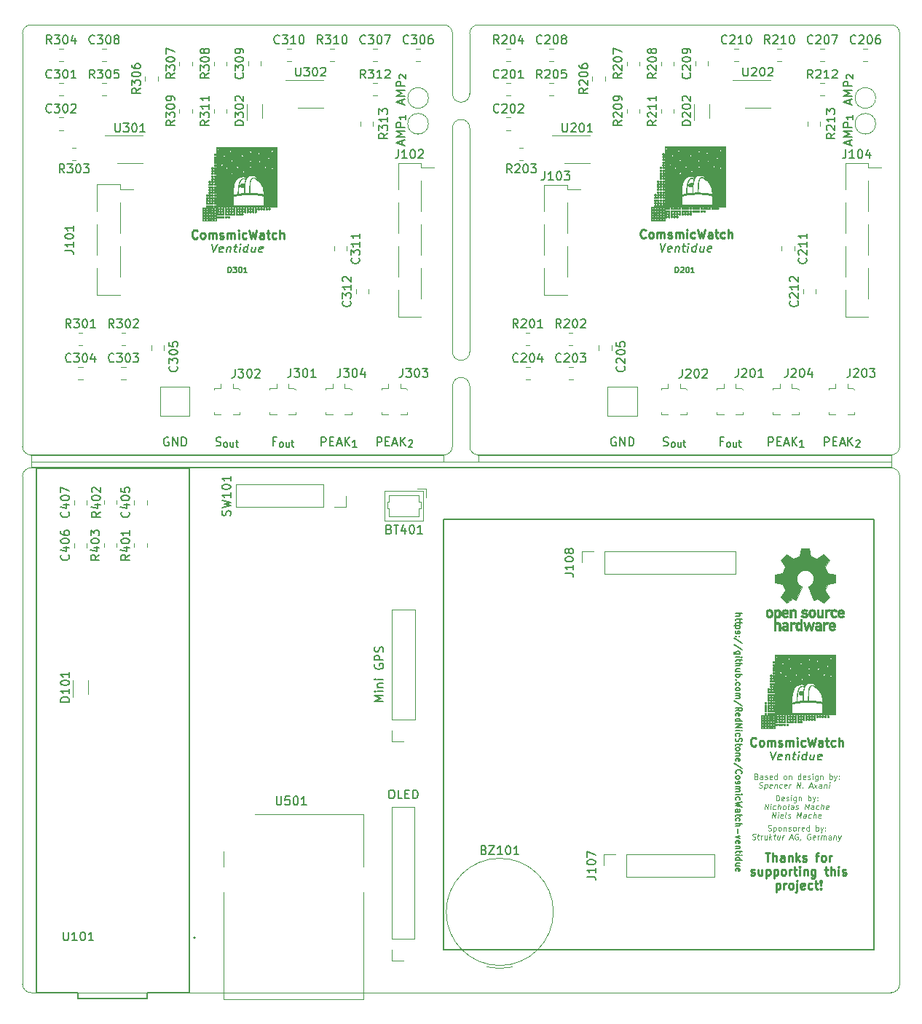
<source format=gbr>
%TF.GenerationSoftware,KiCad,Pcbnew,6.0.6-1.fc36*%
%TF.CreationDate,2022-07-31T22:14:55+02:00*%
%TF.ProjectId,CosmicWatch-ventidue,436f736d-6963-4576-9174-63682d76656e,2.5*%
%TF.SameCoordinates,Original*%
%TF.FileFunction,Legend,Top*%
%TF.FilePolarity,Positive*%
%FSLAX46Y46*%
G04 Gerber Fmt 4.6, Leading zero omitted, Abs format (unit mm)*
G04 Created by KiCad (PCBNEW 6.0.6-1.fc36) date 2022-07-31 22:14:55*
%MOMM*%
%LPD*%
G01*
G04 APERTURE LIST*
%ADD10C,0.060000*%
%ADD11C,0.040000*%
%ADD12C,0.100000*%
%ADD13C,0.150000*%
%ADD14C,0.250000*%
%ADD15C,0.125000*%
%ADD16C,0.080000*%
%ADD17C,0.120000*%
%ADD18C,0.127000*%
%ADD19C,0.200000*%
G04 APERTURE END LIST*
D10*
G36*
X50221528Y-46277178D02*
G01*
X50226869Y-46277584D01*
X50232133Y-46278253D01*
X50237312Y-46279178D01*
X50242401Y-46280353D01*
X50247392Y-46281770D01*
X50252279Y-46283424D01*
X50257055Y-46285307D01*
X50261714Y-46287413D01*
X50266249Y-46289736D01*
X50270653Y-46292268D01*
X50274921Y-46295004D01*
X50279044Y-46297936D01*
X50283017Y-46301059D01*
X50286834Y-46304365D01*
X50290486Y-46307847D01*
X50293969Y-46311500D01*
X50297274Y-46315316D01*
X50300397Y-46319289D01*
X50303329Y-46323413D01*
X50306065Y-46327680D01*
X50308597Y-46332085D01*
X50310920Y-46336620D01*
X50313026Y-46341279D01*
X50314909Y-46346055D01*
X50316563Y-46350942D01*
X50317980Y-46355932D01*
X50319154Y-46361021D01*
X50320079Y-46366200D01*
X50320748Y-46371464D01*
X50321154Y-46376805D01*
X50321291Y-46382217D01*
X50321154Y-46387629D01*
X50320748Y-46392970D01*
X50320079Y-46398234D01*
X50319154Y-46403413D01*
X50317980Y-46408502D01*
X50316563Y-46413493D01*
X50314909Y-46418380D01*
X50313026Y-46423156D01*
X50310920Y-46427815D01*
X50308597Y-46432350D01*
X50306065Y-46436754D01*
X50303329Y-46441021D01*
X50300397Y-46445145D01*
X50297274Y-46449118D01*
X50293969Y-46452934D01*
X50290486Y-46456587D01*
X50286834Y-46460070D01*
X50283017Y-46463375D01*
X50279044Y-46466498D01*
X50274921Y-46469430D01*
X50270653Y-46472166D01*
X50266249Y-46474698D01*
X50261714Y-46477021D01*
X50257055Y-46479127D01*
X50252279Y-46481011D01*
X50247392Y-46482664D01*
X50242401Y-46484082D01*
X50237312Y-46485256D01*
X50232133Y-46486181D01*
X50226869Y-46486850D01*
X50221528Y-46487256D01*
X50216115Y-46487393D01*
X50210703Y-46487256D01*
X50205362Y-46486850D01*
X50200098Y-46486181D01*
X50194919Y-46485256D01*
X50189830Y-46484082D01*
X50184839Y-46482664D01*
X50179952Y-46481011D01*
X50175176Y-46479127D01*
X50170517Y-46477021D01*
X50165982Y-46474698D01*
X50161577Y-46472166D01*
X50157310Y-46469430D01*
X50153187Y-46466498D01*
X50149213Y-46463375D01*
X50145397Y-46460070D01*
X50141745Y-46456587D01*
X50138262Y-46452934D01*
X50134956Y-46449118D01*
X50131834Y-46445145D01*
X50128902Y-46441021D01*
X50126166Y-46436754D01*
X50123634Y-46432350D01*
X50121311Y-46427815D01*
X50119205Y-46423156D01*
X50117322Y-46418380D01*
X50115668Y-46413493D01*
X50114251Y-46408502D01*
X50113076Y-46403413D01*
X50112151Y-46398234D01*
X50111483Y-46392970D01*
X50111076Y-46387629D01*
X50110940Y-46382217D01*
X50111076Y-46376805D01*
X50111483Y-46371464D01*
X50112151Y-46366200D01*
X50113076Y-46361021D01*
X50114251Y-46355932D01*
X50115668Y-46350942D01*
X50117322Y-46346055D01*
X50119205Y-46341279D01*
X50121311Y-46336620D01*
X50123634Y-46332085D01*
X50126166Y-46327680D01*
X50128902Y-46323413D01*
X50131834Y-46319289D01*
X50134956Y-46315316D01*
X50138262Y-46311500D01*
X50141745Y-46307847D01*
X50145397Y-46304365D01*
X50149213Y-46301059D01*
X50153187Y-46297936D01*
X50157310Y-46295004D01*
X50161577Y-46292268D01*
X50165982Y-46289736D01*
X50170517Y-46287413D01*
X50175176Y-46285307D01*
X50179952Y-46283424D01*
X50184839Y-46281770D01*
X50189830Y-46280353D01*
X50194919Y-46279178D01*
X50200098Y-46278253D01*
X50205362Y-46277584D01*
X50210703Y-46277178D01*
X50216115Y-46277041D01*
X50221528Y-46277178D01*
G37*
X50221528Y-46277178D02*
X50226869Y-46277584D01*
X50232133Y-46278253D01*
X50237312Y-46279178D01*
X50242401Y-46280353D01*
X50247392Y-46281770D01*
X50252279Y-46283424D01*
X50257055Y-46285307D01*
X50261714Y-46287413D01*
X50266249Y-46289736D01*
X50270653Y-46292268D01*
X50274921Y-46295004D01*
X50279044Y-46297936D01*
X50283017Y-46301059D01*
X50286834Y-46304365D01*
X50290486Y-46307847D01*
X50293969Y-46311500D01*
X50297274Y-46315316D01*
X50300397Y-46319289D01*
X50303329Y-46323413D01*
X50306065Y-46327680D01*
X50308597Y-46332085D01*
X50310920Y-46336620D01*
X50313026Y-46341279D01*
X50314909Y-46346055D01*
X50316563Y-46350942D01*
X50317980Y-46355932D01*
X50319154Y-46361021D01*
X50320079Y-46366200D01*
X50320748Y-46371464D01*
X50321154Y-46376805D01*
X50321291Y-46382217D01*
X50321154Y-46387629D01*
X50320748Y-46392970D01*
X50320079Y-46398234D01*
X50319154Y-46403413D01*
X50317980Y-46408502D01*
X50316563Y-46413493D01*
X50314909Y-46418380D01*
X50313026Y-46423156D01*
X50310920Y-46427815D01*
X50308597Y-46432350D01*
X50306065Y-46436754D01*
X50303329Y-46441021D01*
X50300397Y-46445145D01*
X50297274Y-46449118D01*
X50293969Y-46452934D01*
X50290486Y-46456587D01*
X50286834Y-46460070D01*
X50283017Y-46463375D01*
X50279044Y-46466498D01*
X50274921Y-46469430D01*
X50270653Y-46472166D01*
X50266249Y-46474698D01*
X50261714Y-46477021D01*
X50257055Y-46479127D01*
X50252279Y-46481011D01*
X50247392Y-46482664D01*
X50242401Y-46484082D01*
X50237312Y-46485256D01*
X50232133Y-46486181D01*
X50226869Y-46486850D01*
X50221528Y-46487256D01*
X50216115Y-46487393D01*
X50210703Y-46487256D01*
X50205362Y-46486850D01*
X50200098Y-46486181D01*
X50194919Y-46485256D01*
X50189830Y-46484082D01*
X50184839Y-46482664D01*
X50179952Y-46481011D01*
X50175176Y-46479127D01*
X50170517Y-46477021D01*
X50165982Y-46474698D01*
X50161577Y-46472166D01*
X50157310Y-46469430D01*
X50153187Y-46466498D01*
X50149213Y-46463375D01*
X50145397Y-46460070D01*
X50141745Y-46456587D01*
X50138262Y-46452934D01*
X50134956Y-46449118D01*
X50131834Y-46445145D01*
X50128902Y-46441021D01*
X50126166Y-46436754D01*
X50123634Y-46432350D01*
X50121311Y-46427815D01*
X50119205Y-46423156D01*
X50117322Y-46418380D01*
X50115668Y-46413493D01*
X50114251Y-46408502D01*
X50113076Y-46403413D01*
X50112151Y-46398234D01*
X50111483Y-46392970D01*
X50111076Y-46387629D01*
X50110940Y-46382217D01*
X50111076Y-46376805D01*
X50111483Y-46371464D01*
X50112151Y-46366200D01*
X50113076Y-46361021D01*
X50114251Y-46355932D01*
X50115668Y-46350942D01*
X50117322Y-46346055D01*
X50119205Y-46341279D01*
X50121311Y-46336620D01*
X50123634Y-46332085D01*
X50126166Y-46327680D01*
X50128902Y-46323413D01*
X50131834Y-46319289D01*
X50134956Y-46315316D01*
X50138262Y-46311500D01*
X50141745Y-46307847D01*
X50145397Y-46304365D01*
X50149213Y-46301059D01*
X50153187Y-46297936D01*
X50157310Y-46295004D01*
X50161577Y-46292268D01*
X50165982Y-46289736D01*
X50170517Y-46287413D01*
X50175176Y-46285307D01*
X50179952Y-46283424D01*
X50184839Y-46281770D01*
X50189830Y-46280353D01*
X50194919Y-46279178D01*
X50200098Y-46278253D01*
X50205362Y-46277584D01*
X50210703Y-46277178D01*
X50216115Y-46277041D01*
X50221528Y-46277178D01*
G36*
X50221528Y-46592710D02*
G01*
X50226869Y-46593116D01*
X50232133Y-46593785D01*
X50237312Y-46594710D01*
X50242401Y-46595885D01*
X50247392Y-46597302D01*
X50252279Y-46598955D01*
X50257055Y-46600839D01*
X50261714Y-46602945D01*
X50266249Y-46605268D01*
X50270653Y-46607800D01*
X50274921Y-46610536D01*
X50279044Y-46613468D01*
X50283017Y-46616591D01*
X50286834Y-46619896D01*
X50290486Y-46623379D01*
X50293969Y-46627032D01*
X50297274Y-46630848D01*
X50300397Y-46634821D01*
X50303329Y-46638945D01*
X50306065Y-46643212D01*
X50308597Y-46647617D01*
X50310920Y-46652152D01*
X50313026Y-46656810D01*
X50314909Y-46661587D01*
X50316563Y-46666473D01*
X50317980Y-46671464D01*
X50319154Y-46676553D01*
X50320079Y-46681732D01*
X50320748Y-46686996D01*
X50321154Y-46692337D01*
X50321291Y-46697749D01*
X50321154Y-46703161D01*
X50320748Y-46708502D01*
X50320079Y-46713766D01*
X50319154Y-46718945D01*
X50317980Y-46724034D01*
X50316563Y-46729025D01*
X50314909Y-46733911D01*
X50313026Y-46738688D01*
X50310920Y-46743346D01*
X50308597Y-46747881D01*
X50306065Y-46752286D01*
X50303329Y-46756553D01*
X50300397Y-46760677D01*
X50297274Y-46764650D01*
X50293969Y-46768466D01*
X50290486Y-46772119D01*
X50286834Y-46775602D01*
X50283017Y-46778907D01*
X50279044Y-46782030D01*
X50274921Y-46784962D01*
X50270653Y-46787698D01*
X50266249Y-46790230D01*
X50261714Y-46792553D01*
X50257055Y-46794659D01*
X50252279Y-46796543D01*
X50247392Y-46798196D01*
X50242401Y-46799614D01*
X50237312Y-46800788D01*
X50232133Y-46801713D01*
X50226869Y-46802382D01*
X50221528Y-46802788D01*
X50216115Y-46802925D01*
X50210703Y-46802788D01*
X50205362Y-46802382D01*
X50200098Y-46801713D01*
X50194919Y-46800788D01*
X50189830Y-46799614D01*
X50184839Y-46798196D01*
X50179952Y-46796543D01*
X50175176Y-46794659D01*
X50170517Y-46792553D01*
X50165982Y-46790230D01*
X50161577Y-46787698D01*
X50157310Y-46784962D01*
X50153187Y-46782030D01*
X50149213Y-46778907D01*
X50145397Y-46775602D01*
X50141745Y-46772119D01*
X50138262Y-46768466D01*
X50134956Y-46764650D01*
X50131834Y-46760677D01*
X50128902Y-46756553D01*
X50126166Y-46752286D01*
X50123634Y-46747881D01*
X50121311Y-46743346D01*
X50119205Y-46738688D01*
X50117322Y-46733911D01*
X50115668Y-46729025D01*
X50114251Y-46724034D01*
X50113076Y-46718945D01*
X50112151Y-46713766D01*
X50111483Y-46708502D01*
X50111076Y-46703161D01*
X50110940Y-46697749D01*
X50111076Y-46692337D01*
X50111483Y-46686996D01*
X50112151Y-46681732D01*
X50113076Y-46676553D01*
X50114251Y-46671464D01*
X50115668Y-46666473D01*
X50117322Y-46661587D01*
X50119205Y-46656810D01*
X50121311Y-46652152D01*
X50123634Y-46647617D01*
X50126166Y-46643212D01*
X50128902Y-46638945D01*
X50131834Y-46634821D01*
X50134956Y-46630848D01*
X50138262Y-46627032D01*
X50141745Y-46623379D01*
X50145397Y-46619896D01*
X50149213Y-46616591D01*
X50153187Y-46613468D01*
X50157310Y-46610536D01*
X50161577Y-46607800D01*
X50165982Y-46605268D01*
X50170517Y-46602945D01*
X50175176Y-46600839D01*
X50179952Y-46598955D01*
X50184839Y-46597302D01*
X50189830Y-46595885D01*
X50194919Y-46594710D01*
X50200098Y-46593785D01*
X50205362Y-46593116D01*
X50210703Y-46592710D01*
X50216115Y-46592573D01*
X50221528Y-46592710D01*
G37*
X50221528Y-46592710D02*
X50226869Y-46593116D01*
X50232133Y-46593785D01*
X50237312Y-46594710D01*
X50242401Y-46595885D01*
X50247392Y-46597302D01*
X50252279Y-46598955D01*
X50257055Y-46600839D01*
X50261714Y-46602945D01*
X50266249Y-46605268D01*
X50270653Y-46607800D01*
X50274921Y-46610536D01*
X50279044Y-46613468D01*
X50283017Y-46616591D01*
X50286834Y-46619896D01*
X50290486Y-46623379D01*
X50293969Y-46627032D01*
X50297274Y-46630848D01*
X50300397Y-46634821D01*
X50303329Y-46638945D01*
X50306065Y-46643212D01*
X50308597Y-46647617D01*
X50310920Y-46652152D01*
X50313026Y-46656810D01*
X50314909Y-46661587D01*
X50316563Y-46666473D01*
X50317980Y-46671464D01*
X50319154Y-46676553D01*
X50320079Y-46681732D01*
X50320748Y-46686996D01*
X50321154Y-46692337D01*
X50321291Y-46697749D01*
X50321154Y-46703161D01*
X50320748Y-46708502D01*
X50320079Y-46713766D01*
X50319154Y-46718945D01*
X50317980Y-46724034D01*
X50316563Y-46729025D01*
X50314909Y-46733911D01*
X50313026Y-46738688D01*
X50310920Y-46743346D01*
X50308597Y-46747881D01*
X50306065Y-46752286D01*
X50303329Y-46756553D01*
X50300397Y-46760677D01*
X50297274Y-46764650D01*
X50293969Y-46768466D01*
X50290486Y-46772119D01*
X50286834Y-46775602D01*
X50283017Y-46778907D01*
X50279044Y-46782030D01*
X50274921Y-46784962D01*
X50270653Y-46787698D01*
X50266249Y-46790230D01*
X50261714Y-46792553D01*
X50257055Y-46794659D01*
X50252279Y-46796543D01*
X50247392Y-46798196D01*
X50242401Y-46799614D01*
X50237312Y-46800788D01*
X50232133Y-46801713D01*
X50226869Y-46802382D01*
X50221528Y-46802788D01*
X50216115Y-46802925D01*
X50210703Y-46802788D01*
X50205362Y-46802382D01*
X50200098Y-46801713D01*
X50194919Y-46800788D01*
X50189830Y-46799614D01*
X50184839Y-46798196D01*
X50179952Y-46796543D01*
X50175176Y-46794659D01*
X50170517Y-46792553D01*
X50165982Y-46790230D01*
X50161577Y-46787698D01*
X50157310Y-46784962D01*
X50153187Y-46782030D01*
X50149213Y-46778907D01*
X50145397Y-46775602D01*
X50141745Y-46772119D01*
X50138262Y-46768466D01*
X50134956Y-46764650D01*
X50131834Y-46760677D01*
X50128902Y-46756553D01*
X50126166Y-46752286D01*
X50123634Y-46747881D01*
X50121311Y-46743346D01*
X50119205Y-46738688D01*
X50117322Y-46733911D01*
X50115668Y-46729025D01*
X50114251Y-46724034D01*
X50113076Y-46718945D01*
X50112151Y-46713766D01*
X50111483Y-46708502D01*
X50111076Y-46703161D01*
X50110940Y-46697749D01*
X50111076Y-46692337D01*
X50111483Y-46686996D01*
X50112151Y-46681732D01*
X50113076Y-46676553D01*
X50114251Y-46671464D01*
X50115668Y-46666473D01*
X50117322Y-46661587D01*
X50119205Y-46656810D01*
X50121311Y-46652152D01*
X50123634Y-46647617D01*
X50126166Y-46643212D01*
X50128902Y-46638945D01*
X50131834Y-46634821D01*
X50134956Y-46630848D01*
X50138262Y-46627032D01*
X50141745Y-46623379D01*
X50145397Y-46619896D01*
X50149213Y-46616591D01*
X50153187Y-46613468D01*
X50157310Y-46610536D01*
X50161577Y-46607800D01*
X50165982Y-46605268D01*
X50170517Y-46602945D01*
X50175176Y-46600839D01*
X50179952Y-46598955D01*
X50184839Y-46597302D01*
X50189830Y-46595885D01*
X50194919Y-46594710D01*
X50200098Y-46593785D01*
X50205362Y-46593116D01*
X50210703Y-46592710D01*
X50216115Y-46592573D01*
X50221528Y-46592710D01*
G36*
X105506638Y-46234909D02*
G01*
X105511980Y-46235315D01*
X105517243Y-46235984D01*
X105522423Y-46236909D01*
X105527511Y-46238084D01*
X105532502Y-46239501D01*
X105537389Y-46241155D01*
X105542166Y-46243038D01*
X105546824Y-46245144D01*
X105551359Y-46247467D01*
X105555764Y-46249999D01*
X105560031Y-46252735D01*
X105564155Y-46255667D01*
X105568128Y-46258790D01*
X105571944Y-46262096D01*
X105575597Y-46265578D01*
X105579079Y-46269231D01*
X105582385Y-46273047D01*
X105585507Y-46277020D01*
X105588440Y-46281144D01*
X105591175Y-46285411D01*
X105593708Y-46289816D01*
X105596030Y-46294351D01*
X105598137Y-46299010D01*
X105600020Y-46303786D01*
X105601673Y-46308673D01*
X105603091Y-46313663D01*
X105604265Y-46318752D01*
X105605190Y-46323931D01*
X105605859Y-46329195D01*
X105606265Y-46334536D01*
X105606402Y-46339948D01*
X105606265Y-46345360D01*
X105605859Y-46350701D01*
X105605190Y-46355965D01*
X105604265Y-46361144D01*
X105603091Y-46366233D01*
X105601673Y-46371224D01*
X105600020Y-46376111D01*
X105598137Y-46380887D01*
X105596030Y-46385546D01*
X105593708Y-46390081D01*
X105591175Y-46394485D01*
X105588440Y-46398752D01*
X105585507Y-46402876D01*
X105582385Y-46406849D01*
X105579079Y-46410665D01*
X105575597Y-46414318D01*
X105571944Y-46417801D01*
X105568128Y-46421106D01*
X105564155Y-46424229D01*
X105560031Y-46427161D01*
X105555764Y-46429897D01*
X105551359Y-46432429D01*
X105546824Y-46434752D01*
X105542166Y-46436858D01*
X105537389Y-46438742D01*
X105532502Y-46440395D01*
X105527511Y-46441813D01*
X105522423Y-46442987D01*
X105517243Y-46443912D01*
X105511980Y-46444581D01*
X105506638Y-46444987D01*
X105501226Y-46445124D01*
X105495814Y-46444987D01*
X105490472Y-46444581D01*
X105485209Y-46443912D01*
X105480029Y-46442987D01*
X105474941Y-46441813D01*
X105469950Y-46440395D01*
X105465063Y-46438742D01*
X105460286Y-46436858D01*
X105455627Y-46434752D01*
X105451093Y-46432429D01*
X105446688Y-46429897D01*
X105442421Y-46427161D01*
X105438297Y-46424229D01*
X105434324Y-46421106D01*
X105430508Y-46417801D01*
X105426855Y-46414318D01*
X105423373Y-46410665D01*
X105420067Y-46406849D01*
X105416945Y-46402876D01*
X105414012Y-46398752D01*
X105411277Y-46394485D01*
X105408744Y-46390081D01*
X105406421Y-46385546D01*
X105404315Y-46380887D01*
X105402432Y-46376111D01*
X105400779Y-46371224D01*
X105399361Y-46366233D01*
X105398187Y-46361144D01*
X105397262Y-46355965D01*
X105396593Y-46350701D01*
X105396187Y-46345360D01*
X105396050Y-46339948D01*
X105396187Y-46334536D01*
X105396593Y-46329195D01*
X105397262Y-46323931D01*
X105398187Y-46318752D01*
X105399361Y-46313663D01*
X105400779Y-46308673D01*
X105402432Y-46303786D01*
X105404315Y-46299010D01*
X105406421Y-46294351D01*
X105408744Y-46289816D01*
X105411277Y-46285411D01*
X105414012Y-46281144D01*
X105416945Y-46277020D01*
X105420067Y-46273047D01*
X105423373Y-46269231D01*
X105426855Y-46265578D01*
X105430508Y-46262096D01*
X105434324Y-46258790D01*
X105438297Y-46255667D01*
X105442421Y-46252735D01*
X105446688Y-46249999D01*
X105451093Y-46247467D01*
X105455627Y-46245144D01*
X105460286Y-46243038D01*
X105465063Y-46241155D01*
X105469950Y-46239501D01*
X105474941Y-46238084D01*
X105480029Y-46236909D01*
X105485209Y-46235984D01*
X105490472Y-46235315D01*
X105495814Y-46234909D01*
X105501226Y-46234772D01*
X105506638Y-46234909D01*
G37*
X105506638Y-46234909D02*
X105511980Y-46235315D01*
X105517243Y-46235984D01*
X105522423Y-46236909D01*
X105527511Y-46238084D01*
X105532502Y-46239501D01*
X105537389Y-46241155D01*
X105542166Y-46243038D01*
X105546824Y-46245144D01*
X105551359Y-46247467D01*
X105555764Y-46249999D01*
X105560031Y-46252735D01*
X105564155Y-46255667D01*
X105568128Y-46258790D01*
X105571944Y-46262096D01*
X105575597Y-46265578D01*
X105579079Y-46269231D01*
X105582385Y-46273047D01*
X105585507Y-46277020D01*
X105588440Y-46281144D01*
X105591175Y-46285411D01*
X105593708Y-46289816D01*
X105596030Y-46294351D01*
X105598137Y-46299010D01*
X105600020Y-46303786D01*
X105601673Y-46308673D01*
X105603091Y-46313663D01*
X105604265Y-46318752D01*
X105605190Y-46323931D01*
X105605859Y-46329195D01*
X105606265Y-46334536D01*
X105606402Y-46339948D01*
X105606265Y-46345360D01*
X105605859Y-46350701D01*
X105605190Y-46355965D01*
X105604265Y-46361144D01*
X105603091Y-46366233D01*
X105601673Y-46371224D01*
X105600020Y-46376111D01*
X105598137Y-46380887D01*
X105596030Y-46385546D01*
X105593708Y-46390081D01*
X105591175Y-46394485D01*
X105588440Y-46398752D01*
X105585507Y-46402876D01*
X105582385Y-46406849D01*
X105579079Y-46410665D01*
X105575597Y-46414318D01*
X105571944Y-46417801D01*
X105568128Y-46421106D01*
X105564155Y-46424229D01*
X105560031Y-46427161D01*
X105555764Y-46429897D01*
X105551359Y-46432429D01*
X105546824Y-46434752D01*
X105542166Y-46436858D01*
X105537389Y-46438742D01*
X105532502Y-46440395D01*
X105527511Y-46441813D01*
X105522423Y-46442987D01*
X105517243Y-46443912D01*
X105511980Y-46444581D01*
X105506638Y-46444987D01*
X105501226Y-46445124D01*
X105495814Y-46444987D01*
X105490472Y-46444581D01*
X105485209Y-46443912D01*
X105480029Y-46442987D01*
X105474941Y-46441813D01*
X105469950Y-46440395D01*
X105465063Y-46438742D01*
X105460286Y-46436858D01*
X105455627Y-46434752D01*
X105451093Y-46432429D01*
X105446688Y-46429897D01*
X105442421Y-46427161D01*
X105438297Y-46424229D01*
X105434324Y-46421106D01*
X105430508Y-46417801D01*
X105426855Y-46414318D01*
X105423373Y-46410665D01*
X105420067Y-46406849D01*
X105416945Y-46402876D01*
X105414012Y-46398752D01*
X105411277Y-46394485D01*
X105408744Y-46390081D01*
X105406421Y-46385546D01*
X105404315Y-46380887D01*
X105402432Y-46376111D01*
X105400779Y-46371224D01*
X105399361Y-46366233D01*
X105398187Y-46361144D01*
X105397262Y-46355965D01*
X105396593Y-46350701D01*
X105396187Y-46345360D01*
X105396050Y-46339948D01*
X105396187Y-46334536D01*
X105396593Y-46329195D01*
X105397262Y-46323931D01*
X105398187Y-46318752D01*
X105399361Y-46313663D01*
X105400779Y-46308673D01*
X105402432Y-46303786D01*
X105404315Y-46299010D01*
X105406421Y-46294351D01*
X105408744Y-46289816D01*
X105411277Y-46285411D01*
X105414012Y-46281144D01*
X105416945Y-46277020D01*
X105420067Y-46273047D01*
X105423373Y-46269231D01*
X105426855Y-46265578D01*
X105430508Y-46262096D01*
X105434324Y-46258790D01*
X105438297Y-46255667D01*
X105442421Y-46252735D01*
X105446688Y-46249999D01*
X105451093Y-46247467D01*
X105455627Y-46245144D01*
X105460286Y-46243038D01*
X105465063Y-46241155D01*
X105469950Y-46239501D01*
X105474941Y-46238084D01*
X105480029Y-46236909D01*
X105485209Y-46235984D01*
X105490472Y-46235315D01*
X105495814Y-46234909D01*
X105501226Y-46234772D01*
X105506638Y-46234909D01*
G36*
X49905900Y-46908535D02*
G01*
X49911241Y-46908941D01*
X49916505Y-46909610D01*
X49921684Y-46910535D01*
X49926773Y-46911709D01*
X49931764Y-46913127D01*
X49936651Y-46914780D01*
X49941427Y-46916664D01*
X49946086Y-46918770D01*
X49950621Y-46921093D01*
X49955025Y-46923625D01*
X49959293Y-46926361D01*
X49963416Y-46929293D01*
X49967389Y-46932416D01*
X49971206Y-46935721D01*
X49974858Y-46939204D01*
X49978341Y-46942857D01*
X49981646Y-46946673D01*
X49984769Y-46950646D01*
X49987701Y-46954770D01*
X49990437Y-46959037D01*
X49992969Y-46963441D01*
X49995292Y-46967976D01*
X49997398Y-46972635D01*
X49999281Y-46977411D01*
X50000935Y-46982298D01*
X50002352Y-46987289D01*
X50003526Y-46992378D01*
X50004451Y-46997557D01*
X50005120Y-47002821D01*
X50005526Y-47008162D01*
X50005663Y-47013574D01*
X50005526Y-47018986D01*
X50005120Y-47024327D01*
X50004451Y-47029591D01*
X50003526Y-47034770D01*
X50002352Y-47039859D01*
X50000935Y-47044849D01*
X49999281Y-47049736D01*
X49997398Y-47054513D01*
X49995292Y-47059171D01*
X49992969Y-47063706D01*
X49990437Y-47068111D01*
X49987701Y-47072378D01*
X49984769Y-47076502D01*
X49981646Y-47080475D01*
X49978341Y-47084291D01*
X49974858Y-47087944D01*
X49971206Y-47091426D01*
X49967389Y-47094732D01*
X49963416Y-47097855D01*
X49959293Y-47100787D01*
X49955025Y-47103523D01*
X49950621Y-47106055D01*
X49946086Y-47108378D01*
X49941427Y-47110484D01*
X49936651Y-47112368D01*
X49931764Y-47114021D01*
X49926773Y-47115438D01*
X49921684Y-47116613D01*
X49916505Y-47117538D01*
X49911241Y-47118207D01*
X49905900Y-47118613D01*
X49900487Y-47118750D01*
X49895075Y-47118613D01*
X49889734Y-47118207D01*
X49884470Y-47117538D01*
X49879290Y-47116613D01*
X49874202Y-47115438D01*
X49869211Y-47114021D01*
X49864324Y-47112368D01*
X49859548Y-47110484D01*
X49854889Y-47108378D01*
X49850354Y-47106055D01*
X49845949Y-47103523D01*
X49841682Y-47100787D01*
X49837559Y-47097855D01*
X49833585Y-47094732D01*
X49829769Y-47091426D01*
X49826116Y-47087944D01*
X49822634Y-47084291D01*
X49819328Y-47080475D01*
X49816206Y-47076502D01*
X49813274Y-47072378D01*
X49810538Y-47068111D01*
X49808006Y-47063706D01*
X49805683Y-47059171D01*
X49803577Y-47054513D01*
X49801693Y-47049736D01*
X49800040Y-47044849D01*
X49798623Y-47039859D01*
X49797448Y-47034770D01*
X49796523Y-47029591D01*
X49795855Y-47024327D01*
X49795448Y-47018986D01*
X49795312Y-47013574D01*
X49795448Y-47008162D01*
X49795855Y-47002821D01*
X49796523Y-46997557D01*
X49797448Y-46992378D01*
X49798623Y-46987289D01*
X49800040Y-46982298D01*
X49801693Y-46977411D01*
X49803577Y-46972635D01*
X49805683Y-46967976D01*
X49808006Y-46963441D01*
X49810538Y-46959037D01*
X49813274Y-46954770D01*
X49816206Y-46950646D01*
X49819328Y-46946673D01*
X49822634Y-46942857D01*
X49826116Y-46939204D01*
X49829769Y-46935721D01*
X49833585Y-46932416D01*
X49837559Y-46929293D01*
X49841682Y-46926361D01*
X49845949Y-46923625D01*
X49850354Y-46921093D01*
X49854889Y-46918770D01*
X49859548Y-46916664D01*
X49864324Y-46914780D01*
X49869211Y-46913127D01*
X49874202Y-46911709D01*
X49879290Y-46910535D01*
X49884470Y-46909610D01*
X49889734Y-46908941D01*
X49895075Y-46908535D01*
X49900487Y-46908398D01*
X49905900Y-46908535D01*
G37*
X49905900Y-46908535D02*
X49911241Y-46908941D01*
X49916505Y-46909610D01*
X49921684Y-46910535D01*
X49926773Y-46911709D01*
X49931764Y-46913127D01*
X49936651Y-46914780D01*
X49941427Y-46916664D01*
X49946086Y-46918770D01*
X49950621Y-46921093D01*
X49955025Y-46923625D01*
X49959293Y-46926361D01*
X49963416Y-46929293D01*
X49967389Y-46932416D01*
X49971206Y-46935721D01*
X49974858Y-46939204D01*
X49978341Y-46942857D01*
X49981646Y-46946673D01*
X49984769Y-46950646D01*
X49987701Y-46954770D01*
X49990437Y-46959037D01*
X49992969Y-46963441D01*
X49995292Y-46967976D01*
X49997398Y-46972635D01*
X49999281Y-46977411D01*
X50000935Y-46982298D01*
X50002352Y-46987289D01*
X50003526Y-46992378D01*
X50004451Y-46997557D01*
X50005120Y-47002821D01*
X50005526Y-47008162D01*
X50005663Y-47013574D01*
X50005526Y-47018986D01*
X50005120Y-47024327D01*
X50004451Y-47029591D01*
X50003526Y-47034770D01*
X50002352Y-47039859D01*
X50000935Y-47044849D01*
X49999281Y-47049736D01*
X49997398Y-47054513D01*
X49995292Y-47059171D01*
X49992969Y-47063706D01*
X49990437Y-47068111D01*
X49987701Y-47072378D01*
X49984769Y-47076502D01*
X49981646Y-47080475D01*
X49978341Y-47084291D01*
X49974858Y-47087944D01*
X49971206Y-47091426D01*
X49967389Y-47094732D01*
X49963416Y-47097855D01*
X49959293Y-47100787D01*
X49955025Y-47103523D01*
X49950621Y-47106055D01*
X49946086Y-47108378D01*
X49941427Y-47110484D01*
X49936651Y-47112368D01*
X49931764Y-47114021D01*
X49926773Y-47115438D01*
X49921684Y-47116613D01*
X49916505Y-47117538D01*
X49911241Y-47118207D01*
X49905900Y-47118613D01*
X49900487Y-47118750D01*
X49895075Y-47118613D01*
X49889734Y-47118207D01*
X49884470Y-47117538D01*
X49879290Y-47116613D01*
X49874202Y-47115438D01*
X49869211Y-47114021D01*
X49864324Y-47112368D01*
X49859548Y-47110484D01*
X49854889Y-47108378D01*
X49850354Y-47106055D01*
X49845949Y-47103523D01*
X49841682Y-47100787D01*
X49837559Y-47097855D01*
X49833585Y-47094732D01*
X49829769Y-47091426D01*
X49826116Y-47087944D01*
X49822634Y-47084291D01*
X49819328Y-47080475D01*
X49816206Y-47076502D01*
X49813274Y-47072378D01*
X49810538Y-47068111D01*
X49808006Y-47063706D01*
X49805683Y-47059171D01*
X49803577Y-47054513D01*
X49801693Y-47049736D01*
X49800040Y-47044849D01*
X49798623Y-47039859D01*
X49797448Y-47034770D01*
X49796523Y-47029591D01*
X49795855Y-47024327D01*
X49795448Y-47018986D01*
X49795312Y-47013574D01*
X49795448Y-47008162D01*
X49795855Y-47002821D01*
X49796523Y-46997557D01*
X49797448Y-46992378D01*
X49798623Y-46987289D01*
X49800040Y-46982298D01*
X49801693Y-46977411D01*
X49803577Y-46972635D01*
X49805683Y-46967976D01*
X49808006Y-46963441D01*
X49810538Y-46959037D01*
X49813274Y-46954770D01*
X49816206Y-46950646D01*
X49819328Y-46946673D01*
X49822634Y-46942857D01*
X49826116Y-46939204D01*
X49829769Y-46935721D01*
X49833585Y-46932416D01*
X49837559Y-46929293D01*
X49841682Y-46926361D01*
X49845949Y-46923625D01*
X49850354Y-46921093D01*
X49854889Y-46918770D01*
X49859548Y-46916664D01*
X49864324Y-46914780D01*
X49869211Y-46913127D01*
X49874202Y-46911709D01*
X49879290Y-46910535D01*
X49884470Y-46909610D01*
X49889734Y-46908941D01*
X49895075Y-46908535D01*
X49900487Y-46908398D01*
X49905900Y-46908535D01*
G36*
X99826409Y-46866266D02*
G01*
X99831751Y-46866672D01*
X99837014Y-46867341D01*
X99842194Y-46868266D01*
X99847282Y-46869440D01*
X99852273Y-46870858D01*
X99857160Y-46872511D01*
X99861936Y-46874395D01*
X99866595Y-46876501D01*
X99871130Y-46878824D01*
X99875535Y-46881356D01*
X99879802Y-46884092D01*
X99883926Y-46887024D01*
X99887899Y-46890147D01*
X99891715Y-46893452D01*
X99895368Y-46896935D01*
X99898850Y-46900588D01*
X99902156Y-46904404D01*
X99905278Y-46908377D01*
X99908210Y-46912501D01*
X99910946Y-46916768D01*
X99913479Y-46921172D01*
X99915801Y-46925707D01*
X99917907Y-46930366D01*
X99919791Y-46935142D01*
X99921444Y-46940029D01*
X99922861Y-46945020D01*
X99924036Y-46950109D01*
X99924961Y-46955288D01*
X99925630Y-46960552D01*
X99926036Y-46965893D01*
X99926173Y-46971305D01*
X99926036Y-46976717D01*
X99925630Y-46982058D01*
X99924961Y-46987322D01*
X99924036Y-46992501D01*
X99922861Y-46997590D01*
X99921444Y-47002580D01*
X99919791Y-47007467D01*
X99917907Y-47012244D01*
X99915801Y-47016902D01*
X99913479Y-47021437D01*
X99910946Y-47025842D01*
X99908210Y-47030109D01*
X99905278Y-47034233D01*
X99902156Y-47038206D01*
X99898850Y-47042022D01*
X99895368Y-47045675D01*
X99891715Y-47049157D01*
X99887899Y-47052463D01*
X99883926Y-47055586D01*
X99879802Y-47058518D01*
X99875535Y-47061254D01*
X99871130Y-47063786D01*
X99866595Y-47066109D01*
X99861936Y-47068215D01*
X99857160Y-47070099D01*
X99852273Y-47071752D01*
X99847282Y-47073169D01*
X99842194Y-47074344D01*
X99837014Y-47075269D01*
X99831751Y-47075938D01*
X99826409Y-47076344D01*
X99820997Y-47076481D01*
X99815584Y-47076344D01*
X99810243Y-47075938D01*
X99804979Y-47075269D01*
X99799800Y-47074344D01*
X99794711Y-47073169D01*
X99789720Y-47071752D01*
X99784833Y-47070099D01*
X99780057Y-47068215D01*
X99775398Y-47066109D01*
X99770863Y-47063786D01*
X99766459Y-47061254D01*
X99762192Y-47058518D01*
X99758068Y-47055586D01*
X99754095Y-47052463D01*
X99750279Y-47049157D01*
X99746626Y-47045675D01*
X99743143Y-47042022D01*
X99739838Y-47038206D01*
X99736715Y-47034233D01*
X99733783Y-47030109D01*
X99731047Y-47025842D01*
X99728515Y-47021437D01*
X99726192Y-47016902D01*
X99724086Y-47012244D01*
X99722203Y-47007467D01*
X99720549Y-47002580D01*
X99719132Y-46997590D01*
X99717958Y-46992501D01*
X99717033Y-46987322D01*
X99716364Y-46982058D01*
X99715958Y-46976717D01*
X99715821Y-46971305D01*
X99715958Y-46965893D01*
X99716364Y-46960552D01*
X99717033Y-46955288D01*
X99717958Y-46950109D01*
X99719132Y-46945020D01*
X99720549Y-46940029D01*
X99722203Y-46935142D01*
X99724086Y-46930366D01*
X99726192Y-46925707D01*
X99728515Y-46921172D01*
X99731047Y-46916768D01*
X99733783Y-46912501D01*
X99736715Y-46908377D01*
X99739838Y-46904404D01*
X99743143Y-46900588D01*
X99746626Y-46896935D01*
X99750279Y-46893452D01*
X99754095Y-46890147D01*
X99758068Y-46887024D01*
X99762192Y-46884092D01*
X99766459Y-46881356D01*
X99770863Y-46878824D01*
X99775398Y-46876501D01*
X99780057Y-46874395D01*
X99784833Y-46872511D01*
X99789720Y-46870858D01*
X99794711Y-46869440D01*
X99799800Y-46868266D01*
X99804979Y-46867341D01*
X99810243Y-46866672D01*
X99815584Y-46866266D01*
X99820997Y-46866129D01*
X99826409Y-46866266D01*
G37*
X99826409Y-46866266D02*
X99831751Y-46866672D01*
X99837014Y-46867341D01*
X99842194Y-46868266D01*
X99847282Y-46869440D01*
X99852273Y-46870858D01*
X99857160Y-46872511D01*
X99861936Y-46874395D01*
X99866595Y-46876501D01*
X99871130Y-46878824D01*
X99875535Y-46881356D01*
X99879802Y-46884092D01*
X99883926Y-46887024D01*
X99887899Y-46890147D01*
X99891715Y-46893452D01*
X99895368Y-46896935D01*
X99898850Y-46900588D01*
X99902156Y-46904404D01*
X99905278Y-46908377D01*
X99908210Y-46912501D01*
X99910946Y-46916768D01*
X99913479Y-46921172D01*
X99915801Y-46925707D01*
X99917907Y-46930366D01*
X99919791Y-46935142D01*
X99921444Y-46940029D01*
X99922861Y-46945020D01*
X99924036Y-46950109D01*
X99924961Y-46955288D01*
X99925630Y-46960552D01*
X99926036Y-46965893D01*
X99926173Y-46971305D01*
X99926036Y-46976717D01*
X99925630Y-46982058D01*
X99924961Y-46987322D01*
X99924036Y-46992501D01*
X99922861Y-46997590D01*
X99921444Y-47002580D01*
X99919791Y-47007467D01*
X99917907Y-47012244D01*
X99915801Y-47016902D01*
X99913479Y-47021437D01*
X99910946Y-47025842D01*
X99908210Y-47030109D01*
X99905278Y-47034233D01*
X99902156Y-47038206D01*
X99898850Y-47042022D01*
X99895368Y-47045675D01*
X99891715Y-47049157D01*
X99887899Y-47052463D01*
X99883926Y-47055586D01*
X99879802Y-47058518D01*
X99875535Y-47061254D01*
X99871130Y-47063786D01*
X99866595Y-47066109D01*
X99861936Y-47068215D01*
X99857160Y-47070099D01*
X99852273Y-47071752D01*
X99847282Y-47073169D01*
X99842194Y-47074344D01*
X99837014Y-47075269D01*
X99831751Y-47075938D01*
X99826409Y-47076344D01*
X99820997Y-47076481D01*
X99815584Y-47076344D01*
X99810243Y-47075938D01*
X99804979Y-47075269D01*
X99799800Y-47074344D01*
X99794711Y-47073169D01*
X99789720Y-47071752D01*
X99784833Y-47070099D01*
X99780057Y-47068215D01*
X99775398Y-47066109D01*
X99770863Y-47063786D01*
X99766459Y-47061254D01*
X99762192Y-47058518D01*
X99758068Y-47055586D01*
X99754095Y-47052463D01*
X99750279Y-47049157D01*
X99746626Y-47045675D01*
X99743143Y-47042022D01*
X99739838Y-47038206D01*
X99736715Y-47034233D01*
X99733783Y-47030109D01*
X99731047Y-47025842D01*
X99728515Y-47021437D01*
X99726192Y-47016902D01*
X99724086Y-47012244D01*
X99722203Y-47007467D01*
X99720549Y-47002580D01*
X99719132Y-46997590D01*
X99717958Y-46992501D01*
X99717033Y-46987322D01*
X99716364Y-46982058D01*
X99715958Y-46976717D01*
X99715821Y-46971305D01*
X99715958Y-46965893D01*
X99716364Y-46960552D01*
X99717033Y-46955288D01*
X99717958Y-46950109D01*
X99719132Y-46945020D01*
X99720549Y-46940029D01*
X99722203Y-46935142D01*
X99724086Y-46930366D01*
X99726192Y-46925707D01*
X99728515Y-46921172D01*
X99731047Y-46916768D01*
X99733783Y-46912501D01*
X99736715Y-46908377D01*
X99739838Y-46904404D01*
X99743143Y-46900588D01*
X99746626Y-46896935D01*
X99750279Y-46893452D01*
X99754095Y-46890147D01*
X99758068Y-46887024D01*
X99762192Y-46884092D01*
X99766459Y-46881356D01*
X99770863Y-46878824D01*
X99775398Y-46876501D01*
X99780057Y-46874395D01*
X99784833Y-46872511D01*
X99789720Y-46870858D01*
X99794711Y-46869440D01*
X99799800Y-46868266D01*
X99804979Y-46867341D01*
X99810243Y-46866672D01*
X99815584Y-46866266D01*
X99820997Y-46866129D01*
X99826409Y-46866266D01*
G36*
X99195146Y-42763875D02*
G01*
X99200488Y-42764281D01*
X99205751Y-42764950D01*
X99210931Y-42765875D01*
X99216019Y-42767049D01*
X99221010Y-42768467D01*
X99225897Y-42770120D01*
X99230673Y-42772004D01*
X99235332Y-42774110D01*
X99239867Y-42776432D01*
X99244272Y-42778965D01*
X99248539Y-42781701D01*
X99252663Y-42784633D01*
X99256636Y-42787756D01*
X99260452Y-42791061D01*
X99264105Y-42794544D01*
X99267587Y-42798197D01*
X99270893Y-42802013D01*
X99274015Y-42805986D01*
X99276947Y-42810110D01*
X99279683Y-42814377D01*
X99282216Y-42818781D01*
X99284538Y-42823316D01*
X99286644Y-42827975D01*
X99288528Y-42832751D01*
X99290181Y-42837638D01*
X99291598Y-42842629D01*
X99292773Y-42847718D01*
X99293698Y-42852897D01*
X99294367Y-42858160D01*
X99294773Y-42863502D01*
X99294910Y-42868914D01*
X99294773Y-42874326D01*
X99294367Y-42879667D01*
X99293698Y-42884931D01*
X99292773Y-42890110D01*
X99291598Y-42895198D01*
X99290181Y-42900189D01*
X99288528Y-42905076D01*
X99286644Y-42909852D01*
X99284538Y-42914511D01*
X99282216Y-42919046D01*
X99279683Y-42923451D01*
X99276947Y-42927718D01*
X99274015Y-42931842D01*
X99270893Y-42935815D01*
X99267587Y-42939631D01*
X99264105Y-42943284D01*
X99260452Y-42946766D01*
X99256636Y-42950072D01*
X99252663Y-42953195D01*
X99248539Y-42956127D01*
X99244272Y-42958863D01*
X99239867Y-42961395D01*
X99235332Y-42963718D01*
X99230673Y-42965824D01*
X99225897Y-42967707D01*
X99221010Y-42969361D01*
X99216019Y-42970778D01*
X99210931Y-42971953D01*
X99205751Y-42972878D01*
X99200488Y-42973547D01*
X99195146Y-42973953D01*
X99189734Y-42974090D01*
X99184321Y-42973953D01*
X99178980Y-42973547D01*
X99173716Y-42972878D01*
X99168537Y-42971953D01*
X99163448Y-42970778D01*
X99158457Y-42969361D01*
X99153570Y-42967707D01*
X99148794Y-42965824D01*
X99144135Y-42963718D01*
X99139600Y-42961395D01*
X99135196Y-42958863D01*
X99130929Y-42956127D01*
X99126805Y-42953195D01*
X99122832Y-42950072D01*
X99119016Y-42946766D01*
X99115363Y-42943284D01*
X99111880Y-42939631D01*
X99108575Y-42935815D01*
X99105452Y-42931842D01*
X99102520Y-42927718D01*
X99099784Y-42923451D01*
X99097252Y-42919046D01*
X99094929Y-42914511D01*
X99092823Y-42909852D01*
X99090940Y-42905076D01*
X99089286Y-42900189D01*
X99087869Y-42895198D01*
X99086695Y-42890110D01*
X99085770Y-42884931D01*
X99085101Y-42879667D01*
X99084695Y-42874326D01*
X99084558Y-42868914D01*
X99084695Y-42863502D01*
X99085101Y-42858160D01*
X99085770Y-42852897D01*
X99086695Y-42847718D01*
X99087869Y-42842629D01*
X99089286Y-42837638D01*
X99090940Y-42832751D01*
X99092823Y-42827975D01*
X99094929Y-42823316D01*
X99097252Y-42818781D01*
X99099784Y-42814377D01*
X99102520Y-42810110D01*
X99105452Y-42805986D01*
X99108575Y-42802013D01*
X99111880Y-42798197D01*
X99115363Y-42794544D01*
X99119016Y-42791061D01*
X99122832Y-42787756D01*
X99126805Y-42784633D01*
X99130929Y-42781701D01*
X99135196Y-42778965D01*
X99139600Y-42776432D01*
X99144135Y-42774110D01*
X99148794Y-42772004D01*
X99153570Y-42770120D01*
X99158457Y-42768467D01*
X99163448Y-42767049D01*
X99168537Y-42765875D01*
X99173716Y-42764950D01*
X99178980Y-42764281D01*
X99184321Y-42763875D01*
X99189734Y-42763738D01*
X99195146Y-42763875D01*
G37*
X99195146Y-42763875D02*
X99200488Y-42764281D01*
X99205751Y-42764950D01*
X99210931Y-42765875D01*
X99216019Y-42767049D01*
X99221010Y-42768467D01*
X99225897Y-42770120D01*
X99230673Y-42772004D01*
X99235332Y-42774110D01*
X99239867Y-42776432D01*
X99244272Y-42778965D01*
X99248539Y-42781701D01*
X99252663Y-42784633D01*
X99256636Y-42787756D01*
X99260452Y-42791061D01*
X99264105Y-42794544D01*
X99267587Y-42798197D01*
X99270893Y-42802013D01*
X99274015Y-42805986D01*
X99276947Y-42810110D01*
X99279683Y-42814377D01*
X99282216Y-42818781D01*
X99284538Y-42823316D01*
X99286644Y-42827975D01*
X99288528Y-42832751D01*
X99290181Y-42837638D01*
X99291598Y-42842629D01*
X99292773Y-42847718D01*
X99293698Y-42852897D01*
X99294367Y-42858160D01*
X99294773Y-42863502D01*
X99294910Y-42868914D01*
X99294773Y-42874326D01*
X99294367Y-42879667D01*
X99293698Y-42884931D01*
X99292773Y-42890110D01*
X99291598Y-42895198D01*
X99290181Y-42900189D01*
X99288528Y-42905076D01*
X99286644Y-42909852D01*
X99284538Y-42914511D01*
X99282216Y-42919046D01*
X99279683Y-42923451D01*
X99276947Y-42927718D01*
X99274015Y-42931842D01*
X99270893Y-42935815D01*
X99267587Y-42939631D01*
X99264105Y-42943284D01*
X99260452Y-42946766D01*
X99256636Y-42950072D01*
X99252663Y-42953195D01*
X99248539Y-42956127D01*
X99244272Y-42958863D01*
X99239867Y-42961395D01*
X99235332Y-42963718D01*
X99230673Y-42965824D01*
X99225897Y-42967707D01*
X99221010Y-42969361D01*
X99216019Y-42970778D01*
X99210931Y-42971953D01*
X99205751Y-42972878D01*
X99200488Y-42973547D01*
X99195146Y-42973953D01*
X99189734Y-42974090D01*
X99184321Y-42973953D01*
X99178980Y-42973547D01*
X99173716Y-42972878D01*
X99168537Y-42971953D01*
X99163448Y-42970778D01*
X99158457Y-42969361D01*
X99153570Y-42967707D01*
X99148794Y-42965824D01*
X99144135Y-42963718D01*
X99139600Y-42961395D01*
X99135196Y-42958863D01*
X99130929Y-42956127D01*
X99126805Y-42953195D01*
X99122832Y-42950072D01*
X99119016Y-42946766D01*
X99115363Y-42943284D01*
X99111880Y-42939631D01*
X99108575Y-42935815D01*
X99105452Y-42931842D01*
X99102520Y-42927718D01*
X99099784Y-42923451D01*
X99097252Y-42919046D01*
X99094929Y-42914511D01*
X99092823Y-42909852D01*
X99090940Y-42905076D01*
X99089286Y-42900189D01*
X99087869Y-42895198D01*
X99086695Y-42890110D01*
X99085770Y-42884931D01*
X99085101Y-42879667D01*
X99084695Y-42874326D01*
X99084558Y-42868914D01*
X99084695Y-42863502D01*
X99085101Y-42858160D01*
X99085770Y-42852897D01*
X99086695Y-42847718D01*
X99087869Y-42842629D01*
X99089286Y-42837638D01*
X99090940Y-42832751D01*
X99092823Y-42827975D01*
X99094929Y-42823316D01*
X99097252Y-42818781D01*
X99099784Y-42814377D01*
X99102520Y-42810110D01*
X99105452Y-42805986D01*
X99108575Y-42802013D01*
X99111880Y-42798197D01*
X99115363Y-42794544D01*
X99119016Y-42791061D01*
X99122832Y-42787756D01*
X99126805Y-42784633D01*
X99130929Y-42781701D01*
X99135196Y-42778965D01*
X99139600Y-42776432D01*
X99144135Y-42774110D01*
X99148794Y-42772004D01*
X99153570Y-42770120D01*
X99158457Y-42768467D01*
X99163448Y-42767049D01*
X99168537Y-42765875D01*
X99173716Y-42764950D01*
X99178980Y-42764281D01*
X99184321Y-42763875D01*
X99189734Y-42763738D01*
X99195146Y-42763875D01*
D11*
G36*
X113269501Y-95091254D02*
G01*
X113271035Y-95077416D01*
X113273180Y-95063767D01*
X113275936Y-95050329D01*
X113279303Y-95037119D01*
X113283277Y-95024158D01*
X113287860Y-95011466D01*
X113293049Y-94999061D01*
X113298843Y-94986964D01*
X113305243Y-94975194D01*
X113312245Y-94963771D01*
X113319851Y-94952714D01*
X113328058Y-94942042D01*
X113336865Y-94931777D01*
X113346271Y-94921936D01*
X113356277Y-94912540D01*
X113366879Y-94903608D01*
X113378078Y-94895159D01*
X113389872Y-94887215D01*
X113402261Y-94879793D01*
X113415242Y-94872914D01*
X113428816Y-94866597D01*
X113442982Y-94860861D01*
X113457737Y-94855728D01*
X113473082Y-94851215D01*
X113489014Y-94847342D01*
X113505534Y-94844130D01*
X113522640Y-94841598D01*
X113540331Y-94839764D01*
X113558606Y-94838650D01*
X113577464Y-94838274D01*
X113841730Y-94838274D01*
X113841730Y-94738950D01*
X113841044Y-94722766D01*
X113840181Y-94715171D01*
X113838966Y-94707901D01*
X113837396Y-94700952D01*
X113835467Y-94694319D01*
X113833174Y-94687996D01*
X113830514Y-94681980D01*
X113827484Y-94676265D01*
X113824080Y-94670847D01*
X113820297Y-94665721D01*
X113816133Y-94660882D01*
X113811583Y-94656325D01*
X113806643Y-94652046D01*
X113801310Y-94648040D01*
X113795580Y-94644302D01*
X113789450Y-94640828D01*
X113782915Y-94637612D01*
X113768616Y-94631937D01*
X113752654Y-94627240D01*
X113734998Y-94623482D01*
X113715619Y-94620625D01*
X113694486Y-94618632D01*
X113671569Y-94617464D01*
X113646838Y-94617083D01*
X113628820Y-94617308D01*
X113611973Y-94617998D01*
X113596240Y-94619180D01*
X113581564Y-94620876D01*
X113574604Y-94621924D01*
X113567886Y-94623111D01*
X113561404Y-94624438D01*
X113555151Y-94625909D01*
X113549118Y-94627528D01*
X113543299Y-94629296D01*
X113537686Y-94631218D01*
X113532273Y-94633295D01*
X113527053Y-94635532D01*
X113522017Y-94637931D01*
X113517159Y-94640496D01*
X113512472Y-94643229D01*
X113507948Y-94646133D01*
X113503581Y-94649212D01*
X113499363Y-94652468D01*
X113495286Y-94655905D01*
X113491345Y-94659525D01*
X113487531Y-94663333D01*
X113483837Y-94667330D01*
X113480256Y-94671519D01*
X113476781Y-94675905D01*
X113473406Y-94680489D01*
X113470121Y-94685276D01*
X113466921Y-94690267D01*
X113317009Y-94575967D01*
X113331085Y-94557718D01*
X113345917Y-94540928D01*
X113361512Y-94525557D01*
X113377878Y-94511567D01*
X113395025Y-94498919D01*
X113412959Y-94487574D01*
X113431690Y-94477493D01*
X113451225Y-94468638D01*
X113471573Y-94460970D01*
X113492743Y-94454450D01*
X113514742Y-94449040D01*
X113537579Y-94444700D01*
X113561262Y-94441392D01*
X113585800Y-94439077D01*
X113611200Y-94437717D01*
X113637472Y-94437272D01*
X113680518Y-94438213D01*
X113721722Y-94441113D01*
X113760956Y-94446082D01*
X113779793Y-94449378D01*
X113798089Y-94453234D01*
X113815828Y-94457664D01*
X113832994Y-94462682D01*
X113849570Y-94468301D01*
X113865541Y-94474537D01*
X113880889Y-94481402D01*
X113895600Y-94488911D01*
X113909657Y-94497079D01*
X113923043Y-94505918D01*
X113935743Y-94515444D01*
X113947741Y-94525670D01*
X113959020Y-94536610D01*
X113969565Y-94548278D01*
X113979358Y-94560689D01*
X113988385Y-94573856D01*
X113996628Y-94587794D01*
X114004073Y-94602516D01*
X114010701Y-94618037D01*
X114016499Y-94634370D01*
X114021449Y-94651530D01*
X114025534Y-94669531D01*
X114028741Y-94688386D01*
X114031051Y-94708110D01*
X114032448Y-94728717D01*
X114032918Y-94750221D01*
X114032918Y-95398662D01*
X113841730Y-95398662D01*
X113841730Y-95314313D01*
X113837973Y-95314313D01*
X113830284Y-95326209D01*
X113821923Y-95337276D01*
X113812837Y-95347523D01*
X113802970Y-95356958D01*
X113792267Y-95365590D01*
X113780673Y-95373427D01*
X113768135Y-95380477D01*
X113754596Y-95386750D01*
X113740003Y-95392252D01*
X113724300Y-95396994D01*
X113707433Y-95400983D01*
X113689346Y-95404228D01*
X113669985Y-95406737D01*
X113649296Y-95408518D01*
X113627223Y-95409581D01*
X113603711Y-95409933D01*
X113584117Y-95409568D01*
X113565045Y-95408483D01*
X113546502Y-95406693D01*
X113528496Y-95404216D01*
X113511031Y-95401065D01*
X113494116Y-95397258D01*
X113477756Y-95392809D01*
X113461957Y-95387736D01*
X113446727Y-95382053D01*
X113432072Y-95375776D01*
X113417998Y-95368921D01*
X113404512Y-95361504D01*
X113391620Y-95353541D01*
X113379330Y-95345047D01*
X113367646Y-95336038D01*
X113356577Y-95326530D01*
X113346128Y-95316539D01*
X113336306Y-95306081D01*
X113327117Y-95295171D01*
X113318569Y-95283825D01*
X113310667Y-95272059D01*
X113303417Y-95259889D01*
X113296828Y-95247330D01*
X113290904Y-95234398D01*
X113285653Y-95221110D01*
X113281081Y-95207480D01*
X113277194Y-95193525D01*
X113274000Y-95179260D01*
X113271504Y-95164702D01*
X113269713Y-95149865D01*
X113268634Y-95134767D01*
X113268272Y-95119421D01*
X113268476Y-95110054D01*
X113448136Y-95110054D01*
X113448736Y-95121891D01*
X113450565Y-95133483D01*
X113453662Y-95144759D01*
X113458070Y-95155646D01*
X113460777Y-95160921D01*
X113463828Y-95166073D01*
X113467227Y-95171092D01*
X113470979Y-95175969D01*
X113475090Y-95180696D01*
X113479564Y-95185262D01*
X113484406Y-95189660D01*
X113489623Y-95193881D01*
X113495218Y-95197915D01*
X113501197Y-95201753D01*
X113507566Y-95205388D01*
X113514328Y-95208808D01*
X113521491Y-95212007D01*
X113529057Y-95214974D01*
X113537034Y-95217702D01*
X113545425Y-95220180D01*
X113563473Y-95224353D01*
X113583241Y-95227422D01*
X113604772Y-95229316D01*
X113628106Y-95229964D01*
X113656753Y-95229738D01*
X113683015Y-95228951D01*
X113706966Y-95227434D01*
X113728680Y-95225020D01*
X113738722Y-95223424D01*
X113748231Y-95221540D01*
X113757219Y-95219349D01*
X113765693Y-95216828D01*
X113773664Y-95213958D01*
X113781141Y-95210716D01*
X113788132Y-95207082D01*
X113794648Y-95203035D01*
X113800696Y-95198555D01*
X113806288Y-95193619D01*
X113811431Y-95188208D01*
X113816135Y-95182299D01*
X113820410Y-95175873D01*
X113824265Y-95168909D01*
X113827708Y-95161384D01*
X113830750Y-95153279D01*
X113833399Y-95144573D01*
X113835665Y-95135243D01*
X113837557Y-95125271D01*
X113839084Y-95114634D01*
X113840256Y-95103311D01*
X113841081Y-95091282D01*
X113841569Y-95078526D01*
X113841730Y-95065021D01*
X113841730Y-94995648D01*
X113613130Y-94995648D01*
X113602759Y-94995779D01*
X113592738Y-94996171D01*
X113583065Y-94996818D01*
X113573740Y-94997719D01*
X113564762Y-94998867D01*
X113556128Y-95000261D01*
X113547837Y-95001896D01*
X113539889Y-95003768D01*
X113532280Y-95005874D01*
X113525012Y-95008210D01*
X113518081Y-95010771D01*
X113511486Y-95013555D01*
X113505227Y-95016557D01*
X113499301Y-95019774D01*
X113493708Y-95023201D01*
X113488445Y-95026836D01*
X113483513Y-95030673D01*
X113478908Y-95034711D01*
X113474630Y-95038944D01*
X113470678Y-95043369D01*
X113467050Y-95047981D01*
X113463744Y-95052779D01*
X113460760Y-95057756D01*
X113458096Y-95062911D01*
X113455750Y-95068238D01*
X113453722Y-95073735D01*
X113452009Y-95079397D01*
X113450611Y-95085220D01*
X113449526Y-95091201D01*
X113448753Y-95097337D01*
X113448290Y-95103622D01*
X113448136Y-95110054D01*
X113268476Y-95110054D01*
X113268580Y-95105262D01*
X113269501Y-95091254D01*
G37*
X113269501Y-95091254D02*
X113271035Y-95077416D01*
X113273180Y-95063767D01*
X113275936Y-95050329D01*
X113279303Y-95037119D01*
X113283277Y-95024158D01*
X113287860Y-95011466D01*
X113293049Y-94999061D01*
X113298843Y-94986964D01*
X113305243Y-94975194D01*
X113312245Y-94963771D01*
X113319851Y-94952714D01*
X113328058Y-94942042D01*
X113336865Y-94931777D01*
X113346271Y-94921936D01*
X113356277Y-94912540D01*
X113366879Y-94903608D01*
X113378078Y-94895159D01*
X113389872Y-94887215D01*
X113402261Y-94879793D01*
X113415242Y-94872914D01*
X113428816Y-94866597D01*
X113442982Y-94860861D01*
X113457737Y-94855728D01*
X113473082Y-94851215D01*
X113489014Y-94847342D01*
X113505534Y-94844130D01*
X113522640Y-94841598D01*
X113540331Y-94839764D01*
X113558606Y-94838650D01*
X113577464Y-94838274D01*
X113841730Y-94838274D01*
X113841730Y-94738950D01*
X113841044Y-94722766D01*
X113840181Y-94715171D01*
X113838966Y-94707901D01*
X113837396Y-94700952D01*
X113835467Y-94694319D01*
X113833174Y-94687996D01*
X113830514Y-94681980D01*
X113827484Y-94676265D01*
X113824080Y-94670847D01*
X113820297Y-94665721D01*
X113816133Y-94660882D01*
X113811583Y-94656325D01*
X113806643Y-94652046D01*
X113801310Y-94648040D01*
X113795580Y-94644302D01*
X113789450Y-94640828D01*
X113782915Y-94637612D01*
X113768616Y-94631937D01*
X113752654Y-94627240D01*
X113734998Y-94623482D01*
X113715619Y-94620625D01*
X113694486Y-94618632D01*
X113671569Y-94617464D01*
X113646838Y-94617083D01*
X113628820Y-94617308D01*
X113611973Y-94617998D01*
X113596240Y-94619180D01*
X113581564Y-94620876D01*
X113574604Y-94621924D01*
X113567886Y-94623111D01*
X113561404Y-94624438D01*
X113555151Y-94625909D01*
X113549118Y-94627528D01*
X113543299Y-94629296D01*
X113537686Y-94631218D01*
X113532273Y-94633295D01*
X113527053Y-94635532D01*
X113522017Y-94637931D01*
X113517159Y-94640496D01*
X113512472Y-94643229D01*
X113507948Y-94646133D01*
X113503581Y-94649212D01*
X113499363Y-94652468D01*
X113495286Y-94655905D01*
X113491345Y-94659525D01*
X113487531Y-94663333D01*
X113483837Y-94667330D01*
X113480256Y-94671519D01*
X113476781Y-94675905D01*
X113473406Y-94680489D01*
X113470121Y-94685276D01*
X113466921Y-94690267D01*
X113317009Y-94575967D01*
X113331085Y-94557718D01*
X113345917Y-94540928D01*
X113361512Y-94525557D01*
X113377878Y-94511567D01*
X113395025Y-94498919D01*
X113412959Y-94487574D01*
X113431690Y-94477493D01*
X113451225Y-94468638D01*
X113471573Y-94460970D01*
X113492743Y-94454450D01*
X113514742Y-94449040D01*
X113537579Y-94444700D01*
X113561262Y-94441392D01*
X113585800Y-94439077D01*
X113611200Y-94437717D01*
X113637472Y-94437272D01*
X113680518Y-94438213D01*
X113721722Y-94441113D01*
X113760956Y-94446082D01*
X113779793Y-94449378D01*
X113798089Y-94453234D01*
X113815828Y-94457664D01*
X113832994Y-94462682D01*
X113849570Y-94468301D01*
X113865541Y-94474537D01*
X113880889Y-94481402D01*
X113895600Y-94488911D01*
X113909657Y-94497079D01*
X113923043Y-94505918D01*
X113935743Y-94515444D01*
X113947741Y-94525670D01*
X113959020Y-94536610D01*
X113969565Y-94548278D01*
X113979358Y-94560689D01*
X113988385Y-94573856D01*
X113996628Y-94587794D01*
X114004073Y-94602516D01*
X114010701Y-94618037D01*
X114016499Y-94634370D01*
X114021449Y-94651530D01*
X114025534Y-94669531D01*
X114028741Y-94688386D01*
X114031051Y-94708110D01*
X114032448Y-94728717D01*
X114032918Y-94750221D01*
X114032918Y-95398662D01*
X113841730Y-95398662D01*
X113841730Y-95314313D01*
X113837973Y-95314313D01*
X113830284Y-95326209D01*
X113821923Y-95337276D01*
X113812837Y-95347523D01*
X113802970Y-95356958D01*
X113792267Y-95365590D01*
X113780673Y-95373427D01*
X113768135Y-95380477D01*
X113754596Y-95386750D01*
X113740003Y-95392252D01*
X113724300Y-95396994D01*
X113707433Y-95400983D01*
X113689346Y-95404228D01*
X113669985Y-95406737D01*
X113649296Y-95408518D01*
X113627223Y-95409581D01*
X113603711Y-95409933D01*
X113584117Y-95409568D01*
X113565045Y-95408483D01*
X113546502Y-95406693D01*
X113528496Y-95404216D01*
X113511031Y-95401065D01*
X113494116Y-95397258D01*
X113477756Y-95392809D01*
X113461957Y-95387736D01*
X113446727Y-95382053D01*
X113432072Y-95375776D01*
X113417998Y-95368921D01*
X113404512Y-95361504D01*
X113391620Y-95353541D01*
X113379330Y-95345047D01*
X113367646Y-95336038D01*
X113356577Y-95326530D01*
X113346128Y-95316539D01*
X113336306Y-95306081D01*
X113327117Y-95295171D01*
X113318569Y-95283825D01*
X113310667Y-95272059D01*
X113303417Y-95259889D01*
X113296828Y-95247330D01*
X113290904Y-95234398D01*
X113285653Y-95221110D01*
X113281081Y-95207480D01*
X113277194Y-95193525D01*
X113274000Y-95179260D01*
X113271504Y-95164702D01*
X113269713Y-95149865D01*
X113268634Y-95134767D01*
X113268272Y-95119421D01*
X113268476Y-95110054D01*
X113448136Y-95110054D01*
X113448736Y-95121891D01*
X113450565Y-95133483D01*
X113453662Y-95144759D01*
X113458070Y-95155646D01*
X113460777Y-95160921D01*
X113463828Y-95166073D01*
X113467227Y-95171092D01*
X113470979Y-95175969D01*
X113475090Y-95180696D01*
X113479564Y-95185262D01*
X113484406Y-95189660D01*
X113489623Y-95193881D01*
X113495218Y-95197915D01*
X113501197Y-95201753D01*
X113507566Y-95205388D01*
X113514328Y-95208808D01*
X113521491Y-95212007D01*
X113529057Y-95214974D01*
X113537034Y-95217702D01*
X113545425Y-95220180D01*
X113563473Y-95224353D01*
X113583241Y-95227422D01*
X113604772Y-95229316D01*
X113628106Y-95229964D01*
X113656753Y-95229738D01*
X113683015Y-95228951D01*
X113706966Y-95227434D01*
X113728680Y-95225020D01*
X113738722Y-95223424D01*
X113748231Y-95221540D01*
X113757219Y-95219349D01*
X113765693Y-95216828D01*
X113773664Y-95213958D01*
X113781141Y-95210716D01*
X113788132Y-95207082D01*
X113794648Y-95203035D01*
X113800696Y-95198555D01*
X113806288Y-95193619D01*
X113811431Y-95188208D01*
X113816135Y-95182299D01*
X113820410Y-95175873D01*
X113824265Y-95168909D01*
X113827708Y-95161384D01*
X113830750Y-95153279D01*
X113833399Y-95144573D01*
X113835665Y-95135243D01*
X113837557Y-95125271D01*
X113839084Y-95114634D01*
X113840256Y-95103311D01*
X113841081Y-95091282D01*
X113841569Y-95078526D01*
X113841730Y-95065021D01*
X113841730Y-94995648D01*
X113613130Y-94995648D01*
X113602759Y-94995779D01*
X113592738Y-94996171D01*
X113583065Y-94996818D01*
X113573740Y-94997719D01*
X113564762Y-94998867D01*
X113556128Y-95000261D01*
X113547837Y-95001896D01*
X113539889Y-95003768D01*
X113532280Y-95005874D01*
X113525012Y-95008210D01*
X113518081Y-95010771D01*
X113511486Y-95013555D01*
X113505227Y-95016557D01*
X113499301Y-95019774D01*
X113493708Y-95023201D01*
X113488445Y-95026836D01*
X113483513Y-95030673D01*
X113478908Y-95034711D01*
X113474630Y-95038944D01*
X113470678Y-95043369D01*
X113467050Y-95047981D01*
X113463744Y-95052779D01*
X113460760Y-95057756D01*
X113458096Y-95062911D01*
X113455750Y-95068238D01*
X113453722Y-95073735D01*
X113452009Y-95079397D01*
X113450611Y-95085220D01*
X113449526Y-95091201D01*
X113448753Y-95097337D01*
X113448290Y-95103622D01*
X113448136Y-95110054D01*
X113268476Y-95110054D01*
X113268580Y-95105262D01*
X113269501Y-95091254D01*
D10*
G36*
X47381262Y-44383991D02*
G01*
X47386603Y-44384397D01*
X47391867Y-44385066D01*
X47397047Y-44385991D01*
X47402135Y-44387166D01*
X47407126Y-44388583D01*
X47412013Y-44390237D01*
X47416789Y-44392120D01*
X47421448Y-44394226D01*
X47425983Y-44396549D01*
X47430388Y-44399081D01*
X47434655Y-44401817D01*
X47438778Y-44404749D01*
X47442752Y-44407872D01*
X47446568Y-44411178D01*
X47450221Y-44414660D01*
X47453703Y-44418313D01*
X47457009Y-44422129D01*
X47460131Y-44426102D01*
X47463063Y-44430226D01*
X47465799Y-44434493D01*
X47468332Y-44438898D01*
X47470654Y-44443433D01*
X47472760Y-44448092D01*
X47474644Y-44452868D01*
X47476297Y-44457755D01*
X47477714Y-44462746D01*
X47478889Y-44467834D01*
X47479814Y-44473013D01*
X47480482Y-44478277D01*
X47480889Y-44483618D01*
X47481026Y-44489030D01*
X47480889Y-44494442D01*
X47480482Y-44499784D01*
X47479814Y-44505047D01*
X47478889Y-44510226D01*
X47477714Y-44515315D01*
X47476297Y-44520306D01*
X47474644Y-44525193D01*
X47472760Y-44529969D01*
X47470654Y-44534628D01*
X47468332Y-44539163D01*
X47465799Y-44543567D01*
X47463063Y-44547834D01*
X47460131Y-44551958D01*
X47457009Y-44555931D01*
X47453703Y-44559747D01*
X47450221Y-44563400D01*
X47446568Y-44566883D01*
X47442752Y-44570188D01*
X47438778Y-44573311D01*
X47434655Y-44576243D01*
X47430388Y-44578979D01*
X47425983Y-44581512D01*
X47421448Y-44583834D01*
X47416789Y-44585941D01*
X47412013Y-44587824D01*
X47407126Y-44589477D01*
X47402135Y-44590895D01*
X47397047Y-44592069D01*
X47391867Y-44592994D01*
X47386603Y-44593663D01*
X47381262Y-44594069D01*
X47375850Y-44594206D01*
X47370437Y-44594069D01*
X47365096Y-44593663D01*
X47359832Y-44592994D01*
X47354653Y-44592069D01*
X47349564Y-44590895D01*
X47344573Y-44589477D01*
X47339686Y-44587824D01*
X47334910Y-44585941D01*
X47330251Y-44583834D01*
X47325716Y-44581512D01*
X47321312Y-44578979D01*
X47317045Y-44576243D01*
X47312921Y-44573311D01*
X47308948Y-44570188D01*
X47305132Y-44566883D01*
X47301479Y-44563400D01*
X47297996Y-44559747D01*
X47294691Y-44555931D01*
X47291568Y-44551958D01*
X47288636Y-44547834D01*
X47285900Y-44543567D01*
X47283368Y-44539163D01*
X47281045Y-44534628D01*
X47278939Y-44529969D01*
X47277056Y-44525193D01*
X47275402Y-44520306D01*
X47273985Y-44515315D01*
X47272811Y-44510226D01*
X47271886Y-44505047D01*
X47271217Y-44499784D01*
X47270811Y-44494442D01*
X47270674Y-44489030D01*
X47270811Y-44483618D01*
X47271217Y-44478277D01*
X47271886Y-44473013D01*
X47272811Y-44467834D01*
X47273985Y-44462746D01*
X47275402Y-44457755D01*
X47277056Y-44452868D01*
X47278939Y-44448092D01*
X47281045Y-44443433D01*
X47283368Y-44438898D01*
X47285900Y-44434493D01*
X47288636Y-44430226D01*
X47291568Y-44426102D01*
X47294691Y-44422129D01*
X47297996Y-44418313D01*
X47301479Y-44414660D01*
X47305132Y-44411178D01*
X47308948Y-44407872D01*
X47312921Y-44404749D01*
X47317045Y-44401817D01*
X47321312Y-44399081D01*
X47325716Y-44396549D01*
X47330251Y-44394226D01*
X47334910Y-44392120D01*
X47339686Y-44390237D01*
X47344573Y-44388583D01*
X47349564Y-44387166D01*
X47354653Y-44385991D01*
X47359832Y-44385066D01*
X47365096Y-44384397D01*
X47370437Y-44383991D01*
X47375850Y-44383854D01*
X47381262Y-44383991D01*
G37*
X47381262Y-44383991D02*
X47386603Y-44384397D01*
X47391867Y-44385066D01*
X47397047Y-44385991D01*
X47402135Y-44387166D01*
X47407126Y-44388583D01*
X47412013Y-44390237D01*
X47416789Y-44392120D01*
X47421448Y-44394226D01*
X47425983Y-44396549D01*
X47430388Y-44399081D01*
X47434655Y-44401817D01*
X47438778Y-44404749D01*
X47442752Y-44407872D01*
X47446568Y-44411178D01*
X47450221Y-44414660D01*
X47453703Y-44418313D01*
X47457009Y-44422129D01*
X47460131Y-44426102D01*
X47463063Y-44430226D01*
X47465799Y-44434493D01*
X47468332Y-44438898D01*
X47470654Y-44443433D01*
X47472760Y-44448092D01*
X47474644Y-44452868D01*
X47476297Y-44457755D01*
X47477714Y-44462746D01*
X47478889Y-44467834D01*
X47479814Y-44473013D01*
X47480482Y-44478277D01*
X47480889Y-44483618D01*
X47481026Y-44489030D01*
X47480889Y-44494442D01*
X47480482Y-44499784D01*
X47479814Y-44505047D01*
X47478889Y-44510226D01*
X47477714Y-44515315D01*
X47476297Y-44520306D01*
X47474644Y-44525193D01*
X47472760Y-44529969D01*
X47470654Y-44534628D01*
X47468332Y-44539163D01*
X47465799Y-44543567D01*
X47463063Y-44547834D01*
X47460131Y-44551958D01*
X47457009Y-44555931D01*
X47453703Y-44559747D01*
X47450221Y-44563400D01*
X47446568Y-44566883D01*
X47442752Y-44570188D01*
X47438778Y-44573311D01*
X47434655Y-44576243D01*
X47430388Y-44578979D01*
X47425983Y-44581512D01*
X47421448Y-44583834D01*
X47416789Y-44585941D01*
X47412013Y-44587824D01*
X47407126Y-44589477D01*
X47402135Y-44590895D01*
X47397047Y-44592069D01*
X47391867Y-44592994D01*
X47386603Y-44593663D01*
X47381262Y-44594069D01*
X47375850Y-44594206D01*
X47370437Y-44594069D01*
X47365096Y-44593663D01*
X47359832Y-44592994D01*
X47354653Y-44592069D01*
X47349564Y-44590895D01*
X47344573Y-44589477D01*
X47339686Y-44587824D01*
X47334910Y-44585941D01*
X47330251Y-44583834D01*
X47325716Y-44581512D01*
X47321312Y-44578979D01*
X47317045Y-44576243D01*
X47312921Y-44573311D01*
X47308948Y-44570188D01*
X47305132Y-44566883D01*
X47301479Y-44563400D01*
X47297996Y-44559747D01*
X47294691Y-44555931D01*
X47291568Y-44551958D01*
X47288636Y-44547834D01*
X47285900Y-44543567D01*
X47283368Y-44539163D01*
X47281045Y-44534628D01*
X47278939Y-44529969D01*
X47277056Y-44525193D01*
X47275402Y-44520306D01*
X47273985Y-44515315D01*
X47272811Y-44510226D01*
X47271886Y-44505047D01*
X47271217Y-44499784D01*
X47270811Y-44494442D01*
X47270674Y-44489030D01*
X47270811Y-44483618D01*
X47271217Y-44478277D01*
X47271886Y-44473013D01*
X47272811Y-44467834D01*
X47273985Y-44462746D01*
X47275402Y-44457755D01*
X47277056Y-44452868D01*
X47278939Y-44448092D01*
X47281045Y-44443433D01*
X47283368Y-44438898D01*
X47285900Y-44434493D01*
X47288636Y-44430226D01*
X47291568Y-44426102D01*
X47294691Y-44422129D01*
X47297996Y-44418313D01*
X47301479Y-44414660D01*
X47305132Y-44411178D01*
X47308948Y-44407872D01*
X47312921Y-44404749D01*
X47317045Y-44401817D01*
X47321312Y-44399081D01*
X47325716Y-44396549D01*
X47330251Y-44394226D01*
X47334910Y-44392120D01*
X47339686Y-44390237D01*
X47344573Y-44388583D01*
X47349564Y-44387166D01*
X47354653Y-44385991D01*
X47359832Y-44385066D01*
X47365096Y-44384397D01*
X47370437Y-44383991D01*
X47375850Y-44383854D01*
X47381262Y-44383991D01*
D12*
X126999999Y-26000001D02*
G75*
G03*
X126000000Y-25000001I-999999J1D01*
G01*
D10*
G36*
X47065730Y-44068459D02*
G01*
X47071072Y-44068865D01*
X47076335Y-44069534D01*
X47081515Y-44070459D01*
X47086603Y-44071634D01*
X47091594Y-44073051D01*
X47096481Y-44074705D01*
X47101257Y-44076588D01*
X47105916Y-44078694D01*
X47110451Y-44081017D01*
X47114856Y-44083549D01*
X47119123Y-44086285D01*
X47123247Y-44089218D01*
X47127220Y-44092340D01*
X47131036Y-44095646D01*
X47134689Y-44099128D01*
X47138171Y-44102781D01*
X47141477Y-44106597D01*
X47144599Y-44110570D01*
X47147531Y-44114694D01*
X47150267Y-44118961D01*
X47152800Y-44123366D01*
X47155122Y-44127901D01*
X47157228Y-44132560D01*
X47159112Y-44137336D01*
X47160765Y-44142223D01*
X47162182Y-44147214D01*
X47163357Y-44152302D01*
X47164282Y-44157481D01*
X47164951Y-44162745D01*
X47165357Y-44168086D01*
X47165494Y-44173498D01*
X47165357Y-44178910D01*
X47164951Y-44184252D01*
X47164282Y-44189515D01*
X47163357Y-44194694D01*
X47162182Y-44199783D01*
X47160765Y-44204774D01*
X47159112Y-44209661D01*
X47157228Y-44214437D01*
X47155122Y-44219096D01*
X47152800Y-44223631D01*
X47150267Y-44228035D01*
X47147531Y-44232302D01*
X47144599Y-44236426D01*
X47141477Y-44240399D01*
X47138171Y-44244216D01*
X47134689Y-44247868D01*
X47131036Y-44251351D01*
X47127220Y-44254657D01*
X47123247Y-44257779D01*
X47119123Y-44260711D01*
X47114856Y-44263447D01*
X47110451Y-44265980D01*
X47105916Y-44268302D01*
X47101257Y-44270409D01*
X47096481Y-44272292D01*
X47091594Y-44273945D01*
X47086603Y-44275363D01*
X47081515Y-44276537D01*
X47076335Y-44277462D01*
X47071072Y-44278131D01*
X47065730Y-44278537D01*
X47060318Y-44278674D01*
X47054905Y-44278537D01*
X47049564Y-44278131D01*
X47044300Y-44277462D01*
X47039121Y-44276537D01*
X47034032Y-44275363D01*
X47029041Y-44273945D01*
X47024154Y-44272292D01*
X47019378Y-44270409D01*
X47014719Y-44268302D01*
X47010184Y-44265980D01*
X47005780Y-44263447D01*
X47001513Y-44260711D01*
X46997389Y-44257779D01*
X46993416Y-44254657D01*
X46989600Y-44251351D01*
X46985947Y-44247868D01*
X46982464Y-44244216D01*
X46979159Y-44240399D01*
X46976036Y-44236426D01*
X46973104Y-44232302D01*
X46970368Y-44228035D01*
X46967836Y-44223631D01*
X46965513Y-44219096D01*
X46963407Y-44214437D01*
X46961524Y-44209661D01*
X46959870Y-44204774D01*
X46958453Y-44199783D01*
X46957279Y-44194694D01*
X46956354Y-44189515D01*
X46955685Y-44184252D01*
X46955279Y-44178910D01*
X46955142Y-44173498D01*
X46955279Y-44168086D01*
X46955685Y-44162745D01*
X46956354Y-44157481D01*
X46957279Y-44152302D01*
X46958453Y-44147214D01*
X46959870Y-44142223D01*
X46961524Y-44137336D01*
X46963407Y-44132560D01*
X46965513Y-44127901D01*
X46967836Y-44123366D01*
X46970368Y-44118961D01*
X46973104Y-44114694D01*
X46976036Y-44110570D01*
X46979159Y-44106597D01*
X46982464Y-44102781D01*
X46985947Y-44099128D01*
X46989600Y-44095646D01*
X46993416Y-44092340D01*
X46997389Y-44089218D01*
X47001513Y-44086285D01*
X47005780Y-44083549D01*
X47010184Y-44081017D01*
X47014719Y-44078694D01*
X47019378Y-44076588D01*
X47024154Y-44074705D01*
X47029041Y-44073051D01*
X47034032Y-44071634D01*
X47039121Y-44070459D01*
X47044300Y-44069534D01*
X47049564Y-44068865D01*
X47054905Y-44068459D01*
X47060318Y-44068322D01*
X47065730Y-44068459D01*
G37*
X47065730Y-44068459D02*
X47071072Y-44068865D01*
X47076335Y-44069534D01*
X47081515Y-44070459D01*
X47086603Y-44071634D01*
X47091594Y-44073051D01*
X47096481Y-44074705D01*
X47101257Y-44076588D01*
X47105916Y-44078694D01*
X47110451Y-44081017D01*
X47114856Y-44083549D01*
X47119123Y-44086285D01*
X47123247Y-44089218D01*
X47127220Y-44092340D01*
X47131036Y-44095646D01*
X47134689Y-44099128D01*
X47138171Y-44102781D01*
X47141477Y-44106597D01*
X47144599Y-44110570D01*
X47147531Y-44114694D01*
X47150267Y-44118961D01*
X47152800Y-44123366D01*
X47155122Y-44127901D01*
X47157228Y-44132560D01*
X47159112Y-44137336D01*
X47160765Y-44142223D01*
X47162182Y-44147214D01*
X47163357Y-44152302D01*
X47164282Y-44157481D01*
X47164951Y-44162745D01*
X47165357Y-44168086D01*
X47165494Y-44173498D01*
X47165357Y-44178910D01*
X47164951Y-44184252D01*
X47164282Y-44189515D01*
X47163357Y-44194694D01*
X47162182Y-44199783D01*
X47160765Y-44204774D01*
X47159112Y-44209661D01*
X47157228Y-44214437D01*
X47155122Y-44219096D01*
X47152800Y-44223631D01*
X47150267Y-44228035D01*
X47147531Y-44232302D01*
X47144599Y-44236426D01*
X47141477Y-44240399D01*
X47138171Y-44244216D01*
X47134689Y-44247868D01*
X47131036Y-44251351D01*
X47127220Y-44254657D01*
X47123247Y-44257779D01*
X47119123Y-44260711D01*
X47114856Y-44263447D01*
X47110451Y-44265980D01*
X47105916Y-44268302D01*
X47101257Y-44270409D01*
X47096481Y-44272292D01*
X47091594Y-44273945D01*
X47086603Y-44275363D01*
X47081515Y-44276537D01*
X47076335Y-44277462D01*
X47071072Y-44278131D01*
X47065730Y-44278537D01*
X47060318Y-44278674D01*
X47054905Y-44278537D01*
X47049564Y-44278131D01*
X47044300Y-44277462D01*
X47039121Y-44276537D01*
X47034032Y-44275363D01*
X47029041Y-44273945D01*
X47024154Y-44272292D01*
X47019378Y-44270409D01*
X47014719Y-44268302D01*
X47010184Y-44265980D01*
X47005780Y-44263447D01*
X47001513Y-44260711D01*
X46997389Y-44257779D01*
X46993416Y-44254657D01*
X46989600Y-44251351D01*
X46985947Y-44247868D01*
X46982464Y-44244216D01*
X46979159Y-44240399D01*
X46976036Y-44236426D01*
X46973104Y-44232302D01*
X46970368Y-44228035D01*
X46967836Y-44223631D01*
X46965513Y-44219096D01*
X46963407Y-44214437D01*
X46961524Y-44209661D01*
X46959870Y-44204774D01*
X46958453Y-44199783D01*
X46957279Y-44194694D01*
X46956354Y-44189515D01*
X46955685Y-44184252D01*
X46955279Y-44178910D01*
X46955142Y-44173498D01*
X46955279Y-44168086D01*
X46955685Y-44162745D01*
X46956354Y-44157481D01*
X46957279Y-44152302D01*
X46958453Y-44147214D01*
X46959870Y-44142223D01*
X46961524Y-44137336D01*
X46963407Y-44132560D01*
X46965513Y-44127901D01*
X46967836Y-44123366D01*
X46970368Y-44118961D01*
X46973104Y-44114694D01*
X46976036Y-44110570D01*
X46979159Y-44106597D01*
X46982464Y-44102781D01*
X46985947Y-44099128D01*
X46989600Y-44095646D01*
X46993416Y-44092340D01*
X46997389Y-44089218D01*
X47001513Y-44086285D01*
X47005780Y-44083549D01*
X47010184Y-44081017D01*
X47014719Y-44078694D01*
X47019378Y-44076588D01*
X47024154Y-44074705D01*
X47029041Y-44073051D01*
X47034032Y-44071634D01*
X47039121Y-44070459D01*
X47044300Y-44069534D01*
X47049564Y-44068865D01*
X47054905Y-44068459D01*
X47060318Y-44068322D01*
X47065730Y-44068459D01*
G36*
X99510678Y-43395035D02*
G01*
X99516019Y-43395441D01*
X99521283Y-43396110D01*
X99526463Y-43397035D01*
X99531551Y-43398209D01*
X99536542Y-43399627D01*
X99541429Y-43401280D01*
X99546205Y-43403163D01*
X99550864Y-43405270D01*
X99555399Y-43407592D01*
X99559804Y-43410125D01*
X99564071Y-43412861D01*
X99568194Y-43415793D01*
X99572168Y-43418916D01*
X99575984Y-43422221D01*
X99579637Y-43425704D01*
X99583119Y-43429357D01*
X99586425Y-43433173D01*
X99589547Y-43437146D01*
X99592479Y-43441270D01*
X99595215Y-43445537D01*
X99597748Y-43449941D01*
X99600070Y-43454476D01*
X99602176Y-43459135D01*
X99604060Y-43463911D01*
X99605713Y-43468798D01*
X99607130Y-43473789D01*
X99608305Y-43478878D01*
X99609230Y-43484057D01*
X99609898Y-43489320D01*
X99610305Y-43494662D01*
X99610442Y-43500074D01*
X99610305Y-43505486D01*
X99609898Y-43510827D01*
X99609230Y-43516091D01*
X99608305Y-43521270D01*
X99607130Y-43526358D01*
X99605713Y-43531349D01*
X99604060Y-43536236D01*
X99602176Y-43541012D01*
X99600070Y-43545671D01*
X99597748Y-43550206D01*
X99595215Y-43554611D01*
X99592479Y-43558878D01*
X99589547Y-43563002D01*
X99586425Y-43566975D01*
X99583119Y-43570791D01*
X99579637Y-43574444D01*
X99575984Y-43577926D01*
X99572168Y-43581232D01*
X99568194Y-43584355D01*
X99564071Y-43587287D01*
X99559804Y-43590023D01*
X99555399Y-43592555D01*
X99550864Y-43594878D01*
X99546205Y-43596984D01*
X99541429Y-43598867D01*
X99536542Y-43600521D01*
X99531551Y-43601938D01*
X99526463Y-43603113D01*
X99521283Y-43604038D01*
X99516019Y-43604707D01*
X99510678Y-43605113D01*
X99505266Y-43605250D01*
X99499853Y-43605113D01*
X99494512Y-43604707D01*
X99489248Y-43604038D01*
X99484069Y-43603113D01*
X99478980Y-43601938D01*
X99473989Y-43600521D01*
X99469102Y-43598867D01*
X99464326Y-43596984D01*
X99459667Y-43594878D01*
X99455132Y-43592555D01*
X99450728Y-43590023D01*
X99446461Y-43587287D01*
X99442337Y-43584355D01*
X99438364Y-43581232D01*
X99434548Y-43577926D01*
X99430895Y-43574444D01*
X99427412Y-43570791D01*
X99424107Y-43566975D01*
X99420984Y-43563002D01*
X99418052Y-43558878D01*
X99415316Y-43554611D01*
X99412784Y-43550206D01*
X99410461Y-43545671D01*
X99408355Y-43541012D01*
X99406472Y-43536236D01*
X99404818Y-43531349D01*
X99403401Y-43526358D01*
X99402227Y-43521270D01*
X99401302Y-43516091D01*
X99400633Y-43510827D01*
X99400227Y-43505486D01*
X99400090Y-43500074D01*
X99400227Y-43494662D01*
X99400633Y-43489320D01*
X99401302Y-43484057D01*
X99402227Y-43478878D01*
X99403401Y-43473789D01*
X99404818Y-43468798D01*
X99406472Y-43463911D01*
X99408355Y-43459135D01*
X99410461Y-43454476D01*
X99412784Y-43449941D01*
X99415316Y-43445537D01*
X99418052Y-43441270D01*
X99420984Y-43437146D01*
X99424107Y-43433173D01*
X99427412Y-43429357D01*
X99430895Y-43425704D01*
X99434548Y-43422221D01*
X99438364Y-43418916D01*
X99442337Y-43415793D01*
X99446461Y-43412861D01*
X99450728Y-43410125D01*
X99455132Y-43407592D01*
X99459667Y-43405270D01*
X99464326Y-43403163D01*
X99469102Y-43401280D01*
X99473989Y-43399627D01*
X99478980Y-43398209D01*
X99484069Y-43397035D01*
X99489248Y-43396110D01*
X99494512Y-43395441D01*
X99499853Y-43395035D01*
X99505266Y-43394898D01*
X99510678Y-43395035D01*
G37*
X99510678Y-43395035D02*
X99516019Y-43395441D01*
X99521283Y-43396110D01*
X99526463Y-43397035D01*
X99531551Y-43398209D01*
X99536542Y-43399627D01*
X99541429Y-43401280D01*
X99546205Y-43403163D01*
X99550864Y-43405270D01*
X99555399Y-43407592D01*
X99559804Y-43410125D01*
X99564071Y-43412861D01*
X99568194Y-43415793D01*
X99572168Y-43418916D01*
X99575984Y-43422221D01*
X99579637Y-43425704D01*
X99583119Y-43429357D01*
X99586425Y-43433173D01*
X99589547Y-43437146D01*
X99592479Y-43441270D01*
X99595215Y-43445537D01*
X99597748Y-43449941D01*
X99600070Y-43454476D01*
X99602176Y-43459135D01*
X99604060Y-43463911D01*
X99605713Y-43468798D01*
X99607130Y-43473789D01*
X99608305Y-43478878D01*
X99609230Y-43484057D01*
X99609898Y-43489320D01*
X99610305Y-43494662D01*
X99610442Y-43500074D01*
X99610305Y-43505486D01*
X99609898Y-43510827D01*
X99609230Y-43516091D01*
X99608305Y-43521270D01*
X99607130Y-43526358D01*
X99605713Y-43531349D01*
X99604060Y-43536236D01*
X99602176Y-43541012D01*
X99600070Y-43545671D01*
X99597748Y-43550206D01*
X99595215Y-43554611D01*
X99592479Y-43558878D01*
X99589547Y-43563002D01*
X99586425Y-43566975D01*
X99583119Y-43570791D01*
X99579637Y-43574444D01*
X99575984Y-43577926D01*
X99572168Y-43581232D01*
X99568194Y-43584355D01*
X99564071Y-43587287D01*
X99559804Y-43590023D01*
X99555399Y-43592555D01*
X99550864Y-43594878D01*
X99546205Y-43596984D01*
X99541429Y-43598867D01*
X99536542Y-43600521D01*
X99531551Y-43601938D01*
X99526463Y-43603113D01*
X99521283Y-43604038D01*
X99516019Y-43604707D01*
X99510678Y-43605113D01*
X99505266Y-43605250D01*
X99499853Y-43605113D01*
X99494512Y-43604707D01*
X99489248Y-43604038D01*
X99484069Y-43603113D01*
X99478980Y-43601938D01*
X99473989Y-43600521D01*
X99469102Y-43598867D01*
X99464326Y-43596984D01*
X99459667Y-43594878D01*
X99455132Y-43592555D01*
X99450728Y-43590023D01*
X99446461Y-43587287D01*
X99442337Y-43584355D01*
X99438364Y-43581232D01*
X99434548Y-43577926D01*
X99430895Y-43574444D01*
X99427412Y-43570791D01*
X99424107Y-43566975D01*
X99420984Y-43563002D01*
X99418052Y-43558878D01*
X99415316Y-43554611D01*
X99412784Y-43550206D01*
X99410461Y-43545671D01*
X99408355Y-43541012D01*
X99406472Y-43536236D01*
X99404818Y-43531349D01*
X99403401Y-43526358D01*
X99402227Y-43521270D01*
X99401302Y-43516091D01*
X99400633Y-43510827D01*
X99400227Y-43505486D01*
X99400090Y-43500074D01*
X99400227Y-43494662D01*
X99400633Y-43489320D01*
X99401302Y-43484057D01*
X99402227Y-43478878D01*
X99403401Y-43473789D01*
X99404818Y-43468798D01*
X99406472Y-43463911D01*
X99408355Y-43459135D01*
X99410461Y-43454476D01*
X99412784Y-43449941D01*
X99415316Y-43445537D01*
X99418052Y-43441270D01*
X99420984Y-43437146D01*
X99424107Y-43433173D01*
X99427412Y-43429357D01*
X99430895Y-43425704D01*
X99434548Y-43422221D01*
X99438364Y-43418916D01*
X99442337Y-43415793D01*
X99446461Y-43412861D01*
X99450728Y-43410125D01*
X99455132Y-43407592D01*
X99459667Y-43405270D01*
X99464326Y-43403163D01*
X99469102Y-43401280D01*
X99473989Y-43399627D01*
X99478980Y-43398209D01*
X99484069Y-43397035D01*
X99489248Y-43396110D01*
X99494512Y-43395441D01*
X99499853Y-43395035D01*
X99505266Y-43394898D01*
X99510678Y-43395035D01*
G36*
X115492702Y-105921395D02*
G01*
X115498043Y-105921801D01*
X115503307Y-105922470D01*
X115508486Y-105923395D01*
X115513575Y-105924569D01*
X115518566Y-105925987D01*
X115523453Y-105927640D01*
X115528229Y-105929524D01*
X115532888Y-105931630D01*
X115537423Y-105933953D01*
X115541827Y-105936485D01*
X115546094Y-105939221D01*
X115550218Y-105942153D01*
X115554191Y-105945276D01*
X115558007Y-105948581D01*
X115561660Y-105952064D01*
X115565143Y-105955717D01*
X115568448Y-105959533D01*
X115571571Y-105963506D01*
X115574503Y-105967630D01*
X115577239Y-105971897D01*
X115579771Y-105976301D01*
X115582094Y-105980836D01*
X115584200Y-105985495D01*
X115586083Y-105990271D01*
X115587737Y-105995158D01*
X115589154Y-106000149D01*
X115590328Y-106005238D01*
X115591253Y-106010417D01*
X115591922Y-106015681D01*
X115592328Y-106021022D01*
X115592465Y-106026434D01*
X115592328Y-106031846D01*
X115591922Y-106037187D01*
X115591253Y-106042451D01*
X115590328Y-106047630D01*
X115589154Y-106052719D01*
X115587737Y-106057709D01*
X115586083Y-106062596D01*
X115584200Y-106067373D01*
X115582094Y-106072031D01*
X115579771Y-106076566D01*
X115577239Y-106080971D01*
X115574503Y-106085238D01*
X115571571Y-106089362D01*
X115568448Y-106093335D01*
X115565143Y-106097151D01*
X115561660Y-106100804D01*
X115558007Y-106104286D01*
X115554191Y-106107592D01*
X115550218Y-106110715D01*
X115546094Y-106113647D01*
X115541827Y-106116383D01*
X115537423Y-106118915D01*
X115532888Y-106121238D01*
X115528229Y-106123344D01*
X115523453Y-106125228D01*
X115518566Y-106126881D01*
X115513575Y-106128298D01*
X115508486Y-106129473D01*
X115503307Y-106130398D01*
X115498043Y-106131067D01*
X115492702Y-106131473D01*
X115487289Y-106131610D01*
X115481877Y-106131473D01*
X115476536Y-106131067D01*
X115471272Y-106130398D01*
X115466092Y-106129473D01*
X115461004Y-106128298D01*
X115456013Y-106126881D01*
X115451126Y-106125228D01*
X115446350Y-106123344D01*
X115441691Y-106121238D01*
X115437156Y-106118915D01*
X115432751Y-106116383D01*
X115428484Y-106113647D01*
X115424361Y-106110715D01*
X115420387Y-106107592D01*
X115416571Y-106104286D01*
X115412918Y-106100804D01*
X115409436Y-106097151D01*
X115406130Y-106093335D01*
X115403008Y-106089362D01*
X115400076Y-106085238D01*
X115397340Y-106080971D01*
X115394807Y-106076566D01*
X115392485Y-106072031D01*
X115390379Y-106067373D01*
X115388495Y-106062596D01*
X115386842Y-106057709D01*
X115385425Y-106052719D01*
X115384250Y-106047630D01*
X115383325Y-106042451D01*
X115382657Y-106037187D01*
X115382250Y-106031846D01*
X115382114Y-106026434D01*
X115382250Y-106021022D01*
X115382657Y-106015681D01*
X115383325Y-106010417D01*
X115384250Y-106005238D01*
X115385425Y-106000149D01*
X115386842Y-105995158D01*
X115388495Y-105990271D01*
X115390379Y-105985495D01*
X115392485Y-105980836D01*
X115394807Y-105976301D01*
X115397340Y-105971897D01*
X115400076Y-105967630D01*
X115403008Y-105963506D01*
X115406130Y-105959533D01*
X115409436Y-105955717D01*
X115412918Y-105952064D01*
X115416571Y-105948581D01*
X115420387Y-105945276D01*
X115424361Y-105942153D01*
X115428484Y-105939221D01*
X115432751Y-105936485D01*
X115437156Y-105933953D01*
X115441691Y-105931630D01*
X115446350Y-105929524D01*
X115451126Y-105927640D01*
X115456013Y-105925987D01*
X115461004Y-105924569D01*
X115466092Y-105923395D01*
X115471272Y-105922470D01*
X115476536Y-105921801D01*
X115481877Y-105921395D01*
X115487289Y-105921258D01*
X115492702Y-105921395D01*
G37*
X115492702Y-105921395D02*
X115498043Y-105921801D01*
X115503307Y-105922470D01*
X115508486Y-105923395D01*
X115513575Y-105924569D01*
X115518566Y-105925987D01*
X115523453Y-105927640D01*
X115528229Y-105929524D01*
X115532888Y-105931630D01*
X115537423Y-105933953D01*
X115541827Y-105936485D01*
X115546094Y-105939221D01*
X115550218Y-105942153D01*
X115554191Y-105945276D01*
X115558007Y-105948581D01*
X115561660Y-105952064D01*
X115565143Y-105955717D01*
X115568448Y-105959533D01*
X115571571Y-105963506D01*
X115574503Y-105967630D01*
X115577239Y-105971897D01*
X115579771Y-105976301D01*
X115582094Y-105980836D01*
X115584200Y-105985495D01*
X115586083Y-105990271D01*
X115587737Y-105995158D01*
X115589154Y-106000149D01*
X115590328Y-106005238D01*
X115591253Y-106010417D01*
X115591922Y-106015681D01*
X115592328Y-106021022D01*
X115592465Y-106026434D01*
X115592328Y-106031846D01*
X115591922Y-106037187D01*
X115591253Y-106042451D01*
X115590328Y-106047630D01*
X115589154Y-106052719D01*
X115587737Y-106057709D01*
X115586083Y-106062596D01*
X115584200Y-106067373D01*
X115582094Y-106072031D01*
X115579771Y-106076566D01*
X115577239Y-106080971D01*
X115574503Y-106085238D01*
X115571571Y-106089362D01*
X115568448Y-106093335D01*
X115565143Y-106097151D01*
X115561660Y-106100804D01*
X115558007Y-106104286D01*
X115554191Y-106107592D01*
X115550218Y-106110715D01*
X115546094Y-106113647D01*
X115541827Y-106116383D01*
X115537423Y-106118915D01*
X115532888Y-106121238D01*
X115528229Y-106123344D01*
X115523453Y-106125228D01*
X115518566Y-106126881D01*
X115513575Y-106128298D01*
X115508486Y-106129473D01*
X115503307Y-106130398D01*
X115498043Y-106131067D01*
X115492702Y-106131473D01*
X115487289Y-106131610D01*
X115481877Y-106131473D01*
X115476536Y-106131067D01*
X115471272Y-106130398D01*
X115466092Y-106129473D01*
X115461004Y-106128298D01*
X115456013Y-106126881D01*
X115451126Y-106125228D01*
X115446350Y-106123344D01*
X115441691Y-106121238D01*
X115437156Y-106118915D01*
X115432751Y-106116383D01*
X115428484Y-106113647D01*
X115424361Y-106110715D01*
X115420387Y-106107592D01*
X115416571Y-106104286D01*
X115412918Y-106100804D01*
X115409436Y-106097151D01*
X115406130Y-106093335D01*
X115403008Y-106089362D01*
X115400076Y-106085238D01*
X115397340Y-106080971D01*
X115394807Y-106076566D01*
X115392485Y-106072031D01*
X115390379Y-106067373D01*
X115388495Y-106062596D01*
X115386842Y-106057709D01*
X115385425Y-106052719D01*
X115384250Y-106047630D01*
X115383325Y-106042451D01*
X115382657Y-106037187D01*
X115382250Y-106031846D01*
X115382114Y-106026434D01*
X115382250Y-106021022D01*
X115382657Y-106015681D01*
X115383325Y-106010417D01*
X115384250Y-106005238D01*
X115385425Y-106000149D01*
X115386842Y-105995158D01*
X115388495Y-105990271D01*
X115390379Y-105985495D01*
X115392485Y-105980836D01*
X115394807Y-105976301D01*
X115397340Y-105971897D01*
X115400076Y-105967630D01*
X115403008Y-105963506D01*
X115406130Y-105959533D01*
X115409436Y-105955717D01*
X115412918Y-105952064D01*
X115416571Y-105948581D01*
X115420387Y-105945276D01*
X115424361Y-105942153D01*
X115428484Y-105939221D01*
X115432751Y-105936485D01*
X115437156Y-105933953D01*
X115441691Y-105931630D01*
X115446350Y-105929524D01*
X115451126Y-105927640D01*
X115456013Y-105925987D01*
X115461004Y-105924569D01*
X115466092Y-105923395D01*
X115471272Y-105922470D01*
X115476536Y-105921801D01*
X115481877Y-105921395D01*
X115487289Y-105921258D01*
X115492702Y-105921395D01*
G36*
X51168220Y-46592710D02*
G01*
X51173561Y-46593116D01*
X51178825Y-46593785D01*
X51184004Y-46594710D01*
X51189093Y-46595885D01*
X51194084Y-46597302D01*
X51198971Y-46598955D01*
X51203747Y-46600839D01*
X51208406Y-46602945D01*
X51212941Y-46605268D01*
X51217345Y-46607800D01*
X51221612Y-46610536D01*
X51225736Y-46613468D01*
X51229709Y-46616591D01*
X51233525Y-46619896D01*
X51237178Y-46623379D01*
X51240661Y-46627032D01*
X51243966Y-46630848D01*
X51247089Y-46634821D01*
X51250021Y-46638945D01*
X51252757Y-46643212D01*
X51255289Y-46647617D01*
X51257612Y-46652152D01*
X51259718Y-46656810D01*
X51261601Y-46661587D01*
X51263255Y-46666473D01*
X51264672Y-46671464D01*
X51265846Y-46676553D01*
X51266771Y-46681732D01*
X51267440Y-46686996D01*
X51267846Y-46692337D01*
X51267983Y-46697749D01*
X51267846Y-46703161D01*
X51267440Y-46708502D01*
X51266771Y-46713766D01*
X51265846Y-46718945D01*
X51264672Y-46724034D01*
X51263255Y-46729025D01*
X51261601Y-46733911D01*
X51259718Y-46738688D01*
X51257612Y-46743346D01*
X51255289Y-46747881D01*
X51252757Y-46752286D01*
X51250021Y-46756553D01*
X51247089Y-46760677D01*
X51243966Y-46764650D01*
X51240661Y-46768466D01*
X51237178Y-46772119D01*
X51233525Y-46775602D01*
X51229709Y-46778907D01*
X51225736Y-46782030D01*
X51221612Y-46784962D01*
X51217345Y-46787698D01*
X51212941Y-46790230D01*
X51208406Y-46792553D01*
X51203747Y-46794659D01*
X51198971Y-46796543D01*
X51194084Y-46798196D01*
X51189093Y-46799614D01*
X51184004Y-46800788D01*
X51178825Y-46801713D01*
X51173561Y-46802382D01*
X51168220Y-46802788D01*
X51162807Y-46802925D01*
X51157395Y-46802788D01*
X51152054Y-46802382D01*
X51146790Y-46801713D01*
X51141610Y-46800788D01*
X51136522Y-46799614D01*
X51131531Y-46798196D01*
X51126644Y-46796543D01*
X51121868Y-46794659D01*
X51117209Y-46792553D01*
X51112674Y-46790230D01*
X51108269Y-46787698D01*
X51104002Y-46784962D01*
X51099879Y-46782030D01*
X51095905Y-46778907D01*
X51092089Y-46775602D01*
X51088436Y-46772119D01*
X51084954Y-46768466D01*
X51081648Y-46764650D01*
X51078526Y-46760677D01*
X51075594Y-46756553D01*
X51072858Y-46752286D01*
X51070325Y-46747881D01*
X51068003Y-46743346D01*
X51065897Y-46738688D01*
X51064013Y-46733911D01*
X51062360Y-46729025D01*
X51060943Y-46724034D01*
X51059768Y-46718945D01*
X51058843Y-46713766D01*
X51058174Y-46708502D01*
X51057768Y-46703161D01*
X51057631Y-46697749D01*
X51057768Y-46692337D01*
X51058174Y-46686996D01*
X51058843Y-46681732D01*
X51059768Y-46676553D01*
X51060943Y-46671464D01*
X51062360Y-46666473D01*
X51064013Y-46661587D01*
X51065897Y-46656810D01*
X51068003Y-46652152D01*
X51070325Y-46647617D01*
X51072858Y-46643212D01*
X51075594Y-46638945D01*
X51078526Y-46634821D01*
X51081648Y-46630848D01*
X51084954Y-46627032D01*
X51088436Y-46623379D01*
X51092089Y-46619896D01*
X51095905Y-46616591D01*
X51099879Y-46613468D01*
X51104002Y-46610536D01*
X51108269Y-46607800D01*
X51112674Y-46605268D01*
X51117209Y-46602945D01*
X51121868Y-46600839D01*
X51126644Y-46598955D01*
X51131531Y-46597302D01*
X51136522Y-46595885D01*
X51141610Y-46594710D01*
X51146790Y-46593785D01*
X51152054Y-46593116D01*
X51157395Y-46592710D01*
X51162807Y-46592573D01*
X51168220Y-46592710D01*
G37*
X51168220Y-46592710D02*
X51173561Y-46593116D01*
X51178825Y-46593785D01*
X51184004Y-46594710D01*
X51189093Y-46595885D01*
X51194084Y-46597302D01*
X51198971Y-46598955D01*
X51203747Y-46600839D01*
X51208406Y-46602945D01*
X51212941Y-46605268D01*
X51217345Y-46607800D01*
X51221612Y-46610536D01*
X51225736Y-46613468D01*
X51229709Y-46616591D01*
X51233525Y-46619896D01*
X51237178Y-46623379D01*
X51240661Y-46627032D01*
X51243966Y-46630848D01*
X51247089Y-46634821D01*
X51250021Y-46638945D01*
X51252757Y-46643212D01*
X51255289Y-46647617D01*
X51257612Y-46652152D01*
X51259718Y-46656810D01*
X51261601Y-46661587D01*
X51263255Y-46666473D01*
X51264672Y-46671464D01*
X51265846Y-46676553D01*
X51266771Y-46681732D01*
X51267440Y-46686996D01*
X51267846Y-46692337D01*
X51267983Y-46697749D01*
X51267846Y-46703161D01*
X51267440Y-46708502D01*
X51266771Y-46713766D01*
X51265846Y-46718945D01*
X51264672Y-46724034D01*
X51263255Y-46729025D01*
X51261601Y-46733911D01*
X51259718Y-46738688D01*
X51257612Y-46743346D01*
X51255289Y-46747881D01*
X51252757Y-46752286D01*
X51250021Y-46756553D01*
X51247089Y-46760677D01*
X51243966Y-46764650D01*
X51240661Y-46768466D01*
X51237178Y-46772119D01*
X51233525Y-46775602D01*
X51229709Y-46778907D01*
X51225736Y-46782030D01*
X51221612Y-46784962D01*
X51217345Y-46787698D01*
X51212941Y-46790230D01*
X51208406Y-46792553D01*
X51203747Y-46794659D01*
X51198971Y-46796543D01*
X51194084Y-46798196D01*
X51189093Y-46799614D01*
X51184004Y-46800788D01*
X51178825Y-46801713D01*
X51173561Y-46802382D01*
X51168220Y-46802788D01*
X51162807Y-46802925D01*
X51157395Y-46802788D01*
X51152054Y-46802382D01*
X51146790Y-46801713D01*
X51141610Y-46800788D01*
X51136522Y-46799614D01*
X51131531Y-46798196D01*
X51126644Y-46796543D01*
X51121868Y-46794659D01*
X51117209Y-46792553D01*
X51112674Y-46790230D01*
X51108269Y-46787698D01*
X51104002Y-46784962D01*
X51099879Y-46782030D01*
X51095905Y-46778907D01*
X51092089Y-46775602D01*
X51088436Y-46772119D01*
X51084954Y-46768466D01*
X51081648Y-46764650D01*
X51078526Y-46760677D01*
X51075594Y-46756553D01*
X51072858Y-46752286D01*
X51070325Y-46747881D01*
X51068003Y-46743346D01*
X51065897Y-46738688D01*
X51064013Y-46733911D01*
X51062360Y-46729025D01*
X51060943Y-46724034D01*
X51059768Y-46718945D01*
X51058843Y-46713766D01*
X51058174Y-46708502D01*
X51057768Y-46703161D01*
X51057631Y-46697749D01*
X51057768Y-46692337D01*
X51058174Y-46686996D01*
X51058843Y-46681732D01*
X51059768Y-46676553D01*
X51060943Y-46671464D01*
X51062360Y-46666473D01*
X51064013Y-46661587D01*
X51065897Y-46656810D01*
X51068003Y-46652152D01*
X51070325Y-46647617D01*
X51072858Y-46643212D01*
X51075594Y-46638945D01*
X51078526Y-46634821D01*
X51081648Y-46630848D01*
X51084954Y-46627032D01*
X51088436Y-46623379D01*
X51092089Y-46619896D01*
X51095905Y-46616591D01*
X51099879Y-46613468D01*
X51104002Y-46610536D01*
X51108269Y-46607800D01*
X51112674Y-46605268D01*
X51117209Y-46602945D01*
X51121868Y-46600839D01*
X51126644Y-46598955D01*
X51131531Y-46597302D01*
X51136522Y-46595885D01*
X51141610Y-46594710D01*
X51146790Y-46593785D01*
X51152054Y-46593116D01*
X51157395Y-46592710D01*
X51162807Y-46592573D01*
X51168220Y-46592710D01*
G36*
X100457468Y-46550441D02*
G01*
X100462810Y-46550847D01*
X100468073Y-46551516D01*
X100473253Y-46552441D01*
X100478341Y-46553616D01*
X100483332Y-46555033D01*
X100488219Y-46556686D01*
X100492996Y-46558570D01*
X100497654Y-46560676D01*
X100502189Y-46562999D01*
X100506594Y-46565531D01*
X100510861Y-46568267D01*
X100514985Y-46571199D01*
X100518958Y-46574322D01*
X100522774Y-46577627D01*
X100526427Y-46581110D01*
X100529909Y-46584763D01*
X100533215Y-46588579D01*
X100536337Y-46592552D01*
X100539270Y-46596676D01*
X100542005Y-46600943D01*
X100544538Y-46605348D01*
X100546861Y-46609883D01*
X100548967Y-46614541D01*
X100550850Y-46619318D01*
X100552503Y-46624204D01*
X100553921Y-46629195D01*
X100555095Y-46634284D01*
X100556020Y-46639463D01*
X100556689Y-46644727D01*
X100557095Y-46650068D01*
X100557232Y-46655480D01*
X100557095Y-46660892D01*
X100556689Y-46666233D01*
X100556020Y-46671497D01*
X100555095Y-46676676D01*
X100553921Y-46681765D01*
X100552503Y-46686756D01*
X100550850Y-46691642D01*
X100548967Y-46696419D01*
X100546861Y-46701077D01*
X100544538Y-46705612D01*
X100542005Y-46710017D01*
X100539270Y-46714284D01*
X100536337Y-46718408D01*
X100533215Y-46722381D01*
X100529909Y-46726197D01*
X100526427Y-46729850D01*
X100522774Y-46733333D01*
X100518958Y-46736638D01*
X100514985Y-46739761D01*
X100510861Y-46742693D01*
X100506594Y-46745429D01*
X100502189Y-46747961D01*
X100497654Y-46750284D01*
X100492996Y-46752390D01*
X100488219Y-46754274D01*
X100483332Y-46755927D01*
X100478341Y-46757345D01*
X100473253Y-46758519D01*
X100468073Y-46759444D01*
X100462810Y-46760113D01*
X100457468Y-46760519D01*
X100452056Y-46760656D01*
X100446644Y-46760519D01*
X100441302Y-46760113D01*
X100436039Y-46759444D01*
X100430859Y-46758519D01*
X100425771Y-46757345D01*
X100420780Y-46755927D01*
X100415893Y-46754274D01*
X100411116Y-46752390D01*
X100406458Y-46750284D01*
X100401923Y-46747961D01*
X100397518Y-46745429D01*
X100393251Y-46742693D01*
X100389127Y-46739761D01*
X100385154Y-46736638D01*
X100381338Y-46733333D01*
X100377685Y-46729850D01*
X100374203Y-46726197D01*
X100370897Y-46722381D01*
X100367775Y-46718408D01*
X100364842Y-46714284D01*
X100362107Y-46710017D01*
X100359574Y-46705612D01*
X100357252Y-46701077D01*
X100355145Y-46696419D01*
X100353262Y-46691642D01*
X100351609Y-46686756D01*
X100350191Y-46681765D01*
X100349017Y-46676676D01*
X100348092Y-46671497D01*
X100347423Y-46666233D01*
X100347017Y-46660892D01*
X100346880Y-46655480D01*
X100347017Y-46650068D01*
X100347423Y-46644727D01*
X100348092Y-46639463D01*
X100349017Y-46634284D01*
X100350191Y-46629195D01*
X100351609Y-46624204D01*
X100353262Y-46619318D01*
X100355145Y-46614541D01*
X100357252Y-46609883D01*
X100359574Y-46605348D01*
X100362107Y-46600943D01*
X100364842Y-46596676D01*
X100367775Y-46592552D01*
X100370897Y-46588579D01*
X100374203Y-46584763D01*
X100377685Y-46581110D01*
X100381338Y-46577627D01*
X100385154Y-46574322D01*
X100389127Y-46571199D01*
X100393251Y-46568267D01*
X100397518Y-46565531D01*
X100401923Y-46562999D01*
X100406458Y-46560676D01*
X100411116Y-46558570D01*
X100415893Y-46556686D01*
X100420780Y-46555033D01*
X100425771Y-46553616D01*
X100430859Y-46552441D01*
X100436039Y-46551516D01*
X100441302Y-46550847D01*
X100446644Y-46550441D01*
X100452056Y-46550304D01*
X100457468Y-46550441D01*
G37*
X100457468Y-46550441D02*
X100462810Y-46550847D01*
X100468073Y-46551516D01*
X100473253Y-46552441D01*
X100478341Y-46553616D01*
X100483332Y-46555033D01*
X100488219Y-46556686D01*
X100492996Y-46558570D01*
X100497654Y-46560676D01*
X100502189Y-46562999D01*
X100506594Y-46565531D01*
X100510861Y-46568267D01*
X100514985Y-46571199D01*
X100518958Y-46574322D01*
X100522774Y-46577627D01*
X100526427Y-46581110D01*
X100529909Y-46584763D01*
X100533215Y-46588579D01*
X100536337Y-46592552D01*
X100539270Y-46596676D01*
X100542005Y-46600943D01*
X100544538Y-46605348D01*
X100546861Y-46609883D01*
X100548967Y-46614541D01*
X100550850Y-46619318D01*
X100552503Y-46624204D01*
X100553921Y-46629195D01*
X100555095Y-46634284D01*
X100556020Y-46639463D01*
X100556689Y-46644727D01*
X100557095Y-46650068D01*
X100557232Y-46655480D01*
X100557095Y-46660892D01*
X100556689Y-46666233D01*
X100556020Y-46671497D01*
X100555095Y-46676676D01*
X100553921Y-46681765D01*
X100552503Y-46686756D01*
X100550850Y-46691642D01*
X100548967Y-46696419D01*
X100546861Y-46701077D01*
X100544538Y-46705612D01*
X100542005Y-46710017D01*
X100539270Y-46714284D01*
X100536337Y-46718408D01*
X100533215Y-46722381D01*
X100529909Y-46726197D01*
X100526427Y-46729850D01*
X100522774Y-46733333D01*
X100518958Y-46736638D01*
X100514985Y-46739761D01*
X100510861Y-46742693D01*
X100506594Y-46745429D01*
X100502189Y-46747961D01*
X100497654Y-46750284D01*
X100492996Y-46752390D01*
X100488219Y-46754274D01*
X100483332Y-46755927D01*
X100478341Y-46757345D01*
X100473253Y-46758519D01*
X100468073Y-46759444D01*
X100462810Y-46760113D01*
X100457468Y-46760519D01*
X100452056Y-46760656D01*
X100446644Y-46760519D01*
X100441302Y-46760113D01*
X100436039Y-46759444D01*
X100430859Y-46758519D01*
X100425771Y-46757345D01*
X100420780Y-46755927D01*
X100415893Y-46754274D01*
X100411116Y-46752390D01*
X100406458Y-46750284D01*
X100401923Y-46747961D01*
X100397518Y-46745429D01*
X100393251Y-46742693D01*
X100389127Y-46739761D01*
X100385154Y-46736638D01*
X100381338Y-46733333D01*
X100377685Y-46729850D01*
X100374203Y-46726197D01*
X100370897Y-46722381D01*
X100367775Y-46718408D01*
X100364842Y-46714284D01*
X100362107Y-46710017D01*
X100359574Y-46705612D01*
X100357252Y-46701077D01*
X100355145Y-46696419D01*
X100353262Y-46691642D01*
X100351609Y-46686756D01*
X100350191Y-46681765D01*
X100349017Y-46676676D01*
X100348092Y-46671497D01*
X100347423Y-46666233D01*
X100347017Y-46660892D01*
X100346880Y-46655480D01*
X100347017Y-46650068D01*
X100347423Y-46644727D01*
X100348092Y-46639463D01*
X100349017Y-46634284D01*
X100350191Y-46629195D01*
X100351609Y-46624204D01*
X100353262Y-46619318D01*
X100355145Y-46614541D01*
X100357252Y-46609883D01*
X100359574Y-46605348D01*
X100362107Y-46600943D01*
X100364842Y-46596676D01*
X100367775Y-46592552D01*
X100370897Y-46588579D01*
X100374203Y-46584763D01*
X100377685Y-46581110D01*
X100381338Y-46577627D01*
X100385154Y-46574322D01*
X100389127Y-46571199D01*
X100393251Y-46568267D01*
X100397518Y-46565531D01*
X100401923Y-46562999D01*
X100406458Y-46560676D01*
X100411116Y-46558570D01*
X100415893Y-46556686D01*
X100420780Y-46555033D01*
X100425771Y-46553616D01*
X100430859Y-46552441D01*
X100436039Y-46551516D01*
X100441302Y-46550847D01*
X100446644Y-46550441D01*
X100452056Y-46550304D01*
X100457468Y-46550441D01*
G36*
X100141941Y-46234909D02*
G01*
X100147282Y-46235315D01*
X100152546Y-46235984D01*
X100157726Y-46236909D01*
X100162814Y-46238084D01*
X100167805Y-46239501D01*
X100172692Y-46241155D01*
X100177468Y-46243038D01*
X100182127Y-46245144D01*
X100186662Y-46247467D01*
X100191067Y-46249999D01*
X100195334Y-46252735D01*
X100199457Y-46255667D01*
X100203431Y-46258790D01*
X100207247Y-46262096D01*
X100210900Y-46265578D01*
X100214382Y-46269231D01*
X100217688Y-46273047D01*
X100220810Y-46277020D01*
X100223742Y-46281144D01*
X100226478Y-46285411D01*
X100229011Y-46289816D01*
X100231333Y-46294351D01*
X100233439Y-46299010D01*
X100235323Y-46303786D01*
X100236976Y-46308673D01*
X100238393Y-46313663D01*
X100239568Y-46318752D01*
X100240493Y-46323931D01*
X100241161Y-46329195D01*
X100241568Y-46334536D01*
X100241704Y-46339948D01*
X100241568Y-46345360D01*
X100241161Y-46350701D01*
X100240493Y-46355965D01*
X100239568Y-46361144D01*
X100238393Y-46366233D01*
X100236976Y-46371224D01*
X100235323Y-46376111D01*
X100233439Y-46380887D01*
X100231333Y-46385546D01*
X100229011Y-46390081D01*
X100226478Y-46394485D01*
X100223742Y-46398752D01*
X100220810Y-46402876D01*
X100217688Y-46406849D01*
X100214382Y-46410665D01*
X100210900Y-46414318D01*
X100207247Y-46417801D01*
X100203431Y-46421106D01*
X100199457Y-46424229D01*
X100195334Y-46427161D01*
X100191067Y-46429897D01*
X100186662Y-46432429D01*
X100182127Y-46434752D01*
X100177468Y-46436858D01*
X100172692Y-46438742D01*
X100167805Y-46440395D01*
X100162814Y-46441813D01*
X100157726Y-46442987D01*
X100152546Y-46443912D01*
X100147282Y-46444581D01*
X100141941Y-46444987D01*
X100136529Y-46445124D01*
X100131116Y-46444987D01*
X100125775Y-46444581D01*
X100120511Y-46443912D01*
X100115332Y-46442987D01*
X100110243Y-46441813D01*
X100105252Y-46440395D01*
X100100365Y-46438742D01*
X100095589Y-46436858D01*
X100090930Y-46434752D01*
X100086395Y-46432429D01*
X100081991Y-46429897D01*
X100077723Y-46427161D01*
X100073600Y-46424229D01*
X100069627Y-46421106D01*
X100065810Y-46417801D01*
X100062158Y-46414318D01*
X100058675Y-46410665D01*
X100055370Y-46406849D01*
X100052247Y-46402876D01*
X100049315Y-46398752D01*
X100046579Y-46394485D01*
X100044047Y-46390081D01*
X100041724Y-46385546D01*
X100039618Y-46380887D01*
X100037735Y-46376111D01*
X100036081Y-46371224D01*
X100034664Y-46366233D01*
X100033490Y-46361144D01*
X100032565Y-46355965D01*
X100031896Y-46350701D01*
X100031490Y-46345360D01*
X100031353Y-46339948D01*
X100031490Y-46334536D01*
X100031896Y-46329195D01*
X100032565Y-46323931D01*
X100033490Y-46318752D01*
X100034664Y-46313663D01*
X100036081Y-46308673D01*
X100037735Y-46303786D01*
X100039618Y-46299010D01*
X100041724Y-46294351D01*
X100044047Y-46289816D01*
X100046579Y-46285411D01*
X100049315Y-46281144D01*
X100052247Y-46277020D01*
X100055370Y-46273047D01*
X100058675Y-46269231D01*
X100062158Y-46265578D01*
X100065810Y-46262096D01*
X100069627Y-46258790D01*
X100073600Y-46255667D01*
X100077723Y-46252735D01*
X100081991Y-46249999D01*
X100086395Y-46247467D01*
X100090930Y-46245144D01*
X100095589Y-46243038D01*
X100100365Y-46241155D01*
X100105252Y-46239501D01*
X100110243Y-46238084D01*
X100115332Y-46236909D01*
X100120511Y-46235984D01*
X100125775Y-46235315D01*
X100131116Y-46234909D01*
X100136529Y-46234772D01*
X100141941Y-46234909D01*
G37*
X100141941Y-46234909D02*
X100147282Y-46235315D01*
X100152546Y-46235984D01*
X100157726Y-46236909D01*
X100162814Y-46238084D01*
X100167805Y-46239501D01*
X100172692Y-46241155D01*
X100177468Y-46243038D01*
X100182127Y-46245144D01*
X100186662Y-46247467D01*
X100191067Y-46249999D01*
X100195334Y-46252735D01*
X100199457Y-46255667D01*
X100203431Y-46258790D01*
X100207247Y-46262096D01*
X100210900Y-46265578D01*
X100214382Y-46269231D01*
X100217688Y-46273047D01*
X100220810Y-46277020D01*
X100223742Y-46281144D01*
X100226478Y-46285411D01*
X100229011Y-46289816D01*
X100231333Y-46294351D01*
X100233439Y-46299010D01*
X100235323Y-46303786D01*
X100236976Y-46308673D01*
X100238393Y-46313663D01*
X100239568Y-46318752D01*
X100240493Y-46323931D01*
X100241161Y-46329195D01*
X100241568Y-46334536D01*
X100241704Y-46339948D01*
X100241568Y-46345360D01*
X100241161Y-46350701D01*
X100240493Y-46355965D01*
X100239568Y-46361144D01*
X100238393Y-46366233D01*
X100236976Y-46371224D01*
X100235323Y-46376111D01*
X100233439Y-46380887D01*
X100231333Y-46385546D01*
X100229011Y-46390081D01*
X100226478Y-46394485D01*
X100223742Y-46398752D01*
X100220810Y-46402876D01*
X100217688Y-46406849D01*
X100214382Y-46410665D01*
X100210900Y-46414318D01*
X100207247Y-46417801D01*
X100203431Y-46421106D01*
X100199457Y-46424229D01*
X100195334Y-46427161D01*
X100191067Y-46429897D01*
X100186662Y-46432429D01*
X100182127Y-46434752D01*
X100177468Y-46436858D01*
X100172692Y-46438742D01*
X100167805Y-46440395D01*
X100162814Y-46441813D01*
X100157726Y-46442987D01*
X100152546Y-46443912D01*
X100147282Y-46444581D01*
X100141941Y-46444987D01*
X100136529Y-46445124D01*
X100131116Y-46444987D01*
X100125775Y-46444581D01*
X100120511Y-46443912D01*
X100115332Y-46442987D01*
X100110243Y-46441813D01*
X100105252Y-46440395D01*
X100100365Y-46438742D01*
X100095589Y-46436858D01*
X100090930Y-46434752D01*
X100086395Y-46432429D01*
X100081991Y-46429897D01*
X100077723Y-46427161D01*
X100073600Y-46424229D01*
X100069627Y-46421106D01*
X100065810Y-46417801D01*
X100062158Y-46414318D01*
X100058675Y-46410665D01*
X100055370Y-46406849D01*
X100052247Y-46402876D01*
X100049315Y-46398752D01*
X100046579Y-46394485D01*
X100044047Y-46390081D01*
X100041724Y-46385546D01*
X100039618Y-46380887D01*
X100037735Y-46376111D01*
X100036081Y-46371224D01*
X100034664Y-46366233D01*
X100033490Y-46361144D01*
X100032565Y-46355965D01*
X100031896Y-46350701D01*
X100031490Y-46345360D01*
X100031353Y-46339948D01*
X100031490Y-46334536D01*
X100031896Y-46329195D01*
X100032565Y-46323931D01*
X100033490Y-46318752D01*
X100034664Y-46313663D01*
X100036081Y-46308673D01*
X100037735Y-46303786D01*
X100039618Y-46299010D01*
X100041724Y-46294351D01*
X100044047Y-46289816D01*
X100046579Y-46285411D01*
X100049315Y-46281144D01*
X100052247Y-46277020D01*
X100055370Y-46273047D01*
X100058675Y-46269231D01*
X100062158Y-46265578D01*
X100065810Y-46262096D01*
X100069627Y-46258790D01*
X100073600Y-46255667D01*
X100077723Y-46252735D01*
X100081991Y-46249999D01*
X100086395Y-46247467D01*
X100090930Y-46245144D01*
X100095589Y-46243038D01*
X100100365Y-46241155D01*
X100105252Y-46239501D01*
X100110243Y-46238084D01*
X100115332Y-46236909D01*
X100120511Y-46235984D01*
X100125775Y-46235315D01*
X100131116Y-46234909D01*
X100136529Y-46234772D01*
X100141941Y-46234909D01*
G36*
X113599323Y-105605570D02*
G01*
X113604664Y-105605976D01*
X113609928Y-105606645D01*
X113615107Y-105607570D01*
X113620195Y-105608745D01*
X113625186Y-105610162D01*
X113630073Y-105611815D01*
X113634850Y-105613699D01*
X113639509Y-105615805D01*
X113644044Y-105618128D01*
X113648448Y-105620660D01*
X113652715Y-105623396D01*
X113656839Y-105626328D01*
X113660812Y-105629451D01*
X113664628Y-105632756D01*
X113668281Y-105636239D01*
X113671763Y-105639892D01*
X113675069Y-105643708D01*
X113678191Y-105647681D01*
X113681124Y-105651805D01*
X113683859Y-105656072D01*
X113686392Y-105660477D01*
X113688715Y-105665012D01*
X113690821Y-105669670D01*
X113692704Y-105674447D01*
X113694357Y-105679333D01*
X113695775Y-105684324D01*
X113696949Y-105689413D01*
X113697874Y-105694592D01*
X113698543Y-105699856D01*
X113698949Y-105705197D01*
X113699086Y-105710609D01*
X113698949Y-105716021D01*
X113698543Y-105721362D01*
X113697874Y-105726626D01*
X113696949Y-105731805D01*
X113695775Y-105736894D01*
X113694357Y-105741885D01*
X113692704Y-105746771D01*
X113690821Y-105751548D01*
X113688715Y-105756206D01*
X113686392Y-105760741D01*
X113683859Y-105765146D01*
X113681124Y-105769413D01*
X113678191Y-105773537D01*
X113675069Y-105777510D01*
X113671763Y-105781326D01*
X113668281Y-105784979D01*
X113664628Y-105788462D01*
X113660812Y-105791767D01*
X113656839Y-105794890D01*
X113652715Y-105797822D01*
X113648448Y-105800558D01*
X113644044Y-105803090D01*
X113639509Y-105805413D01*
X113634850Y-105807519D01*
X113630073Y-105809403D01*
X113625186Y-105811056D01*
X113620195Y-105812474D01*
X113615107Y-105813648D01*
X113609928Y-105814573D01*
X113604664Y-105815242D01*
X113599323Y-105815648D01*
X113593910Y-105815785D01*
X113588498Y-105815648D01*
X113583156Y-105815242D01*
X113577893Y-105814573D01*
X113572713Y-105813648D01*
X113567625Y-105812474D01*
X113562634Y-105811056D01*
X113557747Y-105809403D01*
X113552971Y-105807519D01*
X113548312Y-105805413D01*
X113543777Y-105803090D01*
X113539372Y-105800558D01*
X113535105Y-105797822D01*
X113530981Y-105794890D01*
X113527008Y-105791767D01*
X113523192Y-105788462D01*
X113519539Y-105784979D01*
X113516057Y-105781326D01*
X113512751Y-105777510D01*
X113509629Y-105773537D01*
X113506696Y-105769413D01*
X113503961Y-105765146D01*
X113501428Y-105760741D01*
X113499106Y-105756206D01*
X113496999Y-105751548D01*
X113495116Y-105746771D01*
X113493463Y-105741885D01*
X113492045Y-105736894D01*
X113490871Y-105731805D01*
X113489946Y-105726626D01*
X113489277Y-105721362D01*
X113488871Y-105716021D01*
X113488734Y-105710609D01*
X113488871Y-105705197D01*
X113489277Y-105699856D01*
X113489946Y-105694592D01*
X113490871Y-105689413D01*
X113492045Y-105684324D01*
X113493463Y-105679333D01*
X113495116Y-105674447D01*
X113496999Y-105669670D01*
X113499106Y-105665012D01*
X113501428Y-105660477D01*
X113503961Y-105656072D01*
X113506696Y-105651805D01*
X113509629Y-105647681D01*
X113512751Y-105643708D01*
X113516057Y-105639892D01*
X113519539Y-105636239D01*
X113523192Y-105632756D01*
X113527008Y-105629451D01*
X113530981Y-105626328D01*
X113535105Y-105623396D01*
X113539372Y-105620660D01*
X113543777Y-105618128D01*
X113548312Y-105615805D01*
X113552971Y-105613699D01*
X113557747Y-105611815D01*
X113562634Y-105610162D01*
X113567625Y-105608745D01*
X113572713Y-105607570D01*
X113577893Y-105606645D01*
X113583156Y-105605976D01*
X113588498Y-105605570D01*
X113593910Y-105605433D01*
X113599323Y-105605570D01*
G37*
X113599323Y-105605570D02*
X113604664Y-105605976D01*
X113609928Y-105606645D01*
X113615107Y-105607570D01*
X113620195Y-105608745D01*
X113625186Y-105610162D01*
X113630073Y-105611815D01*
X113634850Y-105613699D01*
X113639509Y-105615805D01*
X113644044Y-105618128D01*
X113648448Y-105620660D01*
X113652715Y-105623396D01*
X113656839Y-105626328D01*
X113660812Y-105629451D01*
X113664628Y-105632756D01*
X113668281Y-105636239D01*
X113671763Y-105639892D01*
X113675069Y-105643708D01*
X113678191Y-105647681D01*
X113681124Y-105651805D01*
X113683859Y-105656072D01*
X113686392Y-105660477D01*
X113688715Y-105665012D01*
X113690821Y-105669670D01*
X113692704Y-105674447D01*
X113694357Y-105679333D01*
X113695775Y-105684324D01*
X113696949Y-105689413D01*
X113697874Y-105694592D01*
X113698543Y-105699856D01*
X113698949Y-105705197D01*
X113699086Y-105710609D01*
X113698949Y-105716021D01*
X113698543Y-105721362D01*
X113697874Y-105726626D01*
X113696949Y-105731805D01*
X113695775Y-105736894D01*
X113694357Y-105741885D01*
X113692704Y-105746771D01*
X113690821Y-105751548D01*
X113688715Y-105756206D01*
X113686392Y-105760741D01*
X113683859Y-105765146D01*
X113681124Y-105769413D01*
X113678191Y-105773537D01*
X113675069Y-105777510D01*
X113671763Y-105781326D01*
X113668281Y-105784979D01*
X113664628Y-105788462D01*
X113660812Y-105791767D01*
X113656839Y-105794890D01*
X113652715Y-105797822D01*
X113648448Y-105800558D01*
X113644044Y-105803090D01*
X113639509Y-105805413D01*
X113634850Y-105807519D01*
X113630073Y-105809403D01*
X113625186Y-105811056D01*
X113620195Y-105812474D01*
X113615107Y-105813648D01*
X113609928Y-105814573D01*
X113604664Y-105815242D01*
X113599323Y-105815648D01*
X113593910Y-105815785D01*
X113588498Y-105815648D01*
X113583156Y-105815242D01*
X113577893Y-105814573D01*
X113572713Y-105813648D01*
X113567625Y-105812474D01*
X113562634Y-105811056D01*
X113557747Y-105809403D01*
X113552971Y-105807519D01*
X113548312Y-105805413D01*
X113543777Y-105803090D01*
X113539372Y-105800558D01*
X113535105Y-105797822D01*
X113530981Y-105794890D01*
X113527008Y-105791767D01*
X113523192Y-105788462D01*
X113519539Y-105784979D01*
X113516057Y-105781326D01*
X113512751Y-105777510D01*
X113509629Y-105773537D01*
X113506696Y-105769413D01*
X113503961Y-105765146D01*
X113501428Y-105760741D01*
X113499106Y-105756206D01*
X113496999Y-105751548D01*
X113495116Y-105746771D01*
X113493463Y-105741885D01*
X113492045Y-105736894D01*
X113490871Y-105731805D01*
X113489946Y-105726626D01*
X113489277Y-105721362D01*
X113488871Y-105716021D01*
X113488734Y-105710609D01*
X113488871Y-105705197D01*
X113489277Y-105699856D01*
X113489946Y-105694592D01*
X113490871Y-105689413D01*
X113492045Y-105684324D01*
X113493463Y-105679333D01*
X113495116Y-105674447D01*
X113496999Y-105669670D01*
X113499106Y-105665012D01*
X113501428Y-105660477D01*
X113503961Y-105656072D01*
X113506696Y-105651805D01*
X113509629Y-105647681D01*
X113512751Y-105643708D01*
X113516057Y-105639892D01*
X113519539Y-105636239D01*
X113523192Y-105632756D01*
X113527008Y-105629451D01*
X113530981Y-105626328D01*
X113535105Y-105623396D01*
X113539372Y-105620660D01*
X113543777Y-105618128D01*
X113548312Y-105615805D01*
X113552971Y-105613699D01*
X113557747Y-105611815D01*
X113562634Y-105610162D01*
X113567625Y-105608745D01*
X113572713Y-105607570D01*
X113577893Y-105606645D01*
X113583156Y-105605976D01*
X113588498Y-105605570D01*
X113593910Y-105605433D01*
X113599323Y-105605570D01*
G36*
X48959212Y-46908535D02*
G01*
X48964554Y-46908941D01*
X48969817Y-46909610D01*
X48974997Y-46910535D01*
X48980085Y-46911709D01*
X48985076Y-46913127D01*
X48989963Y-46914780D01*
X48994740Y-46916664D01*
X48999398Y-46918770D01*
X49003933Y-46921093D01*
X49008338Y-46923625D01*
X49012605Y-46926361D01*
X49016729Y-46929293D01*
X49020702Y-46932416D01*
X49024518Y-46935721D01*
X49028171Y-46939204D01*
X49031653Y-46942857D01*
X49034959Y-46946673D01*
X49038081Y-46950646D01*
X49041014Y-46954770D01*
X49043749Y-46959037D01*
X49046282Y-46963441D01*
X49048604Y-46967976D01*
X49050711Y-46972635D01*
X49052594Y-46977411D01*
X49054247Y-46982298D01*
X49055665Y-46987289D01*
X49056839Y-46992378D01*
X49057764Y-46997557D01*
X49058433Y-47002821D01*
X49058839Y-47008162D01*
X49058976Y-47013574D01*
X49058839Y-47018986D01*
X49058433Y-47024327D01*
X49057764Y-47029591D01*
X49056839Y-47034770D01*
X49055665Y-47039859D01*
X49054247Y-47044849D01*
X49052594Y-47049736D01*
X49050711Y-47054513D01*
X49048604Y-47059171D01*
X49046282Y-47063706D01*
X49043749Y-47068111D01*
X49041014Y-47072378D01*
X49038081Y-47076502D01*
X49034959Y-47080475D01*
X49031653Y-47084291D01*
X49028171Y-47087944D01*
X49024518Y-47091426D01*
X49020702Y-47094732D01*
X49016729Y-47097855D01*
X49012605Y-47100787D01*
X49008338Y-47103523D01*
X49003933Y-47106055D01*
X48999398Y-47108378D01*
X48994740Y-47110484D01*
X48989963Y-47112368D01*
X48985076Y-47114021D01*
X48980085Y-47115438D01*
X48974997Y-47116613D01*
X48969817Y-47117538D01*
X48964554Y-47118207D01*
X48959212Y-47118613D01*
X48953800Y-47118750D01*
X48948388Y-47118613D01*
X48943046Y-47118207D01*
X48937783Y-47117538D01*
X48932603Y-47116613D01*
X48927515Y-47115438D01*
X48922524Y-47114021D01*
X48917637Y-47112368D01*
X48912860Y-47110484D01*
X48908202Y-47108378D01*
X48903667Y-47106055D01*
X48899262Y-47103523D01*
X48894995Y-47100787D01*
X48890871Y-47097855D01*
X48886898Y-47094732D01*
X48883082Y-47091426D01*
X48879429Y-47087944D01*
X48875947Y-47084291D01*
X48872641Y-47080475D01*
X48869519Y-47076502D01*
X48866586Y-47072378D01*
X48863851Y-47068111D01*
X48861318Y-47063706D01*
X48858996Y-47059171D01*
X48856889Y-47054513D01*
X48855006Y-47049736D01*
X48853353Y-47044849D01*
X48851935Y-47039859D01*
X48850761Y-47034770D01*
X48849836Y-47029591D01*
X48849167Y-47024327D01*
X48848761Y-47018986D01*
X48848624Y-47013574D01*
X48848761Y-47008162D01*
X48849167Y-47002821D01*
X48849836Y-46997557D01*
X48850761Y-46992378D01*
X48851935Y-46987289D01*
X48853353Y-46982298D01*
X48855006Y-46977411D01*
X48856889Y-46972635D01*
X48858996Y-46967976D01*
X48861318Y-46963441D01*
X48863851Y-46959037D01*
X48866586Y-46954770D01*
X48869519Y-46950646D01*
X48872641Y-46946673D01*
X48875947Y-46942857D01*
X48879429Y-46939204D01*
X48883082Y-46935721D01*
X48886898Y-46932416D01*
X48890871Y-46929293D01*
X48894995Y-46926361D01*
X48899262Y-46923625D01*
X48903667Y-46921093D01*
X48908202Y-46918770D01*
X48912860Y-46916664D01*
X48917637Y-46914780D01*
X48922524Y-46913127D01*
X48927515Y-46911709D01*
X48932603Y-46910535D01*
X48937783Y-46909610D01*
X48943046Y-46908941D01*
X48948388Y-46908535D01*
X48953800Y-46908398D01*
X48959212Y-46908535D01*
G37*
X48959212Y-46908535D02*
X48964554Y-46908941D01*
X48969817Y-46909610D01*
X48974997Y-46910535D01*
X48980085Y-46911709D01*
X48985076Y-46913127D01*
X48989963Y-46914780D01*
X48994740Y-46916664D01*
X48999398Y-46918770D01*
X49003933Y-46921093D01*
X49008338Y-46923625D01*
X49012605Y-46926361D01*
X49016729Y-46929293D01*
X49020702Y-46932416D01*
X49024518Y-46935721D01*
X49028171Y-46939204D01*
X49031653Y-46942857D01*
X49034959Y-46946673D01*
X49038081Y-46950646D01*
X49041014Y-46954770D01*
X49043749Y-46959037D01*
X49046282Y-46963441D01*
X49048604Y-46967976D01*
X49050711Y-46972635D01*
X49052594Y-46977411D01*
X49054247Y-46982298D01*
X49055665Y-46987289D01*
X49056839Y-46992378D01*
X49057764Y-46997557D01*
X49058433Y-47002821D01*
X49058839Y-47008162D01*
X49058976Y-47013574D01*
X49058839Y-47018986D01*
X49058433Y-47024327D01*
X49057764Y-47029591D01*
X49056839Y-47034770D01*
X49055665Y-47039859D01*
X49054247Y-47044849D01*
X49052594Y-47049736D01*
X49050711Y-47054513D01*
X49048604Y-47059171D01*
X49046282Y-47063706D01*
X49043749Y-47068111D01*
X49041014Y-47072378D01*
X49038081Y-47076502D01*
X49034959Y-47080475D01*
X49031653Y-47084291D01*
X49028171Y-47087944D01*
X49024518Y-47091426D01*
X49020702Y-47094732D01*
X49016729Y-47097855D01*
X49012605Y-47100787D01*
X49008338Y-47103523D01*
X49003933Y-47106055D01*
X48999398Y-47108378D01*
X48994740Y-47110484D01*
X48989963Y-47112368D01*
X48985076Y-47114021D01*
X48980085Y-47115438D01*
X48974997Y-47116613D01*
X48969817Y-47117538D01*
X48964554Y-47118207D01*
X48959212Y-47118613D01*
X48953800Y-47118750D01*
X48948388Y-47118613D01*
X48943046Y-47118207D01*
X48937783Y-47117538D01*
X48932603Y-47116613D01*
X48927515Y-47115438D01*
X48922524Y-47114021D01*
X48917637Y-47112368D01*
X48912860Y-47110484D01*
X48908202Y-47108378D01*
X48903667Y-47106055D01*
X48899262Y-47103523D01*
X48894995Y-47100787D01*
X48890871Y-47097855D01*
X48886898Y-47094732D01*
X48883082Y-47091426D01*
X48879429Y-47087944D01*
X48875947Y-47084291D01*
X48872641Y-47080475D01*
X48869519Y-47076502D01*
X48866586Y-47072378D01*
X48863851Y-47068111D01*
X48861318Y-47063706D01*
X48858996Y-47059171D01*
X48856889Y-47054513D01*
X48855006Y-47049736D01*
X48853353Y-47044849D01*
X48851935Y-47039859D01*
X48850761Y-47034770D01*
X48849836Y-47029591D01*
X48849167Y-47024327D01*
X48848761Y-47018986D01*
X48848624Y-47013574D01*
X48848761Y-47008162D01*
X48849167Y-47002821D01*
X48849836Y-46997557D01*
X48850761Y-46992378D01*
X48851935Y-46987289D01*
X48853353Y-46982298D01*
X48855006Y-46977411D01*
X48856889Y-46972635D01*
X48858996Y-46967976D01*
X48861318Y-46963441D01*
X48863851Y-46959037D01*
X48866586Y-46954770D01*
X48869519Y-46950646D01*
X48872641Y-46946673D01*
X48875947Y-46942857D01*
X48879429Y-46939204D01*
X48883082Y-46935721D01*
X48886898Y-46932416D01*
X48890871Y-46929293D01*
X48894995Y-46926361D01*
X48899262Y-46923625D01*
X48903667Y-46921093D01*
X48908202Y-46918770D01*
X48912860Y-46916664D01*
X48917637Y-46914780D01*
X48922524Y-46913127D01*
X48927515Y-46911709D01*
X48932603Y-46910535D01*
X48937783Y-46909610D01*
X48943046Y-46908941D01*
X48948388Y-46908535D01*
X48953800Y-46908398D01*
X48959212Y-46908535D01*
G36*
X112336904Y-102134632D02*
G01*
X112342245Y-102135038D01*
X112347509Y-102135707D01*
X112352689Y-102136632D01*
X112357777Y-102137806D01*
X112362768Y-102139224D01*
X112367655Y-102140877D01*
X112372431Y-102142761D01*
X112377090Y-102144867D01*
X112381625Y-102147190D01*
X112386030Y-102149722D01*
X112390297Y-102152458D01*
X112394420Y-102155390D01*
X112398394Y-102158513D01*
X112402210Y-102161818D01*
X112405863Y-102165301D01*
X112409345Y-102168954D01*
X112412651Y-102172770D01*
X112415773Y-102176743D01*
X112418705Y-102180867D01*
X112421441Y-102185134D01*
X112423974Y-102189538D01*
X112426296Y-102194073D01*
X112428402Y-102198732D01*
X112430286Y-102203508D01*
X112431939Y-102208395D01*
X112433356Y-102213386D01*
X112434531Y-102218475D01*
X112435456Y-102223654D01*
X112436124Y-102228918D01*
X112436531Y-102234259D01*
X112436668Y-102239671D01*
X112436531Y-102245083D01*
X112436124Y-102250424D01*
X112435456Y-102255688D01*
X112434531Y-102260867D01*
X112433356Y-102265956D01*
X112431939Y-102270946D01*
X112430286Y-102275833D01*
X112428402Y-102280610D01*
X112426296Y-102285268D01*
X112423974Y-102289803D01*
X112421441Y-102294208D01*
X112418705Y-102298475D01*
X112415773Y-102302599D01*
X112412651Y-102306572D01*
X112409345Y-102310388D01*
X112405863Y-102314041D01*
X112402210Y-102317523D01*
X112398394Y-102320829D01*
X112394420Y-102323952D01*
X112390297Y-102326884D01*
X112386030Y-102329620D01*
X112381625Y-102332152D01*
X112377090Y-102334475D01*
X112372431Y-102336581D01*
X112367655Y-102338464D01*
X112362768Y-102340118D01*
X112357777Y-102341535D01*
X112352689Y-102342710D01*
X112347509Y-102343635D01*
X112342245Y-102344304D01*
X112336904Y-102344710D01*
X112331492Y-102344847D01*
X112326079Y-102344710D01*
X112320738Y-102344304D01*
X112315474Y-102343635D01*
X112310295Y-102342710D01*
X112305206Y-102341535D01*
X112300215Y-102340118D01*
X112295328Y-102338464D01*
X112290552Y-102336581D01*
X112285893Y-102334475D01*
X112281358Y-102332152D01*
X112276954Y-102329620D01*
X112272687Y-102326884D01*
X112268563Y-102323952D01*
X112264590Y-102320829D01*
X112260774Y-102317523D01*
X112257121Y-102314041D01*
X112253638Y-102310388D01*
X112250333Y-102306572D01*
X112247210Y-102302599D01*
X112244278Y-102298475D01*
X112241542Y-102294208D01*
X112239010Y-102289803D01*
X112236687Y-102285268D01*
X112234581Y-102280610D01*
X112232698Y-102275833D01*
X112231044Y-102270946D01*
X112229627Y-102265956D01*
X112228453Y-102260867D01*
X112227528Y-102255688D01*
X112226859Y-102250424D01*
X112226453Y-102245083D01*
X112226316Y-102239671D01*
X112226453Y-102234259D01*
X112226859Y-102228918D01*
X112227528Y-102223654D01*
X112228453Y-102218475D01*
X112229627Y-102213386D01*
X112231044Y-102208395D01*
X112232698Y-102203508D01*
X112234581Y-102198732D01*
X112236687Y-102194073D01*
X112239010Y-102189538D01*
X112241542Y-102185134D01*
X112244278Y-102180867D01*
X112247210Y-102176743D01*
X112250333Y-102172770D01*
X112253638Y-102168954D01*
X112257121Y-102165301D01*
X112260774Y-102161818D01*
X112264590Y-102158513D01*
X112268563Y-102155390D01*
X112272687Y-102152458D01*
X112276954Y-102149722D01*
X112281358Y-102147190D01*
X112285893Y-102144867D01*
X112290552Y-102142761D01*
X112295328Y-102140877D01*
X112300215Y-102139224D01*
X112305206Y-102137806D01*
X112310295Y-102136632D01*
X112315474Y-102135707D01*
X112320738Y-102135038D01*
X112326079Y-102134632D01*
X112331492Y-102134495D01*
X112336904Y-102134632D01*
G37*
X112336904Y-102134632D02*
X112342245Y-102135038D01*
X112347509Y-102135707D01*
X112352689Y-102136632D01*
X112357777Y-102137806D01*
X112362768Y-102139224D01*
X112367655Y-102140877D01*
X112372431Y-102142761D01*
X112377090Y-102144867D01*
X112381625Y-102147190D01*
X112386030Y-102149722D01*
X112390297Y-102152458D01*
X112394420Y-102155390D01*
X112398394Y-102158513D01*
X112402210Y-102161818D01*
X112405863Y-102165301D01*
X112409345Y-102168954D01*
X112412651Y-102172770D01*
X112415773Y-102176743D01*
X112418705Y-102180867D01*
X112421441Y-102185134D01*
X112423974Y-102189538D01*
X112426296Y-102194073D01*
X112428402Y-102198732D01*
X112430286Y-102203508D01*
X112431939Y-102208395D01*
X112433356Y-102213386D01*
X112434531Y-102218475D01*
X112435456Y-102223654D01*
X112436124Y-102228918D01*
X112436531Y-102234259D01*
X112436668Y-102239671D01*
X112436531Y-102245083D01*
X112436124Y-102250424D01*
X112435456Y-102255688D01*
X112434531Y-102260867D01*
X112433356Y-102265956D01*
X112431939Y-102270946D01*
X112430286Y-102275833D01*
X112428402Y-102280610D01*
X112426296Y-102285268D01*
X112423974Y-102289803D01*
X112421441Y-102294208D01*
X112418705Y-102298475D01*
X112415773Y-102302599D01*
X112412651Y-102306572D01*
X112409345Y-102310388D01*
X112405863Y-102314041D01*
X112402210Y-102317523D01*
X112398394Y-102320829D01*
X112394420Y-102323952D01*
X112390297Y-102326884D01*
X112386030Y-102329620D01*
X112381625Y-102332152D01*
X112377090Y-102334475D01*
X112372431Y-102336581D01*
X112367655Y-102338464D01*
X112362768Y-102340118D01*
X112357777Y-102341535D01*
X112352689Y-102342710D01*
X112347509Y-102343635D01*
X112342245Y-102344304D01*
X112336904Y-102344710D01*
X112331492Y-102344847D01*
X112326079Y-102344710D01*
X112320738Y-102344304D01*
X112315474Y-102343635D01*
X112310295Y-102342710D01*
X112305206Y-102341535D01*
X112300215Y-102340118D01*
X112295328Y-102338464D01*
X112290552Y-102336581D01*
X112285893Y-102334475D01*
X112281358Y-102332152D01*
X112276954Y-102329620D01*
X112272687Y-102326884D01*
X112268563Y-102323952D01*
X112264590Y-102320829D01*
X112260774Y-102317523D01*
X112257121Y-102314041D01*
X112253638Y-102310388D01*
X112250333Y-102306572D01*
X112247210Y-102302599D01*
X112244278Y-102298475D01*
X112241542Y-102294208D01*
X112239010Y-102289803D01*
X112236687Y-102285268D01*
X112234581Y-102280610D01*
X112232698Y-102275833D01*
X112231044Y-102270946D01*
X112229627Y-102265956D01*
X112228453Y-102260867D01*
X112227528Y-102255688D01*
X112226859Y-102250424D01*
X112226453Y-102245083D01*
X112226316Y-102239671D01*
X112226453Y-102234259D01*
X112226859Y-102228918D01*
X112227528Y-102223654D01*
X112228453Y-102218475D01*
X112229627Y-102213386D01*
X112231044Y-102208395D01*
X112232698Y-102203508D01*
X112234581Y-102198732D01*
X112236687Y-102194073D01*
X112239010Y-102189538D01*
X112241542Y-102185134D01*
X112244278Y-102180867D01*
X112247210Y-102176743D01*
X112250333Y-102172770D01*
X112253638Y-102168954D01*
X112257121Y-102165301D01*
X112260774Y-102161818D01*
X112264590Y-102158513D01*
X112268563Y-102155390D01*
X112272687Y-102152458D01*
X112276954Y-102149722D01*
X112281358Y-102147190D01*
X112285893Y-102144867D01*
X112290552Y-102142761D01*
X112295328Y-102140877D01*
X112300215Y-102139224D01*
X112305206Y-102137806D01*
X112310295Y-102136632D01*
X112315474Y-102135707D01*
X112320738Y-102135038D01*
X112326079Y-102134632D01*
X112331492Y-102134495D01*
X112336904Y-102134632D01*
G36*
X116755017Y-105290038D02*
G01*
X116760358Y-105290444D01*
X116765622Y-105291113D01*
X116770802Y-105292038D01*
X116775890Y-105293213D01*
X116780881Y-105294630D01*
X116785768Y-105296284D01*
X116790544Y-105298167D01*
X116795203Y-105300273D01*
X116799738Y-105302596D01*
X116804143Y-105305128D01*
X116808410Y-105307864D01*
X116812533Y-105310796D01*
X116816507Y-105313919D01*
X116820323Y-105317225D01*
X116823976Y-105320707D01*
X116827458Y-105324360D01*
X116830764Y-105328176D01*
X116833886Y-105332149D01*
X116836818Y-105336273D01*
X116839554Y-105340540D01*
X116842086Y-105344945D01*
X116844409Y-105349480D01*
X116846515Y-105354139D01*
X116848399Y-105358915D01*
X116850052Y-105363802D01*
X116851469Y-105368792D01*
X116852644Y-105373881D01*
X116853569Y-105379060D01*
X116854237Y-105384324D01*
X116854644Y-105389665D01*
X116854780Y-105395077D01*
X116854644Y-105400489D01*
X116854237Y-105405830D01*
X116853569Y-105411094D01*
X116852644Y-105416273D01*
X116851469Y-105421362D01*
X116850052Y-105426353D01*
X116848399Y-105431240D01*
X116846515Y-105436016D01*
X116844409Y-105440675D01*
X116842086Y-105445210D01*
X116839554Y-105449614D01*
X116836818Y-105453881D01*
X116833886Y-105458005D01*
X116830764Y-105461978D01*
X116827458Y-105465794D01*
X116823976Y-105469447D01*
X116820323Y-105472930D01*
X116816507Y-105476235D01*
X116812533Y-105479358D01*
X116808410Y-105482290D01*
X116804143Y-105485026D01*
X116799738Y-105487558D01*
X116795203Y-105489881D01*
X116790544Y-105491987D01*
X116785768Y-105493871D01*
X116780881Y-105495524D01*
X116775890Y-105496942D01*
X116770802Y-105498116D01*
X116765622Y-105499041D01*
X116760358Y-105499710D01*
X116755017Y-105500116D01*
X116749605Y-105500253D01*
X116744192Y-105500116D01*
X116738851Y-105499710D01*
X116733587Y-105499041D01*
X116728408Y-105498116D01*
X116723319Y-105496942D01*
X116718328Y-105495524D01*
X116713441Y-105493871D01*
X116708665Y-105491987D01*
X116704006Y-105489881D01*
X116699471Y-105487558D01*
X116695067Y-105485026D01*
X116690799Y-105482290D01*
X116686676Y-105479358D01*
X116682703Y-105476235D01*
X116678886Y-105472930D01*
X116675234Y-105469447D01*
X116671751Y-105465794D01*
X116668446Y-105461978D01*
X116665323Y-105458005D01*
X116662391Y-105453881D01*
X116659655Y-105449614D01*
X116657123Y-105445210D01*
X116654800Y-105440675D01*
X116652694Y-105436016D01*
X116650811Y-105431240D01*
X116649157Y-105426353D01*
X116647740Y-105421362D01*
X116646566Y-105416273D01*
X116645641Y-105411094D01*
X116644972Y-105405830D01*
X116644566Y-105400489D01*
X116644429Y-105395077D01*
X116644566Y-105389665D01*
X116644972Y-105384324D01*
X116645641Y-105379060D01*
X116646566Y-105373881D01*
X116647740Y-105368792D01*
X116649157Y-105363802D01*
X116650811Y-105358915D01*
X116652694Y-105354139D01*
X116654800Y-105349480D01*
X116657123Y-105344945D01*
X116659655Y-105340540D01*
X116662391Y-105336273D01*
X116665323Y-105332149D01*
X116668446Y-105328176D01*
X116671751Y-105324360D01*
X116675234Y-105320707D01*
X116678886Y-105317225D01*
X116682703Y-105313919D01*
X116686676Y-105310796D01*
X116690799Y-105307864D01*
X116695067Y-105305128D01*
X116699471Y-105302596D01*
X116704006Y-105300273D01*
X116708665Y-105298167D01*
X116713441Y-105296284D01*
X116718328Y-105294630D01*
X116723319Y-105293213D01*
X116728408Y-105292038D01*
X116733587Y-105291113D01*
X116738851Y-105290444D01*
X116744192Y-105290038D01*
X116749605Y-105289901D01*
X116755017Y-105290038D01*
G37*
X116755017Y-105290038D02*
X116760358Y-105290444D01*
X116765622Y-105291113D01*
X116770802Y-105292038D01*
X116775890Y-105293213D01*
X116780881Y-105294630D01*
X116785768Y-105296284D01*
X116790544Y-105298167D01*
X116795203Y-105300273D01*
X116799738Y-105302596D01*
X116804143Y-105305128D01*
X116808410Y-105307864D01*
X116812533Y-105310796D01*
X116816507Y-105313919D01*
X116820323Y-105317225D01*
X116823976Y-105320707D01*
X116827458Y-105324360D01*
X116830764Y-105328176D01*
X116833886Y-105332149D01*
X116836818Y-105336273D01*
X116839554Y-105340540D01*
X116842086Y-105344945D01*
X116844409Y-105349480D01*
X116846515Y-105354139D01*
X116848399Y-105358915D01*
X116850052Y-105363802D01*
X116851469Y-105368792D01*
X116852644Y-105373881D01*
X116853569Y-105379060D01*
X116854237Y-105384324D01*
X116854644Y-105389665D01*
X116854780Y-105395077D01*
X116854644Y-105400489D01*
X116854237Y-105405830D01*
X116853569Y-105411094D01*
X116852644Y-105416273D01*
X116851469Y-105421362D01*
X116850052Y-105426353D01*
X116848399Y-105431240D01*
X116846515Y-105436016D01*
X116844409Y-105440675D01*
X116842086Y-105445210D01*
X116839554Y-105449614D01*
X116836818Y-105453881D01*
X116833886Y-105458005D01*
X116830764Y-105461978D01*
X116827458Y-105465794D01*
X116823976Y-105469447D01*
X116820323Y-105472930D01*
X116816507Y-105476235D01*
X116812533Y-105479358D01*
X116808410Y-105482290D01*
X116804143Y-105485026D01*
X116799738Y-105487558D01*
X116795203Y-105489881D01*
X116790544Y-105491987D01*
X116785768Y-105493871D01*
X116780881Y-105495524D01*
X116775890Y-105496942D01*
X116770802Y-105498116D01*
X116765622Y-105499041D01*
X116760358Y-105499710D01*
X116755017Y-105500116D01*
X116749605Y-105500253D01*
X116744192Y-105500116D01*
X116738851Y-105499710D01*
X116733587Y-105499041D01*
X116728408Y-105498116D01*
X116723319Y-105496942D01*
X116718328Y-105495524D01*
X116713441Y-105493871D01*
X116708665Y-105491987D01*
X116704006Y-105489881D01*
X116699471Y-105487558D01*
X116695067Y-105485026D01*
X116690799Y-105482290D01*
X116686676Y-105479358D01*
X116682703Y-105476235D01*
X116678886Y-105472930D01*
X116675234Y-105469447D01*
X116671751Y-105465794D01*
X116668446Y-105461978D01*
X116665323Y-105458005D01*
X116662391Y-105453881D01*
X116659655Y-105449614D01*
X116657123Y-105445210D01*
X116654800Y-105440675D01*
X116652694Y-105436016D01*
X116650811Y-105431240D01*
X116649157Y-105426353D01*
X116647740Y-105421362D01*
X116646566Y-105416273D01*
X116645641Y-105411094D01*
X116644972Y-105405830D01*
X116644566Y-105400489D01*
X116644429Y-105395077D01*
X116644566Y-105389665D01*
X116644972Y-105384324D01*
X116645641Y-105379060D01*
X116646566Y-105373881D01*
X116647740Y-105368792D01*
X116649157Y-105363802D01*
X116650811Y-105358915D01*
X116652694Y-105354139D01*
X116654800Y-105349480D01*
X116657123Y-105344945D01*
X116659655Y-105340540D01*
X116662391Y-105336273D01*
X116665323Y-105332149D01*
X116668446Y-105328176D01*
X116671751Y-105324360D01*
X116675234Y-105320707D01*
X116678886Y-105317225D01*
X116682703Y-105313919D01*
X116686676Y-105310796D01*
X116690799Y-105307864D01*
X116695067Y-105305128D01*
X116699471Y-105302596D01*
X116704006Y-105300273D01*
X116708665Y-105298167D01*
X116713441Y-105296284D01*
X116718328Y-105294630D01*
X116723319Y-105293213D01*
X116728408Y-105292038D01*
X116733587Y-105291113D01*
X116738851Y-105290444D01*
X116744192Y-105290038D01*
X116749605Y-105289901D01*
X116755017Y-105290038D01*
G36*
X49590372Y-46277178D02*
G01*
X49595714Y-46277584D01*
X49600977Y-46278253D01*
X49606157Y-46279178D01*
X49611245Y-46280353D01*
X49616236Y-46281770D01*
X49621123Y-46283424D01*
X49625900Y-46285307D01*
X49630558Y-46287413D01*
X49635093Y-46289736D01*
X49639498Y-46292268D01*
X49643765Y-46295004D01*
X49647889Y-46297936D01*
X49651862Y-46301059D01*
X49655678Y-46304365D01*
X49659331Y-46307847D01*
X49662813Y-46311500D01*
X49666119Y-46315316D01*
X49669241Y-46319289D01*
X49672174Y-46323413D01*
X49674909Y-46327680D01*
X49677442Y-46332085D01*
X49679764Y-46336620D01*
X49681871Y-46341279D01*
X49683754Y-46346055D01*
X49685407Y-46350942D01*
X49686825Y-46355932D01*
X49687999Y-46361021D01*
X49688924Y-46366200D01*
X49689593Y-46371464D01*
X49689999Y-46376805D01*
X49690136Y-46382217D01*
X49689999Y-46387629D01*
X49689593Y-46392970D01*
X49688924Y-46398234D01*
X49687999Y-46403413D01*
X49686825Y-46408502D01*
X49685407Y-46413493D01*
X49683754Y-46418380D01*
X49681871Y-46423156D01*
X49679764Y-46427815D01*
X49677442Y-46432350D01*
X49674909Y-46436754D01*
X49672174Y-46441021D01*
X49669241Y-46445145D01*
X49666119Y-46449118D01*
X49662813Y-46452934D01*
X49659331Y-46456587D01*
X49655678Y-46460070D01*
X49651862Y-46463375D01*
X49647889Y-46466498D01*
X49643765Y-46469430D01*
X49639498Y-46472166D01*
X49635093Y-46474698D01*
X49630558Y-46477021D01*
X49625900Y-46479127D01*
X49621123Y-46481011D01*
X49616236Y-46482664D01*
X49611245Y-46484082D01*
X49606157Y-46485256D01*
X49600977Y-46486181D01*
X49595714Y-46486850D01*
X49590372Y-46487256D01*
X49584960Y-46487393D01*
X49579548Y-46487256D01*
X49574206Y-46486850D01*
X49568943Y-46486181D01*
X49563763Y-46485256D01*
X49558675Y-46484082D01*
X49553684Y-46482664D01*
X49548797Y-46481011D01*
X49544020Y-46479127D01*
X49539362Y-46477021D01*
X49534827Y-46474698D01*
X49530422Y-46472166D01*
X49526155Y-46469430D01*
X49522031Y-46466498D01*
X49518058Y-46463375D01*
X49514242Y-46460070D01*
X49510589Y-46456587D01*
X49507107Y-46452934D01*
X49503801Y-46449118D01*
X49500679Y-46445145D01*
X49497746Y-46441021D01*
X49495011Y-46436754D01*
X49492478Y-46432350D01*
X49490156Y-46427815D01*
X49488049Y-46423156D01*
X49486166Y-46418380D01*
X49484513Y-46413493D01*
X49483095Y-46408502D01*
X49481921Y-46403413D01*
X49480996Y-46398234D01*
X49480327Y-46392970D01*
X49479921Y-46387629D01*
X49479784Y-46382217D01*
X49479921Y-46376805D01*
X49480327Y-46371464D01*
X49480996Y-46366200D01*
X49481921Y-46361021D01*
X49483095Y-46355932D01*
X49484513Y-46350942D01*
X49486166Y-46346055D01*
X49488049Y-46341279D01*
X49490156Y-46336620D01*
X49492478Y-46332085D01*
X49495011Y-46327680D01*
X49497746Y-46323413D01*
X49500679Y-46319289D01*
X49503801Y-46315316D01*
X49507107Y-46311500D01*
X49510589Y-46307847D01*
X49514242Y-46304365D01*
X49518058Y-46301059D01*
X49522031Y-46297936D01*
X49526155Y-46295004D01*
X49530422Y-46292268D01*
X49534827Y-46289736D01*
X49539362Y-46287413D01*
X49544020Y-46285307D01*
X49548797Y-46283424D01*
X49553684Y-46281770D01*
X49558675Y-46280353D01*
X49563763Y-46279178D01*
X49568943Y-46278253D01*
X49574206Y-46277584D01*
X49579548Y-46277178D01*
X49584960Y-46277041D01*
X49590372Y-46277178D01*
G37*
X49590372Y-46277178D02*
X49595714Y-46277584D01*
X49600977Y-46278253D01*
X49606157Y-46279178D01*
X49611245Y-46280353D01*
X49616236Y-46281770D01*
X49621123Y-46283424D01*
X49625900Y-46285307D01*
X49630558Y-46287413D01*
X49635093Y-46289736D01*
X49639498Y-46292268D01*
X49643765Y-46295004D01*
X49647889Y-46297936D01*
X49651862Y-46301059D01*
X49655678Y-46304365D01*
X49659331Y-46307847D01*
X49662813Y-46311500D01*
X49666119Y-46315316D01*
X49669241Y-46319289D01*
X49672174Y-46323413D01*
X49674909Y-46327680D01*
X49677442Y-46332085D01*
X49679764Y-46336620D01*
X49681871Y-46341279D01*
X49683754Y-46346055D01*
X49685407Y-46350942D01*
X49686825Y-46355932D01*
X49687999Y-46361021D01*
X49688924Y-46366200D01*
X49689593Y-46371464D01*
X49689999Y-46376805D01*
X49690136Y-46382217D01*
X49689999Y-46387629D01*
X49689593Y-46392970D01*
X49688924Y-46398234D01*
X49687999Y-46403413D01*
X49686825Y-46408502D01*
X49685407Y-46413493D01*
X49683754Y-46418380D01*
X49681871Y-46423156D01*
X49679764Y-46427815D01*
X49677442Y-46432350D01*
X49674909Y-46436754D01*
X49672174Y-46441021D01*
X49669241Y-46445145D01*
X49666119Y-46449118D01*
X49662813Y-46452934D01*
X49659331Y-46456587D01*
X49655678Y-46460070D01*
X49651862Y-46463375D01*
X49647889Y-46466498D01*
X49643765Y-46469430D01*
X49639498Y-46472166D01*
X49635093Y-46474698D01*
X49630558Y-46477021D01*
X49625900Y-46479127D01*
X49621123Y-46481011D01*
X49616236Y-46482664D01*
X49611245Y-46484082D01*
X49606157Y-46485256D01*
X49600977Y-46486181D01*
X49595714Y-46486850D01*
X49590372Y-46487256D01*
X49584960Y-46487393D01*
X49579548Y-46487256D01*
X49574206Y-46486850D01*
X49568943Y-46486181D01*
X49563763Y-46485256D01*
X49558675Y-46484082D01*
X49553684Y-46482664D01*
X49548797Y-46481011D01*
X49544020Y-46479127D01*
X49539362Y-46477021D01*
X49534827Y-46474698D01*
X49530422Y-46472166D01*
X49526155Y-46469430D01*
X49522031Y-46466498D01*
X49518058Y-46463375D01*
X49514242Y-46460070D01*
X49510589Y-46456587D01*
X49507107Y-46452934D01*
X49503801Y-46449118D01*
X49500679Y-46445145D01*
X49497746Y-46441021D01*
X49495011Y-46436754D01*
X49492478Y-46432350D01*
X49490156Y-46427815D01*
X49488049Y-46423156D01*
X49486166Y-46418380D01*
X49484513Y-46413493D01*
X49483095Y-46408502D01*
X49481921Y-46403413D01*
X49480996Y-46398234D01*
X49480327Y-46392970D01*
X49479921Y-46387629D01*
X49479784Y-46382217D01*
X49479921Y-46376805D01*
X49480327Y-46371464D01*
X49480996Y-46366200D01*
X49481921Y-46361021D01*
X49483095Y-46355932D01*
X49484513Y-46350942D01*
X49486166Y-46346055D01*
X49488049Y-46341279D01*
X49490156Y-46336620D01*
X49492478Y-46332085D01*
X49495011Y-46327680D01*
X49497746Y-46323413D01*
X49500679Y-46319289D01*
X49503801Y-46315316D01*
X49507107Y-46311500D01*
X49510589Y-46307847D01*
X49514242Y-46304365D01*
X49518058Y-46301059D01*
X49522031Y-46297936D01*
X49526155Y-46295004D01*
X49530422Y-46292268D01*
X49534827Y-46289736D01*
X49539362Y-46287413D01*
X49544020Y-46285307D01*
X49548797Y-46283424D01*
X49553684Y-46281770D01*
X49558675Y-46280353D01*
X49563763Y-46279178D01*
X49568943Y-46278253D01*
X49574206Y-46277584D01*
X49579548Y-46277178D01*
X49584960Y-46277041D01*
X49590372Y-46277178D01*
G36*
X115492702Y-105605570D02*
G01*
X115498043Y-105605976D01*
X115503307Y-105606645D01*
X115508486Y-105607570D01*
X115513575Y-105608745D01*
X115518566Y-105610162D01*
X115523453Y-105611815D01*
X115528229Y-105613699D01*
X115532888Y-105615805D01*
X115537423Y-105618128D01*
X115541827Y-105620660D01*
X115546094Y-105623396D01*
X115550218Y-105626328D01*
X115554191Y-105629451D01*
X115558007Y-105632756D01*
X115561660Y-105636239D01*
X115565143Y-105639892D01*
X115568448Y-105643708D01*
X115571571Y-105647681D01*
X115574503Y-105651805D01*
X115577239Y-105656072D01*
X115579771Y-105660477D01*
X115582094Y-105665012D01*
X115584200Y-105669670D01*
X115586083Y-105674447D01*
X115587737Y-105679333D01*
X115589154Y-105684324D01*
X115590328Y-105689413D01*
X115591253Y-105694592D01*
X115591922Y-105699856D01*
X115592328Y-105705197D01*
X115592465Y-105710609D01*
X115592328Y-105716021D01*
X115591922Y-105721362D01*
X115591253Y-105726626D01*
X115590328Y-105731805D01*
X115589154Y-105736894D01*
X115587737Y-105741885D01*
X115586083Y-105746771D01*
X115584200Y-105751548D01*
X115582094Y-105756206D01*
X115579771Y-105760741D01*
X115577239Y-105765146D01*
X115574503Y-105769413D01*
X115571571Y-105773537D01*
X115568448Y-105777510D01*
X115565143Y-105781326D01*
X115561660Y-105784979D01*
X115558007Y-105788462D01*
X115554191Y-105791767D01*
X115550218Y-105794890D01*
X115546094Y-105797822D01*
X115541827Y-105800558D01*
X115537423Y-105803090D01*
X115532888Y-105805413D01*
X115528229Y-105807519D01*
X115523453Y-105809403D01*
X115518566Y-105811056D01*
X115513575Y-105812474D01*
X115508486Y-105813648D01*
X115503307Y-105814573D01*
X115498043Y-105815242D01*
X115492702Y-105815648D01*
X115487289Y-105815785D01*
X115481877Y-105815648D01*
X115476536Y-105815242D01*
X115471272Y-105814573D01*
X115466092Y-105813648D01*
X115461004Y-105812474D01*
X115456013Y-105811056D01*
X115451126Y-105809403D01*
X115446350Y-105807519D01*
X115441691Y-105805413D01*
X115437156Y-105803090D01*
X115432751Y-105800558D01*
X115428484Y-105797822D01*
X115424361Y-105794890D01*
X115420387Y-105791767D01*
X115416571Y-105788462D01*
X115412918Y-105784979D01*
X115409436Y-105781326D01*
X115406130Y-105777510D01*
X115403008Y-105773537D01*
X115400076Y-105769413D01*
X115397340Y-105765146D01*
X115394807Y-105760741D01*
X115392485Y-105756206D01*
X115390379Y-105751548D01*
X115388495Y-105746771D01*
X115386842Y-105741885D01*
X115385425Y-105736894D01*
X115384250Y-105731805D01*
X115383325Y-105726626D01*
X115382657Y-105721362D01*
X115382250Y-105716021D01*
X115382114Y-105710609D01*
X115382250Y-105705197D01*
X115382657Y-105699856D01*
X115383325Y-105694592D01*
X115384250Y-105689413D01*
X115385425Y-105684324D01*
X115386842Y-105679333D01*
X115388495Y-105674447D01*
X115390379Y-105669670D01*
X115392485Y-105665012D01*
X115394807Y-105660477D01*
X115397340Y-105656072D01*
X115400076Y-105651805D01*
X115403008Y-105647681D01*
X115406130Y-105643708D01*
X115409436Y-105639892D01*
X115412918Y-105636239D01*
X115416571Y-105632756D01*
X115420387Y-105629451D01*
X115424361Y-105626328D01*
X115428484Y-105623396D01*
X115432751Y-105620660D01*
X115437156Y-105618128D01*
X115441691Y-105615805D01*
X115446350Y-105613699D01*
X115451126Y-105611815D01*
X115456013Y-105610162D01*
X115461004Y-105608745D01*
X115466092Y-105607570D01*
X115471272Y-105606645D01*
X115476536Y-105605976D01*
X115481877Y-105605570D01*
X115487289Y-105605433D01*
X115492702Y-105605570D01*
G37*
X115492702Y-105605570D02*
X115498043Y-105605976D01*
X115503307Y-105606645D01*
X115508486Y-105607570D01*
X115513575Y-105608745D01*
X115518566Y-105610162D01*
X115523453Y-105611815D01*
X115528229Y-105613699D01*
X115532888Y-105615805D01*
X115537423Y-105618128D01*
X115541827Y-105620660D01*
X115546094Y-105623396D01*
X115550218Y-105626328D01*
X115554191Y-105629451D01*
X115558007Y-105632756D01*
X115561660Y-105636239D01*
X115565143Y-105639892D01*
X115568448Y-105643708D01*
X115571571Y-105647681D01*
X115574503Y-105651805D01*
X115577239Y-105656072D01*
X115579771Y-105660477D01*
X115582094Y-105665012D01*
X115584200Y-105669670D01*
X115586083Y-105674447D01*
X115587737Y-105679333D01*
X115589154Y-105684324D01*
X115590328Y-105689413D01*
X115591253Y-105694592D01*
X115591922Y-105699856D01*
X115592328Y-105705197D01*
X115592465Y-105710609D01*
X115592328Y-105716021D01*
X115591922Y-105721362D01*
X115591253Y-105726626D01*
X115590328Y-105731805D01*
X115589154Y-105736894D01*
X115587737Y-105741885D01*
X115586083Y-105746771D01*
X115584200Y-105751548D01*
X115582094Y-105756206D01*
X115579771Y-105760741D01*
X115577239Y-105765146D01*
X115574503Y-105769413D01*
X115571571Y-105773537D01*
X115568448Y-105777510D01*
X115565143Y-105781326D01*
X115561660Y-105784979D01*
X115558007Y-105788462D01*
X115554191Y-105791767D01*
X115550218Y-105794890D01*
X115546094Y-105797822D01*
X115541827Y-105800558D01*
X115537423Y-105803090D01*
X115532888Y-105805413D01*
X115528229Y-105807519D01*
X115523453Y-105809403D01*
X115518566Y-105811056D01*
X115513575Y-105812474D01*
X115508486Y-105813648D01*
X115503307Y-105814573D01*
X115498043Y-105815242D01*
X115492702Y-105815648D01*
X115487289Y-105815785D01*
X115481877Y-105815648D01*
X115476536Y-105815242D01*
X115471272Y-105814573D01*
X115466092Y-105813648D01*
X115461004Y-105812474D01*
X115456013Y-105811056D01*
X115451126Y-105809403D01*
X115446350Y-105807519D01*
X115441691Y-105805413D01*
X115437156Y-105803090D01*
X115432751Y-105800558D01*
X115428484Y-105797822D01*
X115424361Y-105794890D01*
X115420387Y-105791767D01*
X115416571Y-105788462D01*
X115412918Y-105784979D01*
X115409436Y-105781326D01*
X115406130Y-105777510D01*
X115403008Y-105773537D01*
X115400076Y-105769413D01*
X115397340Y-105765146D01*
X115394807Y-105760741D01*
X115392485Y-105756206D01*
X115390379Y-105751548D01*
X115388495Y-105746771D01*
X115386842Y-105741885D01*
X115385425Y-105736894D01*
X115384250Y-105731805D01*
X115383325Y-105726626D01*
X115382657Y-105721362D01*
X115382250Y-105716021D01*
X115382114Y-105710609D01*
X115382250Y-105705197D01*
X115382657Y-105699856D01*
X115383325Y-105694592D01*
X115384250Y-105689413D01*
X115385425Y-105684324D01*
X115386842Y-105679333D01*
X115388495Y-105674447D01*
X115390379Y-105669670D01*
X115392485Y-105665012D01*
X115394807Y-105660477D01*
X115397340Y-105656072D01*
X115400076Y-105651805D01*
X115403008Y-105647681D01*
X115406130Y-105643708D01*
X115409436Y-105639892D01*
X115412918Y-105636239D01*
X115416571Y-105632756D01*
X115420387Y-105629451D01*
X115424361Y-105626328D01*
X115428484Y-105623396D01*
X115432751Y-105620660D01*
X115437156Y-105618128D01*
X115441691Y-105615805D01*
X115446350Y-105613699D01*
X115451126Y-105611815D01*
X115456013Y-105610162D01*
X115461004Y-105608745D01*
X115466092Y-105607570D01*
X115471272Y-105606645D01*
X115476536Y-105605976D01*
X115481877Y-105605570D01*
X115487289Y-105605433D01*
X115492702Y-105605570D01*
G36*
X49590372Y-46592710D02*
G01*
X49595714Y-46593116D01*
X49600977Y-46593785D01*
X49606157Y-46594710D01*
X49611245Y-46595885D01*
X49616236Y-46597302D01*
X49621123Y-46598955D01*
X49625900Y-46600839D01*
X49630558Y-46602945D01*
X49635093Y-46605268D01*
X49639498Y-46607800D01*
X49643765Y-46610536D01*
X49647889Y-46613468D01*
X49651862Y-46616591D01*
X49655678Y-46619896D01*
X49659331Y-46623379D01*
X49662813Y-46627032D01*
X49666119Y-46630848D01*
X49669241Y-46634821D01*
X49672174Y-46638945D01*
X49674909Y-46643212D01*
X49677442Y-46647617D01*
X49679764Y-46652152D01*
X49681871Y-46656810D01*
X49683754Y-46661587D01*
X49685407Y-46666473D01*
X49686825Y-46671464D01*
X49687999Y-46676553D01*
X49688924Y-46681732D01*
X49689593Y-46686996D01*
X49689999Y-46692337D01*
X49690136Y-46697749D01*
X49689999Y-46703161D01*
X49689593Y-46708502D01*
X49688924Y-46713766D01*
X49687999Y-46718945D01*
X49686825Y-46724034D01*
X49685407Y-46729025D01*
X49683754Y-46733911D01*
X49681871Y-46738688D01*
X49679764Y-46743346D01*
X49677442Y-46747881D01*
X49674909Y-46752286D01*
X49672174Y-46756553D01*
X49669241Y-46760677D01*
X49666119Y-46764650D01*
X49662813Y-46768466D01*
X49659331Y-46772119D01*
X49655678Y-46775602D01*
X49651862Y-46778907D01*
X49647889Y-46782030D01*
X49643765Y-46784962D01*
X49639498Y-46787698D01*
X49635093Y-46790230D01*
X49630558Y-46792553D01*
X49625900Y-46794659D01*
X49621123Y-46796543D01*
X49616236Y-46798196D01*
X49611245Y-46799614D01*
X49606157Y-46800788D01*
X49600977Y-46801713D01*
X49595714Y-46802382D01*
X49590372Y-46802788D01*
X49584960Y-46802925D01*
X49579548Y-46802788D01*
X49574206Y-46802382D01*
X49568943Y-46801713D01*
X49563763Y-46800788D01*
X49558675Y-46799614D01*
X49553684Y-46798196D01*
X49548797Y-46796543D01*
X49544020Y-46794659D01*
X49539362Y-46792553D01*
X49534827Y-46790230D01*
X49530422Y-46787698D01*
X49526155Y-46784962D01*
X49522031Y-46782030D01*
X49518058Y-46778907D01*
X49514242Y-46775602D01*
X49510589Y-46772119D01*
X49507107Y-46768466D01*
X49503801Y-46764650D01*
X49500679Y-46760677D01*
X49497746Y-46756553D01*
X49495011Y-46752286D01*
X49492478Y-46747881D01*
X49490156Y-46743346D01*
X49488049Y-46738688D01*
X49486166Y-46733911D01*
X49484513Y-46729025D01*
X49483095Y-46724034D01*
X49481921Y-46718945D01*
X49480996Y-46713766D01*
X49480327Y-46708502D01*
X49479921Y-46703161D01*
X49479784Y-46697749D01*
X49479921Y-46692337D01*
X49480327Y-46686996D01*
X49480996Y-46681732D01*
X49481921Y-46676553D01*
X49483095Y-46671464D01*
X49484513Y-46666473D01*
X49486166Y-46661587D01*
X49488049Y-46656810D01*
X49490156Y-46652152D01*
X49492478Y-46647617D01*
X49495011Y-46643212D01*
X49497746Y-46638945D01*
X49500679Y-46634821D01*
X49503801Y-46630848D01*
X49507107Y-46627032D01*
X49510589Y-46623379D01*
X49514242Y-46619896D01*
X49518058Y-46616591D01*
X49522031Y-46613468D01*
X49526155Y-46610536D01*
X49530422Y-46607800D01*
X49534827Y-46605268D01*
X49539362Y-46602945D01*
X49544020Y-46600839D01*
X49548797Y-46598955D01*
X49553684Y-46597302D01*
X49558675Y-46595885D01*
X49563763Y-46594710D01*
X49568943Y-46593785D01*
X49574206Y-46593116D01*
X49579548Y-46592710D01*
X49584960Y-46592573D01*
X49590372Y-46592710D01*
G37*
X49590372Y-46592710D02*
X49595714Y-46593116D01*
X49600977Y-46593785D01*
X49606157Y-46594710D01*
X49611245Y-46595885D01*
X49616236Y-46597302D01*
X49621123Y-46598955D01*
X49625900Y-46600839D01*
X49630558Y-46602945D01*
X49635093Y-46605268D01*
X49639498Y-46607800D01*
X49643765Y-46610536D01*
X49647889Y-46613468D01*
X49651862Y-46616591D01*
X49655678Y-46619896D01*
X49659331Y-46623379D01*
X49662813Y-46627032D01*
X49666119Y-46630848D01*
X49669241Y-46634821D01*
X49672174Y-46638945D01*
X49674909Y-46643212D01*
X49677442Y-46647617D01*
X49679764Y-46652152D01*
X49681871Y-46656810D01*
X49683754Y-46661587D01*
X49685407Y-46666473D01*
X49686825Y-46671464D01*
X49687999Y-46676553D01*
X49688924Y-46681732D01*
X49689593Y-46686996D01*
X49689999Y-46692337D01*
X49690136Y-46697749D01*
X49689999Y-46703161D01*
X49689593Y-46708502D01*
X49688924Y-46713766D01*
X49687999Y-46718945D01*
X49686825Y-46724034D01*
X49685407Y-46729025D01*
X49683754Y-46733911D01*
X49681871Y-46738688D01*
X49679764Y-46743346D01*
X49677442Y-46747881D01*
X49674909Y-46752286D01*
X49672174Y-46756553D01*
X49669241Y-46760677D01*
X49666119Y-46764650D01*
X49662813Y-46768466D01*
X49659331Y-46772119D01*
X49655678Y-46775602D01*
X49651862Y-46778907D01*
X49647889Y-46782030D01*
X49643765Y-46784962D01*
X49639498Y-46787698D01*
X49635093Y-46790230D01*
X49630558Y-46792553D01*
X49625900Y-46794659D01*
X49621123Y-46796543D01*
X49616236Y-46798196D01*
X49611245Y-46799614D01*
X49606157Y-46800788D01*
X49600977Y-46801713D01*
X49595714Y-46802382D01*
X49590372Y-46802788D01*
X49584960Y-46802925D01*
X49579548Y-46802788D01*
X49574206Y-46802382D01*
X49568943Y-46801713D01*
X49563763Y-46800788D01*
X49558675Y-46799614D01*
X49553684Y-46798196D01*
X49548797Y-46796543D01*
X49544020Y-46794659D01*
X49539362Y-46792553D01*
X49534827Y-46790230D01*
X49530422Y-46787698D01*
X49526155Y-46784962D01*
X49522031Y-46782030D01*
X49518058Y-46778907D01*
X49514242Y-46775602D01*
X49510589Y-46772119D01*
X49507107Y-46768466D01*
X49503801Y-46764650D01*
X49500679Y-46760677D01*
X49497746Y-46756553D01*
X49495011Y-46752286D01*
X49492478Y-46747881D01*
X49490156Y-46743346D01*
X49488049Y-46738688D01*
X49486166Y-46733911D01*
X49484513Y-46729025D01*
X49483095Y-46724034D01*
X49481921Y-46718945D01*
X49480996Y-46713766D01*
X49480327Y-46708502D01*
X49479921Y-46703161D01*
X49479784Y-46697749D01*
X49479921Y-46692337D01*
X49480327Y-46686996D01*
X49480996Y-46681732D01*
X49481921Y-46676553D01*
X49483095Y-46671464D01*
X49484513Y-46666473D01*
X49486166Y-46661587D01*
X49488049Y-46656810D01*
X49490156Y-46652152D01*
X49492478Y-46647617D01*
X49495011Y-46643212D01*
X49497746Y-46638945D01*
X49500679Y-46634821D01*
X49503801Y-46630848D01*
X49507107Y-46627032D01*
X49510589Y-46623379D01*
X49514242Y-46619896D01*
X49518058Y-46616591D01*
X49522031Y-46613468D01*
X49526155Y-46610536D01*
X49530422Y-46607800D01*
X49534827Y-46605268D01*
X49539362Y-46602945D01*
X49544020Y-46600839D01*
X49548797Y-46598955D01*
X49553684Y-46597302D01*
X49558675Y-46595885D01*
X49563763Y-46594710D01*
X49568943Y-46593785D01*
X49574206Y-46593116D01*
X49579548Y-46592710D01*
X49584960Y-46592573D01*
X49590372Y-46592710D01*
D12*
X126000003Y-74999999D02*
X126000002Y-76500000D01*
D10*
G36*
X101088729Y-47181601D02*
G01*
X101094070Y-47182007D01*
X101099334Y-47182676D01*
X101104514Y-47183601D01*
X101109602Y-47184776D01*
X101114593Y-47186193D01*
X101119480Y-47187846D01*
X101124256Y-47189730D01*
X101128915Y-47191836D01*
X101133450Y-47194159D01*
X101137855Y-47196691D01*
X101142122Y-47199427D01*
X101146245Y-47202359D01*
X101150219Y-47205482D01*
X101154035Y-47208787D01*
X101157688Y-47212270D01*
X101161170Y-47215923D01*
X101164476Y-47219739D01*
X101167598Y-47223712D01*
X101170530Y-47227836D01*
X101173266Y-47232103D01*
X101175799Y-47236508D01*
X101178121Y-47241043D01*
X101180227Y-47245701D01*
X101182111Y-47250478D01*
X101183764Y-47255364D01*
X101185181Y-47260355D01*
X101186356Y-47265444D01*
X101187281Y-47270623D01*
X101187949Y-47275887D01*
X101188356Y-47281228D01*
X101188492Y-47286640D01*
X101188356Y-47292052D01*
X101187949Y-47297393D01*
X101187281Y-47302657D01*
X101186356Y-47307836D01*
X101185181Y-47312925D01*
X101183764Y-47317916D01*
X101182111Y-47322802D01*
X101180227Y-47327579D01*
X101178121Y-47332237D01*
X101175799Y-47336772D01*
X101173266Y-47341177D01*
X101170530Y-47345444D01*
X101167598Y-47349568D01*
X101164476Y-47353541D01*
X101161170Y-47357357D01*
X101157688Y-47361010D01*
X101154035Y-47364493D01*
X101150219Y-47367798D01*
X101146245Y-47370921D01*
X101142122Y-47373853D01*
X101137855Y-47376589D01*
X101133450Y-47379121D01*
X101128915Y-47381444D01*
X101124256Y-47383550D01*
X101119480Y-47385434D01*
X101114593Y-47387087D01*
X101109602Y-47388504D01*
X101104514Y-47389679D01*
X101099334Y-47390604D01*
X101094070Y-47391273D01*
X101088729Y-47391679D01*
X101083317Y-47391816D01*
X101077904Y-47391679D01*
X101072563Y-47391273D01*
X101067299Y-47390604D01*
X101062120Y-47389679D01*
X101057031Y-47388504D01*
X101052040Y-47387087D01*
X101047153Y-47385434D01*
X101042377Y-47383550D01*
X101037718Y-47381444D01*
X101033183Y-47379121D01*
X101028779Y-47376589D01*
X101024512Y-47373853D01*
X101020388Y-47370921D01*
X101016415Y-47367798D01*
X101012599Y-47364493D01*
X101008946Y-47361010D01*
X101005463Y-47357357D01*
X101002158Y-47353541D01*
X100999035Y-47349568D01*
X100996103Y-47345444D01*
X100993367Y-47341177D01*
X100990835Y-47336772D01*
X100988512Y-47332237D01*
X100986406Y-47327579D01*
X100984523Y-47322802D01*
X100982869Y-47317916D01*
X100981452Y-47312925D01*
X100980278Y-47307836D01*
X100979353Y-47302657D01*
X100978684Y-47297393D01*
X100978278Y-47292052D01*
X100978141Y-47286640D01*
X100978278Y-47281228D01*
X100978684Y-47275887D01*
X100979353Y-47270623D01*
X100980278Y-47265444D01*
X100981452Y-47260355D01*
X100982869Y-47255364D01*
X100984523Y-47250478D01*
X100986406Y-47245701D01*
X100988512Y-47241043D01*
X100990835Y-47236508D01*
X100993367Y-47232103D01*
X100996103Y-47227836D01*
X100999035Y-47223712D01*
X101002158Y-47219739D01*
X101005463Y-47215923D01*
X101008946Y-47212270D01*
X101012599Y-47208787D01*
X101016415Y-47205482D01*
X101020388Y-47202359D01*
X101024512Y-47199427D01*
X101028779Y-47196691D01*
X101033183Y-47194159D01*
X101037718Y-47191836D01*
X101042377Y-47189730D01*
X101047153Y-47187846D01*
X101052040Y-47186193D01*
X101057031Y-47184776D01*
X101062120Y-47183601D01*
X101067299Y-47182676D01*
X101072563Y-47182007D01*
X101077904Y-47181601D01*
X101083317Y-47181464D01*
X101088729Y-47181601D01*
G37*
X101088729Y-47181601D02*
X101094070Y-47182007D01*
X101099334Y-47182676D01*
X101104514Y-47183601D01*
X101109602Y-47184776D01*
X101114593Y-47186193D01*
X101119480Y-47187846D01*
X101124256Y-47189730D01*
X101128915Y-47191836D01*
X101133450Y-47194159D01*
X101137855Y-47196691D01*
X101142122Y-47199427D01*
X101146245Y-47202359D01*
X101150219Y-47205482D01*
X101154035Y-47208787D01*
X101157688Y-47212270D01*
X101161170Y-47215923D01*
X101164476Y-47219739D01*
X101167598Y-47223712D01*
X101170530Y-47227836D01*
X101173266Y-47232103D01*
X101175799Y-47236508D01*
X101178121Y-47241043D01*
X101180227Y-47245701D01*
X101182111Y-47250478D01*
X101183764Y-47255364D01*
X101185181Y-47260355D01*
X101186356Y-47265444D01*
X101187281Y-47270623D01*
X101187949Y-47275887D01*
X101188356Y-47281228D01*
X101188492Y-47286640D01*
X101188356Y-47292052D01*
X101187949Y-47297393D01*
X101187281Y-47302657D01*
X101186356Y-47307836D01*
X101185181Y-47312925D01*
X101183764Y-47317916D01*
X101182111Y-47322802D01*
X101180227Y-47327579D01*
X101178121Y-47332237D01*
X101175799Y-47336772D01*
X101173266Y-47341177D01*
X101170530Y-47345444D01*
X101167598Y-47349568D01*
X101164476Y-47353541D01*
X101161170Y-47357357D01*
X101157688Y-47361010D01*
X101154035Y-47364493D01*
X101150219Y-47367798D01*
X101146245Y-47370921D01*
X101142122Y-47373853D01*
X101137855Y-47376589D01*
X101133450Y-47379121D01*
X101128915Y-47381444D01*
X101124256Y-47383550D01*
X101119480Y-47385434D01*
X101114593Y-47387087D01*
X101109602Y-47388504D01*
X101104514Y-47389679D01*
X101099334Y-47390604D01*
X101094070Y-47391273D01*
X101088729Y-47391679D01*
X101083317Y-47391816D01*
X101077904Y-47391679D01*
X101072563Y-47391273D01*
X101067299Y-47390604D01*
X101062120Y-47389679D01*
X101057031Y-47388504D01*
X101052040Y-47387087D01*
X101047153Y-47385434D01*
X101042377Y-47383550D01*
X101037718Y-47381444D01*
X101033183Y-47379121D01*
X101028779Y-47376589D01*
X101024512Y-47373853D01*
X101020388Y-47370921D01*
X101016415Y-47367798D01*
X101012599Y-47364493D01*
X101008946Y-47361010D01*
X101005463Y-47357357D01*
X101002158Y-47353541D01*
X100999035Y-47349568D01*
X100996103Y-47345444D01*
X100993367Y-47341177D01*
X100990835Y-47336772D01*
X100988512Y-47332237D01*
X100986406Y-47327579D01*
X100984523Y-47322802D01*
X100982869Y-47317916D01*
X100981452Y-47312925D01*
X100980278Y-47307836D01*
X100979353Y-47302657D01*
X100978684Y-47297393D01*
X100978278Y-47292052D01*
X100978141Y-47286640D01*
X100978278Y-47281228D01*
X100978684Y-47275887D01*
X100979353Y-47270623D01*
X100980278Y-47265444D01*
X100981452Y-47260355D01*
X100982869Y-47255364D01*
X100984523Y-47250478D01*
X100986406Y-47245701D01*
X100988512Y-47241043D01*
X100990835Y-47236508D01*
X100993367Y-47232103D01*
X100996103Y-47227836D01*
X100999035Y-47223712D01*
X101002158Y-47219739D01*
X101005463Y-47215923D01*
X101008946Y-47212270D01*
X101012599Y-47208787D01*
X101016415Y-47205482D01*
X101020388Y-47202359D01*
X101024512Y-47199427D01*
X101028779Y-47196691D01*
X101033183Y-47194159D01*
X101037718Y-47191836D01*
X101042377Y-47189730D01*
X101047153Y-47187846D01*
X101052040Y-47186193D01*
X101057031Y-47184776D01*
X101062120Y-47183601D01*
X101067299Y-47182676D01*
X101072563Y-47182007D01*
X101077904Y-47181601D01*
X101083317Y-47181464D01*
X101088729Y-47181601D01*
G36*
X48643681Y-46277178D02*
G01*
X48649022Y-46277584D01*
X48654286Y-46278253D01*
X48659465Y-46279178D01*
X48664553Y-46280353D01*
X48669544Y-46281770D01*
X48674431Y-46283424D01*
X48679208Y-46285307D01*
X48683867Y-46287413D01*
X48688402Y-46289736D01*
X48692806Y-46292268D01*
X48697073Y-46295004D01*
X48701197Y-46297936D01*
X48705170Y-46301059D01*
X48708986Y-46304365D01*
X48712639Y-46307847D01*
X48716121Y-46311500D01*
X48719427Y-46315316D01*
X48722549Y-46319289D01*
X48725482Y-46323413D01*
X48728217Y-46327680D01*
X48730750Y-46332085D01*
X48733073Y-46336620D01*
X48735179Y-46341279D01*
X48737062Y-46346055D01*
X48738715Y-46350942D01*
X48740133Y-46355932D01*
X48741307Y-46361021D01*
X48742232Y-46366200D01*
X48742901Y-46371464D01*
X48743307Y-46376805D01*
X48743444Y-46382217D01*
X48743307Y-46387629D01*
X48742901Y-46392970D01*
X48742232Y-46398234D01*
X48741307Y-46403413D01*
X48740133Y-46408502D01*
X48738715Y-46413493D01*
X48737062Y-46418380D01*
X48735179Y-46423156D01*
X48733073Y-46427815D01*
X48730750Y-46432350D01*
X48728217Y-46436754D01*
X48725482Y-46441021D01*
X48722549Y-46445145D01*
X48719427Y-46449118D01*
X48716121Y-46452934D01*
X48712639Y-46456587D01*
X48708986Y-46460070D01*
X48705170Y-46463375D01*
X48701197Y-46466498D01*
X48697073Y-46469430D01*
X48692806Y-46472166D01*
X48688402Y-46474698D01*
X48683867Y-46477021D01*
X48679208Y-46479127D01*
X48674431Y-46481011D01*
X48669544Y-46482664D01*
X48664553Y-46484082D01*
X48659465Y-46485256D01*
X48654286Y-46486181D01*
X48649022Y-46486850D01*
X48643681Y-46487256D01*
X48638268Y-46487393D01*
X48632856Y-46487256D01*
X48627514Y-46486850D01*
X48622251Y-46486181D01*
X48617071Y-46485256D01*
X48611983Y-46484082D01*
X48606992Y-46482664D01*
X48602105Y-46481011D01*
X48597329Y-46479127D01*
X48592670Y-46477021D01*
X48588135Y-46474698D01*
X48583730Y-46472166D01*
X48579463Y-46469430D01*
X48575339Y-46466498D01*
X48571366Y-46463375D01*
X48567550Y-46460070D01*
X48563897Y-46456587D01*
X48560415Y-46452934D01*
X48557109Y-46449118D01*
X48553987Y-46445145D01*
X48551054Y-46441021D01*
X48548319Y-46436754D01*
X48545786Y-46432350D01*
X48543464Y-46427815D01*
X48541357Y-46423156D01*
X48539474Y-46418380D01*
X48537821Y-46413493D01*
X48536403Y-46408502D01*
X48535229Y-46403413D01*
X48534304Y-46398234D01*
X48533635Y-46392970D01*
X48533229Y-46387629D01*
X48533092Y-46382217D01*
X48533229Y-46376805D01*
X48533635Y-46371464D01*
X48534304Y-46366200D01*
X48535229Y-46361021D01*
X48536403Y-46355932D01*
X48537821Y-46350942D01*
X48539474Y-46346055D01*
X48541357Y-46341279D01*
X48543464Y-46336620D01*
X48545786Y-46332085D01*
X48548319Y-46327680D01*
X48551054Y-46323413D01*
X48553987Y-46319289D01*
X48557109Y-46315316D01*
X48560415Y-46311500D01*
X48563897Y-46307847D01*
X48567550Y-46304365D01*
X48571366Y-46301059D01*
X48575339Y-46297936D01*
X48579463Y-46295004D01*
X48583730Y-46292268D01*
X48588135Y-46289736D01*
X48592670Y-46287413D01*
X48597329Y-46285307D01*
X48602105Y-46283424D01*
X48606992Y-46281770D01*
X48611983Y-46280353D01*
X48617071Y-46279178D01*
X48622251Y-46278253D01*
X48627514Y-46277584D01*
X48632856Y-46277178D01*
X48638268Y-46277041D01*
X48643681Y-46277178D01*
G37*
X48643681Y-46277178D02*
X48649022Y-46277584D01*
X48654286Y-46278253D01*
X48659465Y-46279178D01*
X48664553Y-46280353D01*
X48669544Y-46281770D01*
X48674431Y-46283424D01*
X48679208Y-46285307D01*
X48683867Y-46287413D01*
X48688402Y-46289736D01*
X48692806Y-46292268D01*
X48697073Y-46295004D01*
X48701197Y-46297936D01*
X48705170Y-46301059D01*
X48708986Y-46304365D01*
X48712639Y-46307847D01*
X48716121Y-46311500D01*
X48719427Y-46315316D01*
X48722549Y-46319289D01*
X48725482Y-46323413D01*
X48728217Y-46327680D01*
X48730750Y-46332085D01*
X48733073Y-46336620D01*
X48735179Y-46341279D01*
X48737062Y-46346055D01*
X48738715Y-46350942D01*
X48740133Y-46355932D01*
X48741307Y-46361021D01*
X48742232Y-46366200D01*
X48742901Y-46371464D01*
X48743307Y-46376805D01*
X48743444Y-46382217D01*
X48743307Y-46387629D01*
X48742901Y-46392970D01*
X48742232Y-46398234D01*
X48741307Y-46403413D01*
X48740133Y-46408502D01*
X48738715Y-46413493D01*
X48737062Y-46418380D01*
X48735179Y-46423156D01*
X48733073Y-46427815D01*
X48730750Y-46432350D01*
X48728217Y-46436754D01*
X48725482Y-46441021D01*
X48722549Y-46445145D01*
X48719427Y-46449118D01*
X48716121Y-46452934D01*
X48712639Y-46456587D01*
X48708986Y-46460070D01*
X48705170Y-46463375D01*
X48701197Y-46466498D01*
X48697073Y-46469430D01*
X48692806Y-46472166D01*
X48688402Y-46474698D01*
X48683867Y-46477021D01*
X48679208Y-46479127D01*
X48674431Y-46481011D01*
X48669544Y-46482664D01*
X48664553Y-46484082D01*
X48659465Y-46485256D01*
X48654286Y-46486181D01*
X48649022Y-46486850D01*
X48643681Y-46487256D01*
X48638268Y-46487393D01*
X48632856Y-46487256D01*
X48627514Y-46486850D01*
X48622251Y-46486181D01*
X48617071Y-46485256D01*
X48611983Y-46484082D01*
X48606992Y-46482664D01*
X48602105Y-46481011D01*
X48597329Y-46479127D01*
X48592670Y-46477021D01*
X48588135Y-46474698D01*
X48583730Y-46472166D01*
X48579463Y-46469430D01*
X48575339Y-46466498D01*
X48571366Y-46463375D01*
X48567550Y-46460070D01*
X48563897Y-46456587D01*
X48560415Y-46452934D01*
X48557109Y-46449118D01*
X48553987Y-46445145D01*
X48551054Y-46441021D01*
X48548319Y-46436754D01*
X48545786Y-46432350D01*
X48543464Y-46427815D01*
X48541357Y-46423156D01*
X48539474Y-46418380D01*
X48537821Y-46413493D01*
X48536403Y-46408502D01*
X48535229Y-46403413D01*
X48534304Y-46398234D01*
X48533635Y-46392970D01*
X48533229Y-46387629D01*
X48533092Y-46382217D01*
X48533229Y-46376805D01*
X48533635Y-46371464D01*
X48534304Y-46366200D01*
X48535229Y-46361021D01*
X48536403Y-46355932D01*
X48537821Y-46350942D01*
X48539474Y-46346055D01*
X48541357Y-46341279D01*
X48543464Y-46336620D01*
X48545786Y-46332085D01*
X48548319Y-46327680D01*
X48551054Y-46323413D01*
X48553987Y-46319289D01*
X48557109Y-46315316D01*
X48560415Y-46311500D01*
X48563897Y-46307847D01*
X48567550Y-46304365D01*
X48571366Y-46301059D01*
X48575339Y-46297936D01*
X48579463Y-46295004D01*
X48583730Y-46292268D01*
X48588135Y-46289736D01*
X48592670Y-46287413D01*
X48597329Y-46285307D01*
X48602105Y-46283424D01*
X48606992Y-46281770D01*
X48611983Y-46280353D01*
X48617071Y-46279178D01*
X48622251Y-46278253D01*
X48627514Y-46277584D01*
X48632856Y-46277178D01*
X48638268Y-46277041D01*
X48643681Y-46277178D01*
G36*
X115177170Y-105290038D02*
G01*
X115182511Y-105290444D01*
X115187775Y-105291113D01*
X115192954Y-105292038D01*
X115198043Y-105293213D01*
X115203034Y-105294630D01*
X115207921Y-105296284D01*
X115212697Y-105298167D01*
X115217356Y-105300273D01*
X115221891Y-105302596D01*
X115226295Y-105305128D01*
X115230563Y-105307864D01*
X115234686Y-105310796D01*
X115238659Y-105313919D01*
X115242476Y-105317225D01*
X115246128Y-105320707D01*
X115249611Y-105324360D01*
X115252916Y-105328176D01*
X115256039Y-105332149D01*
X115258971Y-105336273D01*
X115261707Y-105340540D01*
X115264239Y-105344945D01*
X115266562Y-105349480D01*
X115268668Y-105354139D01*
X115270551Y-105358915D01*
X115272205Y-105363802D01*
X115273622Y-105368792D01*
X115274796Y-105373881D01*
X115275721Y-105379060D01*
X115276390Y-105384324D01*
X115276796Y-105389665D01*
X115276933Y-105395077D01*
X115276796Y-105400489D01*
X115276390Y-105405830D01*
X115275721Y-105411094D01*
X115274796Y-105416273D01*
X115273622Y-105421362D01*
X115272205Y-105426353D01*
X115270551Y-105431240D01*
X115268668Y-105436016D01*
X115266562Y-105440675D01*
X115264239Y-105445210D01*
X115261707Y-105449614D01*
X115258971Y-105453881D01*
X115256039Y-105458005D01*
X115252916Y-105461978D01*
X115249611Y-105465794D01*
X115246128Y-105469447D01*
X115242476Y-105472930D01*
X115238659Y-105476235D01*
X115234686Y-105479358D01*
X115230563Y-105482290D01*
X115226295Y-105485026D01*
X115221891Y-105487558D01*
X115217356Y-105489881D01*
X115212697Y-105491987D01*
X115207921Y-105493871D01*
X115203034Y-105495524D01*
X115198043Y-105496942D01*
X115192954Y-105498116D01*
X115187775Y-105499041D01*
X115182511Y-105499710D01*
X115177170Y-105500116D01*
X115171757Y-105500253D01*
X115166345Y-105500116D01*
X115161004Y-105499710D01*
X115155740Y-105499041D01*
X115150561Y-105498116D01*
X115145472Y-105496942D01*
X115140481Y-105495524D01*
X115135594Y-105493871D01*
X115130818Y-105491987D01*
X115126159Y-105489881D01*
X115121624Y-105487558D01*
X115117219Y-105485026D01*
X115112952Y-105482290D01*
X115108829Y-105479358D01*
X115104855Y-105476235D01*
X115101039Y-105472930D01*
X115097387Y-105469447D01*
X115093904Y-105465794D01*
X115090598Y-105461978D01*
X115087476Y-105458005D01*
X115084544Y-105453881D01*
X115081808Y-105449614D01*
X115079276Y-105445210D01*
X115076953Y-105440675D01*
X115074847Y-105436016D01*
X115072964Y-105431240D01*
X115071310Y-105426353D01*
X115069893Y-105421362D01*
X115068718Y-105416273D01*
X115067793Y-105411094D01*
X115067125Y-105405830D01*
X115066718Y-105400489D01*
X115066582Y-105395077D01*
X115066718Y-105389665D01*
X115067125Y-105384324D01*
X115067793Y-105379060D01*
X115068718Y-105373881D01*
X115069893Y-105368792D01*
X115071310Y-105363802D01*
X115072964Y-105358915D01*
X115074847Y-105354139D01*
X115076953Y-105349480D01*
X115079276Y-105344945D01*
X115081808Y-105340540D01*
X115084544Y-105336273D01*
X115087476Y-105332149D01*
X115090598Y-105328176D01*
X115093904Y-105324360D01*
X115097387Y-105320707D01*
X115101039Y-105317225D01*
X115104855Y-105313919D01*
X115108829Y-105310796D01*
X115112952Y-105307864D01*
X115117219Y-105305128D01*
X115121624Y-105302596D01*
X115126159Y-105300273D01*
X115130818Y-105298167D01*
X115135594Y-105296284D01*
X115140481Y-105294630D01*
X115145472Y-105293213D01*
X115150561Y-105292038D01*
X115155740Y-105291113D01*
X115161004Y-105290444D01*
X115166345Y-105290038D01*
X115171757Y-105289901D01*
X115177170Y-105290038D01*
G37*
X115177170Y-105290038D02*
X115182511Y-105290444D01*
X115187775Y-105291113D01*
X115192954Y-105292038D01*
X115198043Y-105293213D01*
X115203034Y-105294630D01*
X115207921Y-105296284D01*
X115212697Y-105298167D01*
X115217356Y-105300273D01*
X115221891Y-105302596D01*
X115226295Y-105305128D01*
X115230563Y-105307864D01*
X115234686Y-105310796D01*
X115238659Y-105313919D01*
X115242476Y-105317225D01*
X115246128Y-105320707D01*
X115249611Y-105324360D01*
X115252916Y-105328176D01*
X115256039Y-105332149D01*
X115258971Y-105336273D01*
X115261707Y-105340540D01*
X115264239Y-105344945D01*
X115266562Y-105349480D01*
X115268668Y-105354139D01*
X115270551Y-105358915D01*
X115272205Y-105363802D01*
X115273622Y-105368792D01*
X115274796Y-105373881D01*
X115275721Y-105379060D01*
X115276390Y-105384324D01*
X115276796Y-105389665D01*
X115276933Y-105395077D01*
X115276796Y-105400489D01*
X115276390Y-105405830D01*
X115275721Y-105411094D01*
X115274796Y-105416273D01*
X115273622Y-105421362D01*
X115272205Y-105426353D01*
X115270551Y-105431240D01*
X115268668Y-105436016D01*
X115266562Y-105440675D01*
X115264239Y-105445210D01*
X115261707Y-105449614D01*
X115258971Y-105453881D01*
X115256039Y-105458005D01*
X115252916Y-105461978D01*
X115249611Y-105465794D01*
X115246128Y-105469447D01*
X115242476Y-105472930D01*
X115238659Y-105476235D01*
X115234686Y-105479358D01*
X115230563Y-105482290D01*
X115226295Y-105485026D01*
X115221891Y-105487558D01*
X115217356Y-105489881D01*
X115212697Y-105491987D01*
X115207921Y-105493871D01*
X115203034Y-105495524D01*
X115198043Y-105496942D01*
X115192954Y-105498116D01*
X115187775Y-105499041D01*
X115182511Y-105499710D01*
X115177170Y-105500116D01*
X115171757Y-105500253D01*
X115166345Y-105500116D01*
X115161004Y-105499710D01*
X115155740Y-105499041D01*
X115150561Y-105498116D01*
X115145472Y-105496942D01*
X115140481Y-105495524D01*
X115135594Y-105493871D01*
X115130818Y-105491987D01*
X115126159Y-105489881D01*
X115121624Y-105487558D01*
X115117219Y-105485026D01*
X115112952Y-105482290D01*
X115108829Y-105479358D01*
X115104855Y-105476235D01*
X115101039Y-105472930D01*
X115097387Y-105469447D01*
X115093904Y-105465794D01*
X115090598Y-105461978D01*
X115087476Y-105458005D01*
X115084544Y-105453881D01*
X115081808Y-105449614D01*
X115079276Y-105445210D01*
X115076953Y-105440675D01*
X115074847Y-105436016D01*
X115072964Y-105431240D01*
X115071310Y-105426353D01*
X115069893Y-105421362D01*
X115068718Y-105416273D01*
X115067793Y-105411094D01*
X115067125Y-105405830D01*
X115066718Y-105400489D01*
X115066582Y-105395077D01*
X115066718Y-105389665D01*
X115067125Y-105384324D01*
X115067793Y-105379060D01*
X115068718Y-105373881D01*
X115069893Y-105368792D01*
X115071310Y-105363802D01*
X115072964Y-105358915D01*
X115074847Y-105354139D01*
X115076953Y-105349480D01*
X115079276Y-105344945D01*
X115081808Y-105340540D01*
X115084544Y-105336273D01*
X115087476Y-105332149D01*
X115090598Y-105328176D01*
X115093904Y-105324360D01*
X115097387Y-105320707D01*
X115101039Y-105317225D01*
X115104855Y-105313919D01*
X115108829Y-105310796D01*
X115112952Y-105307864D01*
X115117219Y-105305128D01*
X115121624Y-105302596D01*
X115126159Y-105300273D01*
X115130818Y-105298167D01*
X115135594Y-105296284D01*
X115140481Y-105294630D01*
X115145472Y-105293213D01*
X115150561Y-105292038D01*
X115155740Y-105291113D01*
X115161004Y-105290444D01*
X115166345Y-105290038D01*
X115171757Y-105289901D01*
X115177170Y-105290038D01*
G36*
X116123962Y-105290038D02*
G01*
X116129304Y-105290444D01*
X116134567Y-105291113D01*
X116139747Y-105292038D01*
X116144835Y-105293213D01*
X116149826Y-105294630D01*
X116154713Y-105296284D01*
X116159490Y-105298167D01*
X116164148Y-105300273D01*
X116168683Y-105302596D01*
X116173088Y-105305128D01*
X116177355Y-105307864D01*
X116181479Y-105310796D01*
X116185452Y-105313919D01*
X116189268Y-105317225D01*
X116192921Y-105320707D01*
X116196403Y-105324360D01*
X116199709Y-105328176D01*
X116202831Y-105332149D01*
X116205764Y-105336273D01*
X116208499Y-105340540D01*
X116211032Y-105344945D01*
X116213354Y-105349480D01*
X116215461Y-105354139D01*
X116217344Y-105358915D01*
X116218997Y-105363802D01*
X116220415Y-105368792D01*
X116221589Y-105373881D01*
X116222514Y-105379060D01*
X116223183Y-105384324D01*
X116223589Y-105389665D01*
X116223726Y-105395077D01*
X116223589Y-105400489D01*
X116223183Y-105405830D01*
X116222514Y-105411094D01*
X116221589Y-105416273D01*
X116220415Y-105421362D01*
X116218997Y-105426353D01*
X116217344Y-105431240D01*
X116215461Y-105436016D01*
X116213354Y-105440675D01*
X116211032Y-105445210D01*
X116208499Y-105449614D01*
X116205764Y-105453881D01*
X116202831Y-105458005D01*
X116199709Y-105461978D01*
X116196403Y-105465794D01*
X116192921Y-105469447D01*
X116189268Y-105472930D01*
X116185452Y-105476235D01*
X116181479Y-105479358D01*
X116177355Y-105482290D01*
X116173088Y-105485026D01*
X116168683Y-105487558D01*
X116164148Y-105489881D01*
X116159490Y-105491987D01*
X116154713Y-105493871D01*
X116149826Y-105495524D01*
X116144835Y-105496942D01*
X116139747Y-105498116D01*
X116134567Y-105499041D01*
X116129304Y-105499710D01*
X116123962Y-105500116D01*
X116118550Y-105500253D01*
X116113138Y-105500116D01*
X116107796Y-105499710D01*
X116102533Y-105499041D01*
X116097353Y-105498116D01*
X116092265Y-105496942D01*
X116087274Y-105495524D01*
X116082387Y-105493871D01*
X116077610Y-105491987D01*
X116072952Y-105489881D01*
X116068417Y-105487558D01*
X116064012Y-105485026D01*
X116059745Y-105482290D01*
X116055621Y-105479358D01*
X116051648Y-105476235D01*
X116047832Y-105472930D01*
X116044179Y-105469447D01*
X116040697Y-105465794D01*
X116037391Y-105461978D01*
X116034269Y-105458005D01*
X116031336Y-105453881D01*
X116028601Y-105449614D01*
X116026068Y-105445210D01*
X116023746Y-105440675D01*
X116021639Y-105436016D01*
X116019756Y-105431240D01*
X116018103Y-105426353D01*
X116016685Y-105421362D01*
X116015511Y-105416273D01*
X116014586Y-105411094D01*
X116013917Y-105405830D01*
X116013511Y-105400489D01*
X116013374Y-105395077D01*
X116013511Y-105389665D01*
X116013917Y-105384324D01*
X116014586Y-105379060D01*
X116015511Y-105373881D01*
X116016685Y-105368792D01*
X116018103Y-105363802D01*
X116019756Y-105358915D01*
X116021639Y-105354139D01*
X116023746Y-105349480D01*
X116026068Y-105344945D01*
X116028601Y-105340540D01*
X116031336Y-105336273D01*
X116034269Y-105332149D01*
X116037391Y-105328176D01*
X116040697Y-105324360D01*
X116044179Y-105320707D01*
X116047832Y-105317225D01*
X116051648Y-105313919D01*
X116055621Y-105310796D01*
X116059745Y-105307864D01*
X116064012Y-105305128D01*
X116068417Y-105302596D01*
X116072952Y-105300273D01*
X116077610Y-105298167D01*
X116082387Y-105296284D01*
X116087274Y-105294630D01*
X116092265Y-105293213D01*
X116097353Y-105292038D01*
X116102533Y-105291113D01*
X116107796Y-105290444D01*
X116113138Y-105290038D01*
X116118550Y-105289901D01*
X116123962Y-105290038D01*
G37*
X116123962Y-105290038D02*
X116129304Y-105290444D01*
X116134567Y-105291113D01*
X116139747Y-105292038D01*
X116144835Y-105293213D01*
X116149826Y-105294630D01*
X116154713Y-105296284D01*
X116159490Y-105298167D01*
X116164148Y-105300273D01*
X116168683Y-105302596D01*
X116173088Y-105305128D01*
X116177355Y-105307864D01*
X116181479Y-105310796D01*
X116185452Y-105313919D01*
X116189268Y-105317225D01*
X116192921Y-105320707D01*
X116196403Y-105324360D01*
X116199709Y-105328176D01*
X116202831Y-105332149D01*
X116205764Y-105336273D01*
X116208499Y-105340540D01*
X116211032Y-105344945D01*
X116213354Y-105349480D01*
X116215461Y-105354139D01*
X116217344Y-105358915D01*
X116218997Y-105363802D01*
X116220415Y-105368792D01*
X116221589Y-105373881D01*
X116222514Y-105379060D01*
X116223183Y-105384324D01*
X116223589Y-105389665D01*
X116223726Y-105395077D01*
X116223589Y-105400489D01*
X116223183Y-105405830D01*
X116222514Y-105411094D01*
X116221589Y-105416273D01*
X116220415Y-105421362D01*
X116218997Y-105426353D01*
X116217344Y-105431240D01*
X116215461Y-105436016D01*
X116213354Y-105440675D01*
X116211032Y-105445210D01*
X116208499Y-105449614D01*
X116205764Y-105453881D01*
X116202831Y-105458005D01*
X116199709Y-105461978D01*
X116196403Y-105465794D01*
X116192921Y-105469447D01*
X116189268Y-105472930D01*
X116185452Y-105476235D01*
X116181479Y-105479358D01*
X116177355Y-105482290D01*
X116173088Y-105485026D01*
X116168683Y-105487558D01*
X116164148Y-105489881D01*
X116159490Y-105491987D01*
X116154713Y-105493871D01*
X116149826Y-105495524D01*
X116144835Y-105496942D01*
X116139747Y-105498116D01*
X116134567Y-105499041D01*
X116129304Y-105499710D01*
X116123962Y-105500116D01*
X116118550Y-105500253D01*
X116113138Y-105500116D01*
X116107796Y-105499710D01*
X116102533Y-105499041D01*
X116097353Y-105498116D01*
X116092265Y-105496942D01*
X116087274Y-105495524D01*
X116082387Y-105493871D01*
X116077610Y-105491987D01*
X116072952Y-105489881D01*
X116068417Y-105487558D01*
X116064012Y-105485026D01*
X116059745Y-105482290D01*
X116055621Y-105479358D01*
X116051648Y-105476235D01*
X116047832Y-105472930D01*
X116044179Y-105469447D01*
X116040697Y-105465794D01*
X116037391Y-105461978D01*
X116034269Y-105458005D01*
X116031336Y-105453881D01*
X116028601Y-105449614D01*
X116026068Y-105445210D01*
X116023746Y-105440675D01*
X116021639Y-105436016D01*
X116019756Y-105431240D01*
X116018103Y-105426353D01*
X116016685Y-105421362D01*
X116015511Y-105416273D01*
X116014586Y-105411094D01*
X116013917Y-105405830D01*
X116013511Y-105400489D01*
X116013374Y-105395077D01*
X116013511Y-105389665D01*
X116013917Y-105384324D01*
X116014586Y-105379060D01*
X116015511Y-105373881D01*
X116016685Y-105368792D01*
X116018103Y-105363802D01*
X116019756Y-105358915D01*
X116021639Y-105354139D01*
X116023746Y-105349480D01*
X116026068Y-105344945D01*
X116028601Y-105340540D01*
X116031336Y-105336273D01*
X116034269Y-105332149D01*
X116037391Y-105328176D01*
X116040697Y-105324360D01*
X116044179Y-105320707D01*
X116047832Y-105317225D01*
X116051648Y-105313919D01*
X116055621Y-105310796D01*
X116059745Y-105307864D01*
X116064012Y-105305128D01*
X116068417Y-105302596D01*
X116072952Y-105300273D01*
X116077610Y-105298167D01*
X116082387Y-105296284D01*
X116087274Y-105294630D01*
X116092265Y-105293213D01*
X116097353Y-105292038D01*
X116102533Y-105291113D01*
X116107796Y-105290444D01*
X116113138Y-105290038D01*
X116118550Y-105289901D01*
X116123962Y-105290038D01*
G36*
X51483848Y-46277178D02*
G01*
X51489189Y-46277584D01*
X51494453Y-46278253D01*
X51499632Y-46279178D01*
X51504721Y-46280353D01*
X51509712Y-46281770D01*
X51514599Y-46283424D01*
X51519375Y-46285307D01*
X51524034Y-46287413D01*
X51528569Y-46289736D01*
X51532973Y-46292268D01*
X51537241Y-46295004D01*
X51541364Y-46297936D01*
X51545337Y-46301059D01*
X51549154Y-46304365D01*
X51552806Y-46307847D01*
X51556289Y-46311500D01*
X51559594Y-46315316D01*
X51562717Y-46319289D01*
X51565649Y-46323413D01*
X51568385Y-46327680D01*
X51570917Y-46332085D01*
X51573240Y-46336620D01*
X51575346Y-46341279D01*
X51577229Y-46346055D01*
X51578883Y-46350942D01*
X51580300Y-46355932D01*
X51581474Y-46361021D01*
X51582399Y-46366200D01*
X51583068Y-46371464D01*
X51583474Y-46376805D01*
X51583611Y-46382217D01*
X51583474Y-46387629D01*
X51583068Y-46392970D01*
X51582399Y-46398234D01*
X51581474Y-46403413D01*
X51580300Y-46408502D01*
X51578883Y-46413493D01*
X51577229Y-46418380D01*
X51575346Y-46423156D01*
X51573240Y-46427815D01*
X51570917Y-46432350D01*
X51568385Y-46436754D01*
X51565649Y-46441021D01*
X51562717Y-46445145D01*
X51559594Y-46449118D01*
X51556289Y-46452934D01*
X51552806Y-46456587D01*
X51549154Y-46460070D01*
X51545337Y-46463375D01*
X51541364Y-46466498D01*
X51537241Y-46469430D01*
X51532973Y-46472166D01*
X51528569Y-46474698D01*
X51524034Y-46477021D01*
X51519375Y-46479127D01*
X51514599Y-46481011D01*
X51509712Y-46482664D01*
X51504721Y-46484082D01*
X51499632Y-46485256D01*
X51494453Y-46486181D01*
X51489189Y-46486850D01*
X51483848Y-46487256D01*
X51478435Y-46487393D01*
X51473023Y-46487256D01*
X51467682Y-46486850D01*
X51462418Y-46486181D01*
X51457238Y-46485256D01*
X51452150Y-46484082D01*
X51447159Y-46482664D01*
X51442272Y-46481011D01*
X51437496Y-46479127D01*
X51432837Y-46477021D01*
X51428302Y-46474698D01*
X51423897Y-46472166D01*
X51419630Y-46469430D01*
X51415507Y-46466498D01*
X51411533Y-46463375D01*
X51407717Y-46460070D01*
X51404064Y-46456587D01*
X51400582Y-46452934D01*
X51397276Y-46449118D01*
X51394154Y-46445145D01*
X51391222Y-46441021D01*
X51388486Y-46436754D01*
X51385954Y-46432350D01*
X51383631Y-46427815D01*
X51381525Y-46423156D01*
X51379641Y-46418380D01*
X51377988Y-46413493D01*
X51376571Y-46408502D01*
X51375396Y-46403413D01*
X51374471Y-46398234D01*
X51373803Y-46392970D01*
X51373396Y-46387629D01*
X51373260Y-46382217D01*
X51373396Y-46376805D01*
X51373803Y-46371464D01*
X51374471Y-46366200D01*
X51375396Y-46361021D01*
X51376571Y-46355932D01*
X51377988Y-46350942D01*
X51379641Y-46346055D01*
X51381525Y-46341279D01*
X51383631Y-46336620D01*
X51385954Y-46332085D01*
X51388486Y-46327680D01*
X51391222Y-46323413D01*
X51394154Y-46319289D01*
X51397276Y-46315316D01*
X51400582Y-46311500D01*
X51404064Y-46307847D01*
X51407717Y-46304365D01*
X51411533Y-46301059D01*
X51415507Y-46297936D01*
X51419630Y-46295004D01*
X51423897Y-46292268D01*
X51428302Y-46289736D01*
X51432837Y-46287413D01*
X51437496Y-46285307D01*
X51442272Y-46283424D01*
X51447159Y-46281770D01*
X51452150Y-46280353D01*
X51457238Y-46279178D01*
X51462418Y-46278253D01*
X51467682Y-46277584D01*
X51473023Y-46277178D01*
X51478435Y-46277041D01*
X51483848Y-46277178D01*
G37*
X51483848Y-46277178D02*
X51489189Y-46277584D01*
X51494453Y-46278253D01*
X51499632Y-46279178D01*
X51504721Y-46280353D01*
X51509712Y-46281770D01*
X51514599Y-46283424D01*
X51519375Y-46285307D01*
X51524034Y-46287413D01*
X51528569Y-46289736D01*
X51532973Y-46292268D01*
X51537241Y-46295004D01*
X51541364Y-46297936D01*
X51545337Y-46301059D01*
X51549154Y-46304365D01*
X51552806Y-46307847D01*
X51556289Y-46311500D01*
X51559594Y-46315316D01*
X51562717Y-46319289D01*
X51565649Y-46323413D01*
X51568385Y-46327680D01*
X51570917Y-46332085D01*
X51573240Y-46336620D01*
X51575346Y-46341279D01*
X51577229Y-46346055D01*
X51578883Y-46350942D01*
X51580300Y-46355932D01*
X51581474Y-46361021D01*
X51582399Y-46366200D01*
X51583068Y-46371464D01*
X51583474Y-46376805D01*
X51583611Y-46382217D01*
X51583474Y-46387629D01*
X51583068Y-46392970D01*
X51582399Y-46398234D01*
X51581474Y-46403413D01*
X51580300Y-46408502D01*
X51578883Y-46413493D01*
X51577229Y-46418380D01*
X51575346Y-46423156D01*
X51573240Y-46427815D01*
X51570917Y-46432350D01*
X51568385Y-46436754D01*
X51565649Y-46441021D01*
X51562717Y-46445145D01*
X51559594Y-46449118D01*
X51556289Y-46452934D01*
X51552806Y-46456587D01*
X51549154Y-46460070D01*
X51545337Y-46463375D01*
X51541364Y-46466498D01*
X51537241Y-46469430D01*
X51532973Y-46472166D01*
X51528569Y-46474698D01*
X51524034Y-46477021D01*
X51519375Y-46479127D01*
X51514599Y-46481011D01*
X51509712Y-46482664D01*
X51504721Y-46484082D01*
X51499632Y-46485256D01*
X51494453Y-46486181D01*
X51489189Y-46486850D01*
X51483848Y-46487256D01*
X51478435Y-46487393D01*
X51473023Y-46487256D01*
X51467682Y-46486850D01*
X51462418Y-46486181D01*
X51457238Y-46485256D01*
X51452150Y-46484082D01*
X51447159Y-46482664D01*
X51442272Y-46481011D01*
X51437496Y-46479127D01*
X51432837Y-46477021D01*
X51428302Y-46474698D01*
X51423897Y-46472166D01*
X51419630Y-46469430D01*
X51415507Y-46466498D01*
X51411533Y-46463375D01*
X51407717Y-46460070D01*
X51404064Y-46456587D01*
X51400582Y-46452934D01*
X51397276Y-46449118D01*
X51394154Y-46445145D01*
X51391222Y-46441021D01*
X51388486Y-46436754D01*
X51385954Y-46432350D01*
X51383631Y-46427815D01*
X51381525Y-46423156D01*
X51379641Y-46418380D01*
X51377988Y-46413493D01*
X51376571Y-46408502D01*
X51375396Y-46403413D01*
X51374471Y-46398234D01*
X51373803Y-46392970D01*
X51373396Y-46387629D01*
X51373260Y-46382217D01*
X51373396Y-46376805D01*
X51373803Y-46371464D01*
X51374471Y-46366200D01*
X51375396Y-46361021D01*
X51376571Y-46355932D01*
X51377988Y-46350942D01*
X51379641Y-46346055D01*
X51381525Y-46341279D01*
X51383631Y-46336620D01*
X51385954Y-46332085D01*
X51388486Y-46327680D01*
X51391222Y-46323413D01*
X51394154Y-46319289D01*
X51397276Y-46315316D01*
X51400582Y-46311500D01*
X51404064Y-46307847D01*
X51407717Y-46304365D01*
X51411533Y-46301059D01*
X51415507Y-46297936D01*
X51419630Y-46295004D01*
X51423897Y-46292268D01*
X51428302Y-46289736D01*
X51432837Y-46287413D01*
X51437496Y-46285307D01*
X51442272Y-46283424D01*
X51447159Y-46281770D01*
X51452150Y-46280353D01*
X51457238Y-46279178D01*
X51462418Y-46278253D01*
X51467682Y-46277584D01*
X51473023Y-46277178D01*
X51478435Y-46277041D01*
X51483848Y-46277178D01*
G36*
X47381262Y-40912769D02*
G01*
X47386603Y-40913175D01*
X47391867Y-40913844D01*
X47397047Y-40914769D01*
X47402135Y-40915944D01*
X47407126Y-40917361D01*
X47412013Y-40919015D01*
X47416789Y-40920898D01*
X47421448Y-40923004D01*
X47425983Y-40925327D01*
X47430388Y-40927859D01*
X47434655Y-40930595D01*
X47438778Y-40933528D01*
X47442752Y-40936650D01*
X47446568Y-40939956D01*
X47450221Y-40943438D01*
X47453703Y-40947091D01*
X47457009Y-40950907D01*
X47460131Y-40954880D01*
X47463063Y-40959004D01*
X47465799Y-40963271D01*
X47468332Y-40967676D01*
X47470654Y-40972211D01*
X47472760Y-40976870D01*
X47474644Y-40981646D01*
X47476297Y-40986533D01*
X47477714Y-40991524D01*
X47478889Y-40996612D01*
X47479814Y-41001791D01*
X47480482Y-41007055D01*
X47480889Y-41012396D01*
X47481026Y-41017808D01*
X47480889Y-41023220D01*
X47480482Y-41028562D01*
X47479814Y-41033825D01*
X47478889Y-41039004D01*
X47477714Y-41044093D01*
X47476297Y-41049084D01*
X47474644Y-41053971D01*
X47472760Y-41058747D01*
X47470654Y-41063406D01*
X47468332Y-41067941D01*
X47465799Y-41072345D01*
X47463063Y-41076612D01*
X47460131Y-41080736D01*
X47457009Y-41084709D01*
X47453703Y-41088526D01*
X47450221Y-41092178D01*
X47446568Y-41095661D01*
X47442752Y-41098967D01*
X47438778Y-41102089D01*
X47434655Y-41105021D01*
X47430388Y-41107757D01*
X47425983Y-41110290D01*
X47421448Y-41112612D01*
X47416789Y-41114719D01*
X47412013Y-41116602D01*
X47407126Y-41118255D01*
X47402135Y-41119673D01*
X47397047Y-41120847D01*
X47391867Y-41121772D01*
X47386603Y-41122441D01*
X47381262Y-41122847D01*
X47375850Y-41122984D01*
X47370437Y-41122847D01*
X47365096Y-41122441D01*
X47359832Y-41121772D01*
X47354653Y-41120847D01*
X47349564Y-41119673D01*
X47344573Y-41118255D01*
X47339686Y-41116602D01*
X47334910Y-41114719D01*
X47330251Y-41112612D01*
X47325716Y-41110290D01*
X47321312Y-41107757D01*
X47317045Y-41105021D01*
X47312921Y-41102089D01*
X47308948Y-41098967D01*
X47305132Y-41095661D01*
X47301479Y-41092178D01*
X47297996Y-41088526D01*
X47294691Y-41084709D01*
X47291568Y-41080736D01*
X47288636Y-41076612D01*
X47285900Y-41072345D01*
X47283368Y-41067941D01*
X47281045Y-41063406D01*
X47278939Y-41058747D01*
X47277056Y-41053971D01*
X47275402Y-41049084D01*
X47273985Y-41044093D01*
X47272811Y-41039004D01*
X47271886Y-41033825D01*
X47271217Y-41028562D01*
X47270811Y-41023220D01*
X47270674Y-41017808D01*
X47270811Y-41012396D01*
X47271217Y-41007055D01*
X47271886Y-41001791D01*
X47272811Y-40996612D01*
X47273985Y-40991524D01*
X47275402Y-40986533D01*
X47277056Y-40981646D01*
X47278939Y-40976870D01*
X47281045Y-40972211D01*
X47283368Y-40967676D01*
X47285900Y-40963271D01*
X47288636Y-40959004D01*
X47291568Y-40954880D01*
X47294691Y-40950907D01*
X47297996Y-40947091D01*
X47301479Y-40943438D01*
X47305132Y-40939956D01*
X47308948Y-40936650D01*
X47312921Y-40933528D01*
X47317045Y-40930595D01*
X47321312Y-40927859D01*
X47325716Y-40925327D01*
X47330251Y-40923004D01*
X47334910Y-40920898D01*
X47339686Y-40919015D01*
X47344573Y-40917361D01*
X47349564Y-40915944D01*
X47354653Y-40914769D01*
X47359832Y-40913844D01*
X47365096Y-40913175D01*
X47370437Y-40912769D01*
X47375850Y-40912632D01*
X47381262Y-40912769D01*
G37*
X47381262Y-40912769D02*
X47386603Y-40913175D01*
X47391867Y-40913844D01*
X47397047Y-40914769D01*
X47402135Y-40915944D01*
X47407126Y-40917361D01*
X47412013Y-40919015D01*
X47416789Y-40920898D01*
X47421448Y-40923004D01*
X47425983Y-40925327D01*
X47430388Y-40927859D01*
X47434655Y-40930595D01*
X47438778Y-40933528D01*
X47442752Y-40936650D01*
X47446568Y-40939956D01*
X47450221Y-40943438D01*
X47453703Y-40947091D01*
X47457009Y-40950907D01*
X47460131Y-40954880D01*
X47463063Y-40959004D01*
X47465799Y-40963271D01*
X47468332Y-40967676D01*
X47470654Y-40972211D01*
X47472760Y-40976870D01*
X47474644Y-40981646D01*
X47476297Y-40986533D01*
X47477714Y-40991524D01*
X47478889Y-40996612D01*
X47479814Y-41001791D01*
X47480482Y-41007055D01*
X47480889Y-41012396D01*
X47481026Y-41017808D01*
X47480889Y-41023220D01*
X47480482Y-41028562D01*
X47479814Y-41033825D01*
X47478889Y-41039004D01*
X47477714Y-41044093D01*
X47476297Y-41049084D01*
X47474644Y-41053971D01*
X47472760Y-41058747D01*
X47470654Y-41063406D01*
X47468332Y-41067941D01*
X47465799Y-41072345D01*
X47463063Y-41076612D01*
X47460131Y-41080736D01*
X47457009Y-41084709D01*
X47453703Y-41088526D01*
X47450221Y-41092178D01*
X47446568Y-41095661D01*
X47442752Y-41098967D01*
X47438778Y-41102089D01*
X47434655Y-41105021D01*
X47430388Y-41107757D01*
X47425983Y-41110290D01*
X47421448Y-41112612D01*
X47416789Y-41114719D01*
X47412013Y-41116602D01*
X47407126Y-41118255D01*
X47402135Y-41119673D01*
X47397047Y-41120847D01*
X47391867Y-41121772D01*
X47386603Y-41122441D01*
X47381262Y-41122847D01*
X47375850Y-41122984D01*
X47370437Y-41122847D01*
X47365096Y-41122441D01*
X47359832Y-41121772D01*
X47354653Y-41120847D01*
X47349564Y-41119673D01*
X47344573Y-41118255D01*
X47339686Y-41116602D01*
X47334910Y-41114719D01*
X47330251Y-41112612D01*
X47325716Y-41110290D01*
X47321312Y-41107757D01*
X47317045Y-41105021D01*
X47312921Y-41102089D01*
X47308948Y-41098967D01*
X47305132Y-41095661D01*
X47301479Y-41092178D01*
X47297996Y-41088526D01*
X47294691Y-41084709D01*
X47291568Y-41080736D01*
X47288636Y-41076612D01*
X47285900Y-41072345D01*
X47283368Y-41067941D01*
X47281045Y-41063406D01*
X47278939Y-41058747D01*
X47277056Y-41053971D01*
X47275402Y-41049084D01*
X47273985Y-41044093D01*
X47272811Y-41039004D01*
X47271886Y-41033825D01*
X47271217Y-41028562D01*
X47270811Y-41023220D01*
X47270674Y-41017808D01*
X47270811Y-41012396D01*
X47271217Y-41007055D01*
X47271886Y-41001791D01*
X47272811Y-40996612D01*
X47273985Y-40991524D01*
X47275402Y-40986533D01*
X47277056Y-40981646D01*
X47278939Y-40976870D01*
X47281045Y-40972211D01*
X47283368Y-40967676D01*
X47285900Y-40963271D01*
X47288636Y-40959004D01*
X47291568Y-40954880D01*
X47294691Y-40950907D01*
X47297996Y-40947091D01*
X47301479Y-40943438D01*
X47305132Y-40939956D01*
X47308948Y-40936650D01*
X47312921Y-40933528D01*
X47317045Y-40930595D01*
X47321312Y-40927859D01*
X47325716Y-40925327D01*
X47330251Y-40923004D01*
X47334910Y-40920898D01*
X47339686Y-40919015D01*
X47344573Y-40917361D01*
X47349564Y-40915944D01*
X47354653Y-40914769D01*
X47359832Y-40913844D01*
X47365096Y-40913175D01*
X47370437Y-40912769D01*
X47375850Y-40912632D01*
X47381262Y-40912769D01*
G36*
X99510678Y-41501656D02*
G01*
X99516019Y-41502062D01*
X99521283Y-41502731D01*
X99526463Y-41503656D01*
X99531551Y-41504830D01*
X99536542Y-41506247D01*
X99541429Y-41507901D01*
X99546205Y-41509784D01*
X99550864Y-41511891D01*
X99555399Y-41514213D01*
X99559804Y-41516746D01*
X99564071Y-41519482D01*
X99568194Y-41522414D01*
X99572168Y-41525536D01*
X99575984Y-41528842D01*
X99579637Y-41532325D01*
X99583119Y-41535977D01*
X99586425Y-41539794D01*
X99589547Y-41543767D01*
X99592479Y-41547890D01*
X99595215Y-41552158D01*
X99597748Y-41556562D01*
X99600070Y-41561097D01*
X99602176Y-41565756D01*
X99604060Y-41570532D01*
X99605713Y-41575419D01*
X99607130Y-41580410D01*
X99608305Y-41585498D01*
X99609230Y-41590678D01*
X99609898Y-41595941D01*
X99610305Y-41601282D01*
X99610442Y-41606695D01*
X99610305Y-41612107D01*
X99609898Y-41617448D01*
X99609230Y-41622712D01*
X99608305Y-41627891D01*
X99607130Y-41632979D01*
X99605713Y-41637970D01*
X99604060Y-41642857D01*
X99602176Y-41647633D01*
X99600070Y-41652292D01*
X99597748Y-41656827D01*
X99595215Y-41661231D01*
X99592479Y-41665499D01*
X99589547Y-41669622D01*
X99586425Y-41673596D01*
X99583119Y-41677412D01*
X99579637Y-41681065D01*
X99575984Y-41684547D01*
X99572168Y-41687853D01*
X99568194Y-41690975D01*
X99564071Y-41693908D01*
X99559804Y-41696643D01*
X99555399Y-41699176D01*
X99550864Y-41701499D01*
X99546205Y-41703605D01*
X99541429Y-41705488D01*
X99536542Y-41707142D01*
X99531551Y-41708559D01*
X99526463Y-41709734D01*
X99521283Y-41710659D01*
X99516019Y-41711327D01*
X99510678Y-41711734D01*
X99505266Y-41711870D01*
X99499853Y-41711734D01*
X99494512Y-41711327D01*
X99489248Y-41710659D01*
X99484069Y-41709734D01*
X99478980Y-41708559D01*
X99473989Y-41707142D01*
X99469102Y-41705488D01*
X99464326Y-41703605D01*
X99459667Y-41701499D01*
X99455132Y-41699176D01*
X99450728Y-41696643D01*
X99446461Y-41693908D01*
X99442337Y-41690975D01*
X99438364Y-41687853D01*
X99434548Y-41684547D01*
X99430895Y-41681065D01*
X99427412Y-41677412D01*
X99424107Y-41673596D01*
X99420984Y-41669622D01*
X99418052Y-41665499D01*
X99415316Y-41661231D01*
X99412784Y-41656827D01*
X99410461Y-41652292D01*
X99408355Y-41647633D01*
X99406472Y-41642857D01*
X99404818Y-41637970D01*
X99403401Y-41632979D01*
X99402227Y-41627891D01*
X99401302Y-41622712D01*
X99400633Y-41617448D01*
X99400227Y-41612107D01*
X99400090Y-41606695D01*
X99400227Y-41601282D01*
X99400633Y-41595941D01*
X99401302Y-41590678D01*
X99402227Y-41585498D01*
X99403401Y-41580410D01*
X99404818Y-41575419D01*
X99406472Y-41570532D01*
X99408355Y-41565756D01*
X99410461Y-41561097D01*
X99412784Y-41556562D01*
X99415316Y-41552158D01*
X99418052Y-41547890D01*
X99420984Y-41543767D01*
X99424107Y-41539794D01*
X99427412Y-41535977D01*
X99430895Y-41532325D01*
X99434548Y-41528842D01*
X99438364Y-41525536D01*
X99442337Y-41522414D01*
X99446461Y-41519482D01*
X99450728Y-41516746D01*
X99455132Y-41514213D01*
X99459667Y-41511891D01*
X99464326Y-41509784D01*
X99469102Y-41507901D01*
X99473989Y-41506247D01*
X99478980Y-41504830D01*
X99484069Y-41503656D01*
X99489248Y-41502731D01*
X99494512Y-41502062D01*
X99499853Y-41501656D01*
X99505266Y-41501519D01*
X99510678Y-41501656D01*
G37*
X99510678Y-41501656D02*
X99516019Y-41502062D01*
X99521283Y-41502731D01*
X99526463Y-41503656D01*
X99531551Y-41504830D01*
X99536542Y-41506247D01*
X99541429Y-41507901D01*
X99546205Y-41509784D01*
X99550864Y-41511891D01*
X99555399Y-41514213D01*
X99559804Y-41516746D01*
X99564071Y-41519482D01*
X99568194Y-41522414D01*
X99572168Y-41525536D01*
X99575984Y-41528842D01*
X99579637Y-41532325D01*
X99583119Y-41535977D01*
X99586425Y-41539794D01*
X99589547Y-41543767D01*
X99592479Y-41547890D01*
X99595215Y-41552158D01*
X99597748Y-41556562D01*
X99600070Y-41561097D01*
X99602176Y-41565756D01*
X99604060Y-41570532D01*
X99605713Y-41575419D01*
X99607130Y-41580410D01*
X99608305Y-41585498D01*
X99609230Y-41590678D01*
X99609898Y-41595941D01*
X99610305Y-41601282D01*
X99610442Y-41606695D01*
X99610305Y-41612107D01*
X99609898Y-41617448D01*
X99609230Y-41622712D01*
X99608305Y-41627891D01*
X99607130Y-41632979D01*
X99605713Y-41637970D01*
X99604060Y-41642857D01*
X99602176Y-41647633D01*
X99600070Y-41652292D01*
X99597748Y-41656827D01*
X99595215Y-41661231D01*
X99592479Y-41665499D01*
X99589547Y-41669622D01*
X99586425Y-41673596D01*
X99583119Y-41677412D01*
X99579637Y-41681065D01*
X99575984Y-41684547D01*
X99572168Y-41687853D01*
X99568194Y-41690975D01*
X99564071Y-41693908D01*
X99559804Y-41696643D01*
X99555399Y-41699176D01*
X99550864Y-41701499D01*
X99546205Y-41703605D01*
X99541429Y-41705488D01*
X99536542Y-41707142D01*
X99531551Y-41708559D01*
X99526463Y-41709734D01*
X99521283Y-41710659D01*
X99516019Y-41711327D01*
X99510678Y-41711734D01*
X99505266Y-41711870D01*
X99499853Y-41711734D01*
X99494512Y-41711327D01*
X99489248Y-41710659D01*
X99484069Y-41709734D01*
X99478980Y-41708559D01*
X99473989Y-41707142D01*
X99469102Y-41705488D01*
X99464326Y-41703605D01*
X99459667Y-41701499D01*
X99455132Y-41699176D01*
X99450728Y-41696643D01*
X99446461Y-41693908D01*
X99442337Y-41690975D01*
X99438364Y-41687853D01*
X99434548Y-41684547D01*
X99430895Y-41681065D01*
X99427412Y-41677412D01*
X99424107Y-41673596D01*
X99420984Y-41669622D01*
X99418052Y-41665499D01*
X99415316Y-41661231D01*
X99412784Y-41656827D01*
X99410461Y-41652292D01*
X99408355Y-41647633D01*
X99406472Y-41642857D01*
X99404818Y-41637970D01*
X99403401Y-41632979D01*
X99402227Y-41627891D01*
X99401302Y-41622712D01*
X99400633Y-41617448D01*
X99400227Y-41612107D01*
X99400090Y-41606695D01*
X99400227Y-41601282D01*
X99400633Y-41595941D01*
X99401302Y-41590678D01*
X99402227Y-41585498D01*
X99403401Y-41580410D01*
X99404818Y-41575419D01*
X99406472Y-41570532D01*
X99408355Y-41565756D01*
X99410461Y-41561097D01*
X99412784Y-41556562D01*
X99415316Y-41552158D01*
X99418052Y-41547890D01*
X99420984Y-41543767D01*
X99424107Y-41539794D01*
X99427412Y-41535977D01*
X99430895Y-41532325D01*
X99434548Y-41528842D01*
X99438364Y-41525536D01*
X99442337Y-41522414D01*
X99446461Y-41519482D01*
X99450728Y-41516746D01*
X99455132Y-41514213D01*
X99459667Y-41511891D01*
X99464326Y-41509784D01*
X99469102Y-41507901D01*
X99473989Y-41506247D01*
X99478980Y-41504830D01*
X99484069Y-41503656D01*
X99489248Y-41502731D01*
X99494512Y-41502062D01*
X99499853Y-41501656D01*
X99505266Y-41501519D01*
X99510678Y-41501656D01*
G36*
X101088628Y-46234909D02*
G01*
X101093970Y-46235315D01*
X101099233Y-46235984D01*
X101104413Y-46236909D01*
X101109501Y-46238084D01*
X101114492Y-46239501D01*
X101119379Y-46241155D01*
X101124156Y-46243038D01*
X101128814Y-46245144D01*
X101133349Y-46247467D01*
X101137754Y-46249999D01*
X101142021Y-46252735D01*
X101146145Y-46255667D01*
X101150118Y-46258790D01*
X101153934Y-46262096D01*
X101157587Y-46265578D01*
X101161069Y-46269231D01*
X101164375Y-46273047D01*
X101167497Y-46277020D01*
X101170430Y-46281144D01*
X101173165Y-46285411D01*
X101175698Y-46289816D01*
X101178020Y-46294351D01*
X101180127Y-46299010D01*
X101182010Y-46303786D01*
X101183663Y-46308673D01*
X101185081Y-46313663D01*
X101186255Y-46318752D01*
X101187180Y-46323931D01*
X101187849Y-46329195D01*
X101188255Y-46334536D01*
X101188392Y-46339948D01*
X101188255Y-46345360D01*
X101187849Y-46350701D01*
X101187180Y-46355965D01*
X101186255Y-46361144D01*
X101185081Y-46366233D01*
X101183663Y-46371224D01*
X101182010Y-46376111D01*
X101180127Y-46380887D01*
X101178020Y-46385546D01*
X101175698Y-46390081D01*
X101173165Y-46394485D01*
X101170430Y-46398752D01*
X101167497Y-46402876D01*
X101164375Y-46406849D01*
X101161069Y-46410665D01*
X101157587Y-46414318D01*
X101153934Y-46417801D01*
X101150118Y-46421106D01*
X101146145Y-46424229D01*
X101142021Y-46427161D01*
X101137754Y-46429897D01*
X101133349Y-46432429D01*
X101128814Y-46434752D01*
X101124156Y-46436858D01*
X101119379Y-46438742D01*
X101114492Y-46440395D01*
X101109501Y-46441813D01*
X101104413Y-46442987D01*
X101099233Y-46443912D01*
X101093970Y-46444581D01*
X101088628Y-46444987D01*
X101083216Y-46445124D01*
X101077804Y-46444987D01*
X101072462Y-46444581D01*
X101067199Y-46443912D01*
X101062019Y-46442987D01*
X101056931Y-46441813D01*
X101051940Y-46440395D01*
X101047053Y-46438742D01*
X101042276Y-46436858D01*
X101037618Y-46434752D01*
X101033083Y-46432429D01*
X101028678Y-46429897D01*
X101024411Y-46427161D01*
X101020287Y-46424229D01*
X101016314Y-46421106D01*
X101012498Y-46417801D01*
X101008845Y-46414318D01*
X101005363Y-46410665D01*
X101002057Y-46406849D01*
X100998935Y-46402876D01*
X100996002Y-46398752D01*
X100993267Y-46394485D01*
X100990734Y-46390081D01*
X100988412Y-46385546D01*
X100986305Y-46380887D01*
X100984422Y-46376111D01*
X100982769Y-46371224D01*
X100981351Y-46366233D01*
X100980177Y-46361144D01*
X100979252Y-46355965D01*
X100978583Y-46350701D01*
X100978177Y-46345360D01*
X100978040Y-46339948D01*
X100978177Y-46334536D01*
X100978583Y-46329195D01*
X100979252Y-46323931D01*
X100980177Y-46318752D01*
X100981351Y-46313663D01*
X100982769Y-46308673D01*
X100984422Y-46303786D01*
X100986305Y-46299010D01*
X100988412Y-46294351D01*
X100990734Y-46289816D01*
X100993267Y-46285411D01*
X100996002Y-46281144D01*
X100998935Y-46277020D01*
X101002057Y-46273047D01*
X101005363Y-46269231D01*
X101008845Y-46265578D01*
X101012498Y-46262096D01*
X101016314Y-46258790D01*
X101020287Y-46255667D01*
X101024411Y-46252735D01*
X101028678Y-46249999D01*
X101033083Y-46247467D01*
X101037618Y-46245144D01*
X101042276Y-46243038D01*
X101047053Y-46241155D01*
X101051940Y-46239501D01*
X101056931Y-46238084D01*
X101062019Y-46236909D01*
X101067199Y-46235984D01*
X101072462Y-46235315D01*
X101077804Y-46234909D01*
X101083216Y-46234772D01*
X101088628Y-46234909D01*
G37*
X101088628Y-46234909D02*
X101093970Y-46235315D01*
X101099233Y-46235984D01*
X101104413Y-46236909D01*
X101109501Y-46238084D01*
X101114492Y-46239501D01*
X101119379Y-46241155D01*
X101124156Y-46243038D01*
X101128814Y-46245144D01*
X101133349Y-46247467D01*
X101137754Y-46249999D01*
X101142021Y-46252735D01*
X101146145Y-46255667D01*
X101150118Y-46258790D01*
X101153934Y-46262096D01*
X101157587Y-46265578D01*
X101161069Y-46269231D01*
X101164375Y-46273047D01*
X101167497Y-46277020D01*
X101170430Y-46281144D01*
X101173165Y-46285411D01*
X101175698Y-46289816D01*
X101178020Y-46294351D01*
X101180127Y-46299010D01*
X101182010Y-46303786D01*
X101183663Y-46308673D01*
X101185081Y-46313663D01*
X101186255Y-46318752D01*
X101187180Y-46323931D01*
X101187849Y-46329195D01*
X101188255Y-46334536D01*
X101188392Y-46339948D01*
X101188255Y-46345360D01*
X101187849Y-46350701D01*
X101187180Y-46355965D01*
X101186255Y-46361144D01*
X101185081Y-46366233D01*
X101183663Y-46371224D01*
X101182010Y-46376111D01*
X101180127Y-46380887D01*
X101178020Y-46385546D01*
X101175698Y-46390081D01*
X101173165Y-46394485D01*
X101170430Y-46398752D01*
X101167497Y-46402876D01*
X101164375Y-46406849D01*
X101161069Y-46410665D01*
X101157587Y-46414318D01*
X101153934Y-46417801D01*
X101150118Y-46421106D01*
X101146145Y-46424229D01*
X101142021Y-46427161D01*
X101137754Y-46429897D01*
X101133349Y-46432429D01*
X101128814Y-46434752D01*
X101124156Y-46436858D01*
X101119379Y-46438742D01*
X101114492Y-46440395D01*
X101109501Y-46441813D01*
X101104413Y-46442987D01*
X101099233Y-46443912D01*
X101093970Y-46444581D01*
X101088628Y-46444987D01*
X101083216Y-46445124D01*
X101077804Y-46444987D01*
X101072462Y-46444581D01*
X101067199Y-46443912D01*
X101062019Y-46442987D01*
X101056931Y-46441813D01*
X101051940Y-46440395D01*
X101047053Y-46438742D01*
X101042276Y-46436858D01*
X101037618Y-46434752D01*
X101033083Y-46432429D01*
X101028678Y-46429897D01*
X101024411Y-46427161D01*
X101020287Y-46424229D01*
X101016314Y-46421106D01*
X101012498Y-46417801D01*
X101008845Y-46414318D01*
X101005363Y-46410665D01*
X101002057Y-46406849D01*
X100998935Y-46402876D01*
X100996002Y-46398752D01*
X100993267Y-46394485D01*
X100990734Y-46390081D01*
X100988412Y-46385546D01*
X100986305Y-46380887D01*
X100984422Y-46376111D01*
X100982769Y-46371224D01*
X100981351Y-46366233D01*
X100980177Y-46361144D01*
X100979252Y-46355965D01*
X100978583Y-46350701D01*
X100978177Y-46345360D01*
X100978040Y-46339948D01*
X100978177Y-46334536D01*
X100978583Y-46329195D01*
X100979252Y-46323931D01*
X100980177Y-46318752D01*
X100981351Y-46313663D01*
X100982769Y-46308673D01*
X100984422Y-46303786D01*
X100986305Y-46299010D01*
X100988412Y-46294351D01*
X100990734Y-46289816D01*
X100993267Y-46285411D01*
X100996002Y-46281144D01*
X100998935Y-46277020D01*
X101002057Y-46273047D01*
X101005363Y-46269231D01*
X101008845Y-46265578D01*
X101012498Y-46262096D01*
X101016314Y-46258790D01*
X101020287Y-46255667D01*
X101024411Y-46252735D01*
X101028678Y-46249999D01*
X101033083Y-46247467D01*
X101037618Y-46245144D01*
X101042276Y-46243038D01*
X101047053Y-46241155D01*
X101051940Y-46239501D01*
X101056931Y-46238084D01*
X101062019Y-46236909D01*
X101067199Y-46235984D01*
X101072462Y-46235315D01*
X101077804Y-46234909D01*
X101083216Y-46234772D01*
X101088628Y-46234909D01*
G36*
X113283694Y-105290038D02*
G01*
X113289036Y-105290444D01*
X113294299Y-105291113D01*
X113299479Y-105292038D01*
X113304567Y-105293213D01*
X113309558Y-105294630D01*
X113314445Y-105296284D01*
X113319222Y-105298167D01*
X113323880Y-105300273D01*
X113328415Y-105302596D01*
X113332820Y-105305128D01*
X113337087Y-105307864D01*
X113341211Y-105310796D01*
X113345184Y-105313919D01*
X113349000Y-105317225D01*
X113352653Y-105320707D01*
X113356135Y-105324360D01*
X113359441Y-105328176D01*
X113362563Y-105332149D01*
X113365496Y-105336273D01*
X113368231Y-105340540D01*
X113370764Y-105344945D01*
X113373087Y-105349480D01*
X113375193Y-105354139D01*
X113377076Y-105358915D01*
X113378729Y-105363802D01*
X113380147Y-105368792D01*
X113381321Y-105373881D01*
X113382246Y-105379060D01*
X113382915Y-105384324D01*
X113383321Y-105389665D01*
X113383458Y-105395077D01*
X113383321Y-105400489D01*
X113382915Y-105405830D01*
X113382246Y-105411094D01*
X113381321Y-105416273D01*
X113380147Y-105421362D01*
X113378729Y-105426353D01*
X113377076Y-105431240D01*
X113375193Y-105436016D01*
X113373087Y-105440675D01*
X113370764Y-105445210D01*
X113368231Y-105449614D01*
X113365496Y-105453881D01*
X113362563Y-105458005D01*
X113359441Y-105461978D01*
X113356135Y-105465794D01*
X113352653Y-105469447D01*
X113349000Y-105472930D01*
X113345184Y-105476235D01*
X113341211Y-105479358D01*
X113337087Y-105482290D01*
X113332820Y-105485026D01*
X113328415Y-105487558D01*
X113323880Y-105489881D01*
X113319222Y-105491987D01*
X113314445Y-105493871D01*
X113309558Y-105495524D01*
X113304567Y-105496942D01*
X113299479Y-105498116D01*
X113294299Y-105499041D01*
X113289036Y-105499710D01*
X113283694Y-105500116D01*
X113278282Y-105500253D01*
X113272870Y-105500116D01*
X113267528Y-105499710D01*
X113262265Y-105499041D01*
X113257085Y-105498116D01*
X113251997Y-105496942D01*
X113247006Y-105495524D01*
X113242119Y-105493871D01*
X113237342Y-105491987D01*
X113232684Y-105489881D01*
X113228149Y-105487558D01*
X113223744Y-105485026D01*
X113219477Y-105482290D01*
X113215353Y-105479358D01*
X113211380Y-105476235D01*
X113207564Y-105472930D01*
X113203911Y-105469447D01*
X113200429Y-105465794D01*
X113197123Y-105461978D01*
X113194001Y-105458005D01*
X113191068Y-105453881D01*
X113188333Y-105449614D01*
X113185800Y-105445210D01*
X113183478Y-105440675D01*
X113181371Y-105436016D01*
X113179488Y-105431240D01*
X113177835Y-105426353D01*
X113176417Y-105421362D01*
X113175243Y-105416273D01*
X113174318Y-105411094D01*
X113173649Y-105405830D01*
X113173243Y-105400489D01*
X113173106Y-105395077D01*
X113173243Y-105389665D01*
X113173649Y-105384324D01*
X113174318Y-105379060D01*
X113175243Y-105373881D01*
X113176417Y-105368792D01*
X113177835Y-105363802D01*
X113179488Y-105358915D01*
X113181371Y-105354139D01*
X113183478Y-105349480D01*
X113185800Y-105344945D01*
X113188333Y-105340540D01*
X113191068Y-105336273D01*
X113194001Y-105332149D01*
X113197123Y-105328176D01*
X113200429Y-105324360D01*
X113203911Y-105320707D01*
X113207564Y-105317225D01*
X113211380Y-105313919D01*
X113215353Y-105310796D01*
X113219477Y-105307864D01*
X113223744Y-105305128D01*
X113228149Y-105302596D01*
X113232684Y-105300273D01*
X113237342Y-105298167D01*
X113242119Y-105296284D01*
X113247006Y-105294630D01*
X113251997Y-105293213D01*
X113257085Y-105292038D01*
X113262265Y-105291113D01*
X113267528Y-105290444D01*
X113272870Y-105290038D01*
X113278282Y-105289901D01*
X113283694Y-105290038D01*
G37*
X113283694Y-105290038D02*
X113289036Y-105290444D01*
X113294299Y-105291113D01*
X113299479Y-105292038D01*
X113304567Y-105293213D01*
X113309558Y-105294630D01*
X113314445Y-105296284D01*
X113319222Y-105298167D01*
X113323880Y-105300273D01*
X113328415Y-105302596D01*
X113332820Y-105305128D01*
X113337087Y-105307864D01*
X113341211Y-105310796D01*
X113345184Y-105313919D01*
X113349000Y-105317225D01*
X113352653Y-105320707D01*
X113356135Y-105324360D01*
X113359441Y-105328176D01*
X113362563Y-105332149D01*
X113365496Y-105336273D01*
X113368231Y-105340540D01*
X113370764Y-105344945D01*
X113373087Y-105349480D01*
X113375193Y-105354139D01*
X113377076Y-105358915D01*
X113378729Y-105363802D01*
X113380147Y-105368792D01*
X113381321Y-105373881D01*
X113382246Y-105379060D01*
X113382915Y-105384324D01*
X113383321Y-105389665D01*
X113383458Y-105395077D01*
X113383321Y-105400489D01*
X113382915Y-105405830D01*
X113382246Y-105411094D01*
X113381321Y-105416273D01*
X113380147Y-105421362D01*
X113378729Y-105426353D01*
X113377076Y-105431240D01*
X113375193Y-105436016D01*
X113373087Y-105440675D01*
X113370764Y-105445210D01*
X113368231Y-105449614D01*
X113365496Y-105453881D01*
X113362563Y-105458005D01*
X113359441Y-105461978D01*
X113356135Y-105465794D01*
X113352653Y-105469447D01*
X113349000Y-105472930D01*
X113345184Y-105476235D01*
X113341211Y-105479358D01*
X113337087Y-105482290D01*
X113332820Y-105485026D01*
X113328415Y-105487558D01*
X113323880Y-105489881D01*
X113319222Y-105491987D01*
X113314445Y-105493871D01*
X113309558Y-105495524D01*
X113304567Y-105496942D01*
X113299479Y-105498116D01*
X113294299Y-105499041D01*
X113289036Y-105499710D01*
X113283694Y-105500116D01*
X113278282Y-105500253D01*
X113272870Y-105500116D01*
X113267528Y-105499710D01*
X113262265Y-105499041D01*
X113257085Y-105498116D01*
X113251997Y-105496942D01*
X113247006Y-105495524D01*
X113242119Y-105493871D01*
X113237342Y-105491987D01*
X113232684Y-105489881D01*
X113228149Y-105487558D01*
X113223744Y-105485026D01*
X113219477Y-105482290D01*
X113215353Y-105479358D01*
X113211380Y-105476235D01*
X113207564Y-105472930D01*
X113203911Y-105469447D01*
X113200429Y-105465794D01*
X113197123Y-105461978D01*
X113194001Y-105458005D01*
X113191068Y-105453881D01*
X113188333Y-105449614D01*
X113185800Y-105445210D01*
X113183478Y-105440675D01*
X113181371Y-105436016D01*
X113179488Y-105431240D01*
X113177835Y-105426353D01*
X113176417Y-105421362D01*
X113175243Y-105416273D01*
X113174318Y-105411094D01*
X113173649Y-105405830D01*
X113173243Y-105400489D01*
X113173106Y-105395077D01*
X113173243Y-105389665D01*
X113173649Y-105384324D01*
X113174318Y-105379060D01*
X113175243Y-105373881D01*
X113176417Y-105368792D01*
X113177835Y-105363802D01*
X113179488Y-105358915D01*
X113181371Y-105354139D01*
X113183478Y-105349480D01*
X113185800Y-105344945D01*
X113188333Y-105340540D01*
X113191068Y-105336273D01*
X113194001Y-105332149D01*
X113197123Y-105328176D01*
X113200429Y-105324360D01*
X113203911Y-105320707D01*
X113207564Y-105317225D01*
X113211380Y-105313919D01*
X113215353Y-105310796D01*
X113219477Y-105307864D01*
X113223744Y-105305128D01*
X113228149Y-105302596D01*
X113232684Y-105300273D01*
X113237342Y-105298167D01*
X113242119Y-105296284D01*
X113247006Y-105294630D01*
X113251997Y-105293213D01*
X113257085Y-105292038D01*
X113262265Y-105291113D01*
X113267528Y-105290444D01*
X113272870Y-105290038D01*
X113278282Y-105289901D01*
X113283694Y-105290038D01*
G36*
X111705744Y-104343539D02*
G01*
X11171
... [3156095 chars truncated]
</source>
